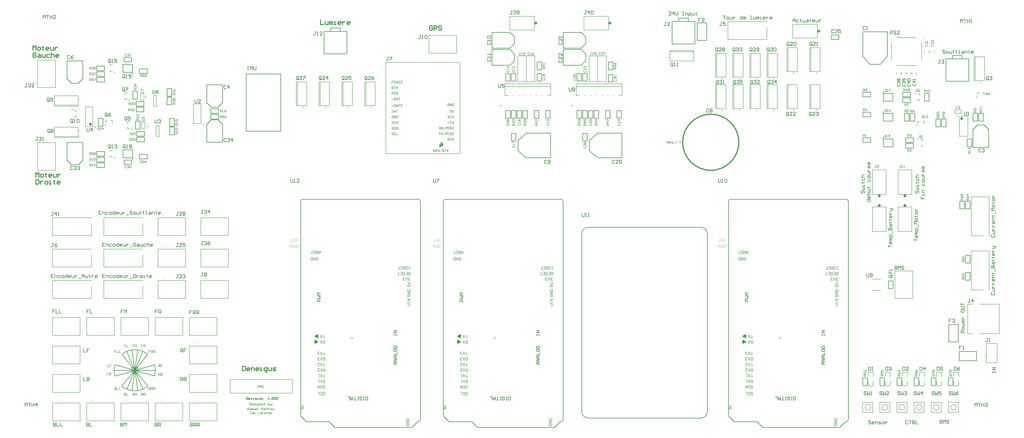
<source format=gbr>
%TF.GenerationSoftware,Altium Limited,Altium Designer,21.6.4 (81)*%
G04 Layer_Color=65535*
%FSLAX26Y26*%
%MOIN*%
%TF.SameCoordinates,892991E7-994B-4F78-B437-02A20B6E2807*%
%TF.FilePolarity,Positive*%
%TF.FileFunction,Legend,Top*%
%TF.Part,Single*%
G01*
G75*
%TA.AperFunction,NonConductor*%
%ADD28C,0.008000*%
%ADD82C,0.020000*%
%ADD83C,0.010000*%
%ADD84C,0.007874*%
%ADD127C,0.011811*%
%ADD128C,0.009842*%
%ADD129C,0.023622*%
%ADD130C,0.006000*%
%ADD131C,0.005000*%
%ADD132C,0.019685*%
%ADD133C,0.007870*%
%ADD134C,0.016000*%
%ADD135C,0.007087*%
%ADD136C,0.009000*%
%ADD137C,0.015748*%
%ADD138C,0.008415*%
%ADD139C,0.005712*%
%ADD140C,0.006375*%
%ADD141C,0.004760*%
%ADD142C,0.007480*%
%ADD143C,0.015000*%
G36*
X7496930Y5088030D02*
Y5084490D01*
X7496540Y5083310D01*
X7496140Y5082520D01*
X7494960Y5081340D01*
X7493780Y5080940D01*
X7492600D01*
X7489450Y5081730D01*
X7487870Y5082520D01*
X7486690Y5083310D01*
X7485120Y5084490D01*
X7482760Y5086850D01*
X7481180Y5089210D01*
X7480790Y5090790D01*
Y5093150D01*
X7481180Y5094330D01*
X7481570Y5095120D01*
X7482360Y5096300D01*
X7483940Y5097480D01*
X7485510Y5098270D01*
X7487480Y5098660D01*
X7489060Y5099060D01*
X7491420D01*
X7492200Y5098660D01*
X7492600D01*
X7492200Y5099060D01*
X7490630Y5100240D01*
X7485120Y5102990D01*
X7481570Y5103780D01*
X7477640D01*
X7473310Y5102990D01*
X7468980Y5100630D01*
X7465430Y5097870D01*
X7463460Y5094720D01*
X7462280Y5091180D01*
Y5088030D01*
X7463070Y5084490D01*
X7465040Y5080940D01*
X7467800Y5077800D01*
X7470940Y5074250D01*
X7473700Y5071500D01*
X7474880Y5068350D01*
Y5065590D01*
X7474090Y5063230D01*
X7472520Y5061260D01*
X7470160Y5059690D01*
X7467010Y5058900D01*
X7463860D01*
X7461890Y5059290D01*
X7459920Y5060080D01*
X7457560Y5062440D01*
X7456770Y5063620D01*
X7456380Y5064800D01*
Y5066380D01*
X7456770Y5067560D01*
X7459130Y5069920D01*
X7460320Y5070320D01*
X7461890Y5071100D01*
X7462280Y5071500D01*
X7460710Y5072280D01*
X7455980D01*
X7453620Y5071890D01*
X7451650Y5071500D01*
X7449690Y5070710D01*
X7448110Y5069530D01*
X7446140Y5067950D01*
X7443780Y5064020D01*
X7442990Y5061260D01*
X7442600Y5058110D01*
Y5004170D01*
X7444570Y5006140D01*
X7445750Y5008110D01*
X7447720Y5010080D01*
X7449690Y5012440D01*
X7454410Y5017170D01*
X7459130Y5022680D01*
X7463070Y5026610D01*
X7467010Y5028980D01*
X7469370Y5029370D01*
X7476850D01*
X7481570Y5030160D01*
X7485910Y5031340D01*
X7489840Y5032910D01*
X7493780Y5035280D01*
X7496930Y5038030D01*
X7500080Y5041180D01*
X7502830Y5044720D01*
X7506770Y5051810D01*
X7508740Y5059290D01*
X7509130Y5065980D01*
X7507950Y5072280D01*
X7505980Y5078190D01*
X7503230Y5082520D01*
X7500080Y5086060D01*
X7496930Y5088030D01*
D01*
D02*
G37*
D28*
X6500000Y6500000D02*
X7800000D01*
Y4900000D02*
Y6500000D01*
X4098569Y434749D02*
X4092571Y440747D01*
X4080575D01*
X4074577Y434749D01*
Y428751D01*
X4080575Y422753D01*
X4092571D01*
X4098569Y416755D01*
Y410757D01*
X4092571Y404759D01*
X4080575D01*
X4074577Y410757D01*
X4116563Y428751D02*
X4128559D01*
X4134557Y422753D01*
Y404759D01*
X4116563D01*
X4110565Y410757D01*
X4116563Y416755D01*
X4134557D01*
X4146553Y404759D02*
Y428751D01*
X4152551D01*
X4158549Y422753D01*
Y404759D01*
Y422753D01*
X4164547Y428751D01*
X4170546Y422753D01*
Y404759D01*
X4182542Y428751D02*
Y410757D01*
X4188540Y404759D01*
X4206534D01*
Y428751D01*
X4236524Y404759D02*
X4224528D01*
X4218530Y410757D01*
Y422753D01*
X4224528Y428751D01*
X4236524D01*
X4242522Y422753D01*
Y416755D01*
X4218530D01*
X4254519Y404759D02*
X4266515D01*
X4260517D01*
Y440747D01*
X4254519D01*
X4320497Y404759D02*
Y440747D01*
X4332493Y428751D01*
X4344489Y440747D01*
Y404759D01*
X4362484Y428751D02*
X4374480D01*
X4380478Y422753D01*
Y404759D01*
X4362484D01*
X4356486Y410757D01*
X4362484Y416755D01*
X4380478D01*
X4398472Y434749D02*
Y428751D01*
X4392474D01*
X4404470D01*
X4398472D01*
Y410757D01*
X4404470Y404759D01*
X4422464Y440747D02*
Y404759D01*
Y422753D01*
X4428462Y428751D01*
X4440458D01*
X4446457Y422753D01*
Y404759D01*
X4458453D02*
X4470449D01*
X4464451D01*
Y428751D01*
X4458453D01*
X4506437Y404759D02*
X4494441D01*
X4488443Y410757D01*
Y422753D01*
X4494441Y428751D01*
X4506437D01*
X4512435Y422753D01*
Y416755D01*
X4488443D01*
X4524431Y428751D02*
Y410757D01*
X4530430Y404759D01*
X4548424D01*
Y428751D01*
X4125560Y370493D02*
X4137556D01*
X4131558D01*
Y334505D01*
X4125560D01*
X4137556D01*
X4161548Y358497D02*
X4173544D01*
X4179542Y352499D01*
Y334505D01*
X4161548D01*
X4155550Y340503D01*
X4161548Y346501D01*
X4179542D01*
X4191539Y334505D02*
Y358497D01*
X4209533D01*
X4215531Y352499D01*
Y334505D01*
X4263516Y370493D02*
Y334505D01*
X4287508D01*
X4305502Y358497D02*
X4317498D01*
X4323496Y352499D01*
Y334505D01*
X4305502D01*
X4299504Y340503D01*
X4305502Y346501D01*
X4323496D01*
X4335492Y334505D02*
X4347488D01*
X4341490D01*
Y370493D01*
X4335492D01*
X4371481Y334505D02*
X4383477D01*
X4389475Y340503D01*
Y352499D01*
X4383477Y358497D01*
X4371481D01*
X4365483Y352499D01*
Y340503D01*
X4371481Y334505D01*
X4401471D02*
Y358497D01*
X4419465D01*
X4425463Y352499D01*
Y334505D01*
X4461452Y370493D02*
Y334505D01*
X4443458D01*
X4437459Y340503D01*
Y352499D01*
X4443458Y358497D01*
X4461452D01*
X4491442Y334505D02*
X4479446D01*
X4473448Y340503D01*
Y352499D01*
X4479446Y358497D01*
X4491442D01*
X4497440Y352499D01*
Y346501D01*
X4473448D01*
X10113342Y6673329D02*
X10106677Y6679994D01*
X10093348D01*
X10086684Y6673329D01*
Y6646671D01*
X10093348Y6640007D01*
X10106677D01*
X10113342Y6646671D01*
X10153329Y6640007D02*
X10126671D01*
X10153329Y6666664D01*
Y6673329D01*
X10146665Y6679994D01*
X10133335D01*
X10126671Y6673329D01*
X10193316Y6679994D02*
X10179987Y6673329D01*
X10166658Y6660000D01*
Y6646671D01*
X10173323Y6640007D01*
X10186652D01*
X10193316Y6646671D01*
Y6653336D01*
X10186652Y6660000D01*
X10166658D01*
X7361429Y4966520D02*
X7354765Y4973184D01*
X7341436D01*
X7334771Y4966520D01*
Y4939862D01*
X7341436Y4933197D01*
X7354765D01*
X7361429Y4939862D01*
Y4953191D01*
X7348100D01*
X7374758Y4933197D02*
Y4973184D01*
X7394752D01*
X7401417Y4966520D01*
Y4953191D01*
X7394752Y4946526D01*
X7374758D01*
X7441404Y4966520D02*
X7434739Y4973184D01*
X7421410D01*
X7414746Y4966520D01*
Y4959855D01*
X7421410Y4953191D01*
X7434739D01*
X7441404Y4946526D01*
Y4939862D01*
X7434739Y4933197D01*
X7421410D01*
X7414746Y4939862D01*
X7454733Y4953191D02*
X7481391D01*
X7494720Y4933197D02*
Y4973184D01*
X7514713D01*
X7521378Y4966520D01*
Y4953191D01*
X7514713Y4946526D01*
X7494720D01*
X7508049D02*
X7521378Y4933197D01*
X7534707Y4973184D02*
X7561365D01*
X7548036D01*
Y4933197D01*
X7574694Y4973184D02*
Y4933197D01*
Y4946526D01*
X7601352Y4973184D01*
X7581359Y4953191D01*
X7601352Y4933197D01*
X7612026Y5773606D02*
X7605361Y5780271D01*
X7592032D01*
X7585368Y5773606D01*
Y5746948D01*
X7592032Y5740284D01*
X7605361D01*
X7612026Y5746948D01*
Y5760277D01*
X7598697D01*
X7625355Y5740284D02*
Y5780271D01*
X7652013Y5740284D01*
Y5780271D01*
X7665342D02*
Y5740284D01*
X7685335D01*
X7692000Y5746948D01*
Y5773606D01*
X7685335Y5780271D01*
X7665342D01*
X7652013Y5662161D02*
X7625355D01*
Y5642167D01*
X7638684Y5648832D01*
X7645348D01*
X7652013Y5642167D01*
Y5628838D01*
X7645348Y5622173D01*
X7632019D01*
X7625355Y5628838D01*
X7665342Y5662161D02*
Y5635502D01*
X7678671Y5622173D01*
X7692000Y5635502D01*
Y5662161D01*
X7585368Y5557071D02*
X7592032Y5563735D01*
X7605361D01*
X7612025Y5557071D01*
Y5550406D01*
X7605361Y5543742D01*
X7598697D01*
X7605361D01*
X7612025Y5537077D01*
Y5530413D01*
X7605361Y5523748D01*
X7592032D01*
X7585368Y5530413D01*
X7625355Y5563735D02*
Y5537077D01*
X7638684Y5523748D01*
X7652013Y5537077D01*
Y5563735D01*
X7665342Y5557071D02*
X7672006Y5563735D01*
X7685335D01*
X7692000Y5557071D01*
Y5550406D01*
X7685335Y5543742D01*
X7678671D01*
X7685335D01*
X7692000Y5537077D01*
Y5530413D01*
X7685335Y5523748D01*
X7672006D01*
X7665342Y5530413D01*
X7585368Y5425323D02*
X7612025Y5451981D01*
X7652013Y5458646D02*
X7645348Y5465310D01*
X7632019D01*
X7625355Y5458646D01*
Y5431988D01*
X7632019Y5425323D01*
X7645348D01*
X7652013Y5431988D01*
X7692000Y5458646D02*
X7685335Y5465310D01*
X7672006D01*
X7665342Y5458646D01*
Y5451981D01*
X7672006Y5445317D01*
X7685335D01*
X7692000Y5438652D01*
Y5431988D01*
X7685335Y5425323D01*
X7672006D01*
X7665342Y5431988D01*
X7438748Y5329966D02*
Y5369953D01*
X7458742D01*
X7465406Y5363289D01*
Y5349960D01*
X7458742Y5343295D01*
X7438748D01*
X7452077D02*
X7465406Y5329966D01*
X7478735Y5369953D02*
X7505393Y5329966D01*
Y5369953D02*
X7478735Y5329966D01*
X7518722D02*
X7545380Y5356624D01*
X7558709Y5329966D02*
Y5369953D01*
X7572038Y5356624D01*
X7585368Y5369953D01*
Y5329966D01*
X7618690Y5369953D02*
X7605361D01*
X7598697Y5363289D01*
Y5336631D01*
X7605361Y5329966D01*
X7618690D01*
X7625355Y5336631D01*
Y5363289D01*
X7618690Y5369953D01*
X7665342Y5363289D02*
X7658677Y5369953D01*
X7645348D01*
X7638684Y5363289D01*
Y5356624D01*
X7645348Y5349960D01*
X7658677D01*
X7665342Y5343295D01*
Y5336631D01*
X7658677Y5329966D01*
X7645348D01*
X7638684Y5336631D01*
X7678671Y5369953D02*
X7692000D01*
X7685335D01*
Y5329966D01*
X7678671D01*
X7692000D01*
X7432084Y5268460D02*
X7458742D01*
X7445413D01*
Y5228473D01*
X7472071Y5268460D02*
X7498729Y5228473D01*
Y5268460D02*
X7472071Y5228473D01*
X7512058D02*
X7538716Y5255131D01*
X7552045Y5228473D02*
Y5268460D01*
X7565374Y5255131D01*
X7578703Y5268460D01*
Y5228473D01*
X7592032Y5268460D02*
X7605361D01*
X7598697D01*
Y5228473D01*
X7592032D01*
X7605361D01*
X7652013Y5261795D02*
X7645348Y5268460D01*
X7632019D01*
X7625355Y5261795D01*
Y5255131D01*
X7632019Y5248466D01*
X7645348D01*
X7652013Y5241802D01*
Y5235137D01*
X7645348Y5228473D01*
X7632019D01*
X7625355Y5235137D01*
X7685335Y5268460D02*
X7672006D01*
X7665342Y5261795D01*
Y5235137D01*
X7672006Y5228473D01*
X7685335D01*
X7692000Y5235137D01*
Y5261795D01*
X7685335Y5268460D01*
X7612025Y5166438D02*
X7605361Y5173103D01*
X7592032D01*
X7585367Y5166438D01*
Y5159774D01*
X7592032Y5153109D01*
X7605361D01*
X7612025Y5146444D01*
Y5139780D01*
X7605361Y5133115D01*
X7592032D01*
X7585367Y5139780D01*
X7652012Y5166438D02*
X7645348Y5173103D01*
X7632019D01*
X7625355Y5166438D01*
Y5139780D01*
X7632019Y5133115D01*
X7645348D01*
X7652012Y5139780D01*
X7665342Y5173103D02*
Y5133115D01*
Y5146444D01*
X7692000Y5173103D01*
X7672006Y5153109D01*
X7692000Y5133115D01*
X6633083Y6173972D02*
X6606425D01*
Y6153978D01*
X6619754D01*
X6606425D01*
Y6133985D01*
X6673070Y6173972D02*
X6646412D01*
Y6133985D01*
X6673070D01*
X6646412Y6153978D02*
X6659741D01*
X6686399Y6133985D02*
Y6173972D01*
X6713057Y6133985D01*
Y6173972D01*
X6753044Y6167307D02*
X6746380Y6173972D01*
X6733051D01*
X6726386Y6167307D01*
Y6140649D01*
X6733051Y6133985D01*
X6746380D01*
X6753044Y6140649D01*
X6793031Y6173972D02*
X6766373D01*
Y6133985D01*
X6793031D01*
X6766373Y6153978D02*
X6779702D01*
X6606425Y6035559D02*
Y6075546D01*
X6626418D01*
X6633083Y6068882D01*
Y6055553D01*
X6626418Y6048888D01*
X6606425D01*
X6619754D02*
X6633083Y6035559D01*
X6646412Y6075546D02*
X6673070D01*
X6659741D01*
Y6035559D01*
X6686399Y6075546D02*
Y6035559D01*
Y6048888D01*
X6713057Y6075546D01*
X6693064Y6055553D01*
X6713057Y6035559D01*
X6606425Y5937134D02*
Y5977121D01*
X6626418D01*
X6633083Y5970457D01*
Y5957128D01*
X6626418Y5950463D01*
X6606425D01*
X6646412Y5937134D02*
Y5977121D01*
X6666405D01*
X6673070Y5970457D01*
Y5957128D01*
X6666405Y5950463D01*
X6646412D01*
X6713057Y5970457D02*
X6706393Y5977121D01*
X6693064D01*
X6686399Y5970457D01*
Y5963792D01*
X6693064Y5957128D01*
X6706393D01*
X6713057Y5950463D01*
Y5943799D01*
X6706393Y5937134D01*
X6693064D01*
X6686399Y5943799D01*
X6606425Y5838709D02*
X6633083Y5865367D01*
X6646412Y5838709D02*
Y5878696D01*
X6666405D01*
X6673070Y5872032D01*
Y5858702D01*
X6666405Y5852038D01*
X6646412D01*
X6659741D02*
X6673070Y5838709D01*
X6713057Y5872032D02*
X6706393Y5878696D01*
X6693064D01*
X6686399Y5872032D01*
Y5865367D01*
X6693064Y5858702D01*
X6706393D01*
X6713057Y5852038D01*
Y5845373D01*
X6706393Y5838709D01*
X6693064D01*
X6686399Y5845373D01*
X6726386Y5878696D02*
X6753044D01*
X6739715D01*
Y5838709D01*
X6606425Y5720599D02*
X6633083Y5747257D01*
X6673070Y5753921D02*
X6666405Y5760586D01*
X6653077D01*
X6646412Y5753921D01*
Y5747257D01*
X6653077Y5740592D01*
X6666405D01*
X6673070Y5733928D01*
Y5727263D01*
X6666405Y5720599D01*
X6653077D01*
X6646412Y5727263D01*
X6686399Y5720599D02*
Y5747257D01*
X6699728Y5760586D01*
X6713057Y5747257D01*
Y5720599D01*
Y5740592D01*
X6686399D01*
X6753044Y5760586D02*
X6726386D01*
Y5740592D01*
X6739715D01*
X6726386D01*
Y5720599D01*
X6793031Y5760586D02*
X6766373D01*
Y5720599D01*
X6793031D01*
X6766373Y5740592D02*
X6779702D01*
X6606425Y5662161D02*
X6619754D01*
X6613089D01*
Y5622173D01*
X6606425D01*
X6619754D01*
X6639748D02*
Y5662161D01*
X6666405Y5622173D01*
Y5662161D01*
X6679735D02*
X6706393D01*
X6693064D01*
Y5622173D01*
X6633083Y5557071D02*
X6626418Y5563735D01*
X6613089D01*
X6606425Y5557071D01*
Y5530413D01*
X6613089Y5523748D01*
X6626418D01*
X6633083Y5530413D01*
Y5543742D01*
X6619754D01*
X6646412Y5523748D02*
Y5563735D01*
X6673070Y5523748D01*
Y5563735D01*
X6686399D02*
Y5523748D01*
X6706393D01*
X6713057Y5530413D01*
Y5557071D01*
X6706393Y5563735D01*
X6686399D01*
X6606425Y5458646D02*
X6613089Y5465310D01*
X6626418D01*
X6633083Y5458646D01*
Y5451981D01*
X6626418Y5445317D01*
X6619754D01*
X6626418D01*
X6633083Y5438652D01*
Y5431988D01*
X6626418Y5425323D01*
X6613089D01*
X6606425Y5431988D01*
X6646412Y5465310D02*
Y5438652D01*
X6659741Y5425323D01*
X6673070Y5438652D01*
Y5465310D01*
X6686399Y5458646D02*
X6693064Y5465310D01*
X6706393D01*
X6713057Y5458646D01*
Y5451981D01*
X6706393Y5445317D01*
X6699728D01*
X6706393D01*
X6713057Y5438652D01*
Y5431988D01*
X6706393Y5425323D01*
X6693064D01*
X6686399Y5431988D01*
X6633083Y5360221D02*
X6626418Y5366885D01*
X6613089D01*
X6606425Y5360221D01*
Y5353556D01*
X6613089Y5346891D01*
X6626418D01*
X6633083Y5340227D01*
Y5333562D01*
X6626418Y5326898D01*
X6613089D01*
X6606425Y5333562D01*
X6646412Y5366885D02*
Y5326898D01*
X6666405D01*
X6673070Y5333562D01*
Y5360221D01*
X6666405Y5366885D01*
X6646412D01*
X6686399Y5326898D02*
Y5353556D01*
X6699728Y5366885D01*
X6713057Y5353556D01*
Y5326898D01*
Y5346891D01*
X6686399D01*
X6633083Y5261795D02*
X6626418Y5268460D01*
X6613089D01*
X6606425Y5261795D01*
Y5255131D01*
X6613089Y5248466D01*
X6626418D01*
X6633083Y5241802D01*
Y5235137D01*
X6626418Y5228473D01*
X6613089D01*
X6606425Y5235137D01*
X6673070Y5261795D02*
X6666405Y5268460D01*
X6653077D01*
X6646412Y5261795D01*
Y5235137D01*
X6653077Y5228473D01*
X6666405D01*
X6673070Y5235137D01*
X6686399Y5268460D02*
Y5228473D01*
X6713057D01*
X1953342Y6643329D02*
X1946677Y6649994D01*
X1933348D01*
X1926684Y6643329D01*
Y6616671D01*
X1933348Y6610007D01*
X1946677D01*
X1953342Y6616671D01*
X1966671Y6643329D02*
X1973335Y6649994D01*
X1986665D01*
X1993329Y6643329D01*
Y6636664D01*
X1986665Y6630000D01*
X1980000D01*
X1986665D01*
X1993329Y6623336D01*
Y6616671D01*
X1986665Y6610007D01*
X1973335D01*
X1966671Y6616671D01*
X2006658Y6649994D02*
X2033316D01*
Y6643329D01*
X2006658Y6616671D01*
Y6610007D01*
X2216671Y5993336D02*
X2210006Y5986671D01*
Y5973342D01*
X2216671Y5966677D01*
X2243329D01*
X2249994Y5973342D01*
Y5986671D01*
X2243329Y5993336D01*
X2210006Y6006665D02*
Y6033323D01*
X2216671D01*
X2243329Y6006665D01*
X2249994D01*
X16523336Y5723329D02*
X16516670Y5729994D01*
X16503342D01*
X16496677Y5723329D01*
Y5696671D01*
X16503342Y5690007D01*
X16516670D01*
X16523336Y5696671D01*
X16563322Y5690007D02*
X16536665D01*
X16563322Y5716664D01*
Y5723329D01*
X16556658Y5729994D01*
X16543329D01*
X16536665Y5723329D01*
X2236671Y5503336D02*
X2230006Y5496671D01*
Y5483342D01*
X2236671Y5476677D01*
X2263329D01*
X2269994Y5483342D01*
Y5496671D01*
X2263329Y5503336D01*
X2230006Y5543323D02*
Y5516665D01*
X2250000D01*
X2243336Y5529994D01*
Y5536658D01*
X2250000Y5543323D01*
X2263329D01*
X2269994Y5536658D01*
Y5523329D01*
X2263329Y5516665D01*
X15880000Y5186671D02*
Y5213329D01*
X15873335Y5219994D01*
X15860006D01*
X15853342Y5213329D01*
Y5186671D01*
X15860006Y5180007D01*
X15873335D01*
X15866671Y5193336D02*
X15880000Y5180007D01*
X15873335D02*
X15880000Y5186671D01*
X15893329Y5180007D02*
X15906658D01*
X15899994D01*
Y5219994D01*
X15893329Y5213329D01*
X15823335Y5996671D02*
Y6023329D01*
X15816671Y6029994D01*
X15803342D01*
X15796677Y6023329D01*
Y5996671D01*
X15803342Y5990007D01*
X15816671D01*
X15810006Y6003336D02*
X15823335Y5990007D01*
X15816671D02*
X15823335Y5996671D01*
X15863323Y5990007D02*
X15836665D01*
X15863323Y6016664D01*
Y6023329D01*
X15856658Y6029994D01*
X15843329D01*
X15836665Y6023329D01*
X17043337Y5936671D02*
Y5963329D01*
X17036671Y5969994D01*
X17023342D01*
X17016678Y5963329D01*
Y5936671D01*
X17023342Y5930007D01*
X17036671D01*
X17030006Y5943336D02*
X17043337Y5930007D01*
X17036671D02*
X17043337Y5936671D01*
X17076658Y5930007D02*
Y5969994D01*
X17056665Y5950000D01*
X17083323D01*
X14868000Y5200007D02*
Y5239994D01*
X14887994D01*
X14894658Y5233329D01*
Y5220000D01*
X14887994Y5213336D01*
X14868000D01*
X14881329D02*
X14894658Y5200007D01*
X14907987D02*
X14921316D01*
X14914652D01*
Y5239994D01*
X14907987Y5233329D01*
X15646677Y4940007D02*
Y4979994D01*
X15666671D01*
X15673335Y4973329D01*
Y4960000D01*
X15666671Y4953336D01*
X15646677D01*
X15660006D02*
X15673335Y4940007D01*
X15713323D02*
X15686665D01*
X15713323Y4966664D01*
Y4973329D01*
X15706658Y4979994D01*
X15693329D01*
X15686665Y4973329D01*
X15646677Y5200007D02*
Y5239994D01*
X15666671D01*
X15673335Y5233329D01*
Y5220000D01*
X15666671Y5213336D01*
X15646677D01*
X15660006D02*
X15673335Y5200007D01*
X15686665Y5233329D02*
X15693329Y5239994D01*
X15706658D01*
X15713323Y5233329D01*
Y5226664D01*
X15706658Y5220000D01*
X15699994D01*
X15706658D01*
X15713323Y5213336D01*
Y5206671D01*
X15706658Y5200007D01*
X15693329D01*
X15686665Y5206671D01*
X14868000Y5650007D02*
Y5689994D01*
X14887994D01*
X14894658Y5683329D01*
Y5670000D01*
X14887994Y5663336D01*
X14868000D01*
X14881329D02*
X14894658Y5650007D01*
X14927981D02*
Y5689994D01*
X14907987Y5670000D01*
X14934645D01*
X15596677Y5630007D02*
Y5669994D01*
X15616671D01*
X15623335Y5663329D01*
Y5650000D01*
X15616671Y5643336D01*
X15596677D01*
X15610006D02*
X15623335Y5630007D01*
X15663323Y5669994D02*
X15636665D01*
Y5650000D01*
X15649994Y5656664D01*
X15656658D01*
X15663323Y5650000D01*
Y5636671D01*
X15656658Y5630007D01*
X15643329D01*
X15636665Y5636671D01*
X15696677Y5630007D02*
Y5669994D01*
X15716671D01*
X15723335Y5663329D01*
Y5650000D01*
X15716671Y5643336D01*
X15696677D01*
X15710006D02*
X15723335Y5630007D01*
X15763323Y5669994D02*
X15749994Y5663329D01*
X15736665Y5650000D01*
Y5636671D01*
X15743329Y5630007D01*
X15756658D01*
X15763323Y5636671D01*
Y5643336D01*
X15756658Y5650000D01*
X15736665D01*
X15596677Y5740007D02*
Y5779994D01*
X15616671D01*
X15623335Y5773329D01*
Y5760000D01*
X15616671Y5753336D01*
X15596677D01*
X15610006D02*
X15623335Y5740007D01*
X15636665Y5779994D02*
X15663323D01*
Y5773329D01*
X15636665Y5746671D01*
Y5740007D01*
X14866677Y6000007D02*
Y6039994D01*
X14886671D01*
X14893335Y6033329D01*
Y6020000D01*
X14886671Y6013336D01*
X14866677D01*
X14880006D02*
X14893335Y6000007D01*
X14906665Y6033329D02*
X14913329Y6039994D01*
X14926658D01*
X14933323Y6033329D01*
Y6026664D01*
X14926658Y6020000D01*
X14933323Y6013336D01*
Y6006671D01*
X14926658Y6000007D01*
X14913329D01*
X14906665Y6006671D01*
Y6013336D01*
X14913329Y6020000D01*
X14906665Y6026664D01*
Y6033329D01*
X14913329Y6020000D02*
X14926658D01*
X16849995Y5626677D02*
X16810005D01*
Y5646671D01*
X16816671Y5653336D01*
X16830000D01*
X16836664Y5646671D01*
Y5626677D01*
Y5640007D02*
X16849995Y5653336D01*
X16843328Y5666665D02*
X16849995Y5673329D01*
Y5686658D01*
X16843328Y5693323D01*
X16816671D01*
X16810005Y5686658D01*
Y5673329D01*
X16816671Y5666665D01*
X16823336D01*
X16830000Y5673329D01*
Y5693323D01*
X15940016Y5980007D02*
Y6019994D01*
X15960010D01*
X15966674Y6013329D01*
Y6000000D01*
X15960010Y5993336D01*
X15940016D01*
X15953345D02*
X15966674Y5980007D01*
X15980003D02*
X15993332D01*
X15986668D01*
Y6019994D01*
X15980003Y6013329D01*
X16013327D02*
X16019991Y6019994D01*
X16033319D01*
X16039984Y6013329D01*
Y5986671D01*
X16033319Y5980007D01*
X16019991D01*
X16013327Y5986671D01*
Y6013329D01*
X16949993Y5626681D02*
X16910006D01*
Y5646674D01*
X16916672Y5653339D01*
X16930000D01*
X16936665Y5646674D01*
Y5626681D01*
Y5640010D02*
X16949993Y5653339D01*
Y5666668D02*
Y5679997D01*
Y5673332D01*
X16910006D01*
X16916672Y5666668D01*
X16949993Y5699990D02*
Y5713319D01*
Y5706655D01*
X16910006D01*
X16916672Y5699990D01*
X16749994Y4900016D02*
X16710007D01*
Y4920010D01*
X16716671Y4926674D01*
X16730000D01*
X16736664Y4920010D01*
Y4900016D01*
Y4913345D02*
X16749994Y4926674D01*
Y4940003D02*
Y4953332D01*
Y4946668D01*
X16710007D01*
X16716671Y4940003D01*
X16749994Y4999984D02*
Y4973326D01*
X16723335Y4999984D01*
X16716671D01*
X16710007Y4993319D01*
Y4979990D01*
X16716671Y4973326D01*
X1310016Y4680007D02*
Y4719994D01*
X1330010D01*
X1336674Y4713329D01*
Y4700000D01*
X1330010Y4693336D01*
X1310016D01*
X1323345D02*
X1336674Y4680007D01*
X1350003D02*
X1363332D01*
X1356668D01*
Y4719994D01*
X1350003Y4713329D01*
X1403319Y4680007D02*
Y4719994D01*
X1383326Y4700000D01*
X1409984D01*
X1310016Y4780007D02*
Y4819994D01*
X1330010D01*
X1336674Y4813329D01*
Y4800000D01*
X1330010Y4793336D01*
X1310016D01*
X1323345D02*
X1336674Y4780007D01*
X1350003D02*
X1363332D01*
X1356668D01*
Y4819994D01*
X1350003Y4813329D01*
X1409984Y4819994D02*
X1383326D01*
Y4800000D01*
X1396655Y4806664D01*
X1403319D01*
X1409984Y4800000D01*
Y4786671D01*
X1403319Y4780007D01*
X1389990D01*
X1383326Y4786671D01*
X3600016Y5630007D02*
Y5669994D01*
X3620010D01*
X3626674Y5663329D01*
Y5650000D01*
X3620010Y5643336D01*
X3600016D01*
X3613345D02*
X3626674Y5630007D01*
X3640003D02*
X3653332D01*
X3646668D01*
Y5669994D01*
X3640003Y5663329D01*
X3699984Y5669994D02*
X3686655Y5663329D01*
X3673326Y5650000D01*
Y5636671D01*
X3679990Y5630007D01*
X3693319D01*
X3699984Y5636671D01*
Y5643336D01*
X3693319Y5650000D01*
X3673326D01*
X2849994Y5400016D02*
X2810006D01*
Y5420010D01*
X2816671Y5426674D01*
X2830000D01*
X2836664Y5420010D01*
Y5400016D01*
Y5413345D02*
X2849994Y5426674D01*
Y5440003D02*
Y5453332D01*
Y5446668D01*
X2810006D01*
X2816671Y5440003D01*
X2843329Y5473326D02*
X2849994Y5479990D01*
Y5493319D01*
X2843329Y5499984D01*
X2816671D01*
X2810006Y5493319D01*
Y5479990D01*
X2816671Y5473326D01*
X2823336D01*
X2830000Y5479990D01*
Y5499984D01*
X2006684Y5130007D02*
Y5169994D01*
X2026677D01*
X2033342Y5163329D01*
Y5150000D01*
X2026677Y5143336D01*
X2006684D01*
X2020013D02*
X2033342Y5130007D01*
X2073329D02*
X2046671D01*
X2073329Y5156664D01*
Y5163329D01*
X2066664Y5169994D01*
X2053336D01*
X2046671Y5163329D01*
X2086658D02*
X2093323Y5169994D01*
X2106652D01*
X2113316Y5163329D01*
Y5136671D01*
X2106652Y5130007D01*
X2093323D01*
X2086658Y5136671D01*
Y5163329D01*
X2023348Y5230007D02*
Y5269994D01*
X2043342D01*
X2050006Y5263329D01*
Y5250000D01*
X2043342Y5243336D01*
X2023348D01*
X2036677D02*
X2050006Y5230007D01*
X2089994D02*
X2063336D01*
X2089994Y5256664D01*
Y5263329D01*
X2083329Y5269994D01*
X2070000D01*
X2063336Y5263329D01*
X2103323Y5230007D02*
X2116652D01*
X2109987D01*
Y5269994D01*
X2103323Y5263329D01*
X2169994Y5486684D02*
X2130006D01*
Y5506677D01*
X2136671Y5513342D01*
X2150000D01*
X2156664Y5506677D01*
Y5486684D01*
Y5500013D02*
X2169994Y5513342D01*
Y5553329D02*
Y5526671D01*
X2143336Y5553329D01*
X2136671D01*
X2130006Y5546664D01*
Y5533336D01*
X2136671Y5526671D01*
X2169994Y5593316D02*
Y5566658D01*
X2143336Y5593316D01*
X2136671D01*
X2130006Y5586652D01*
Y5573323D01*
X2136671Y5566658D01*
X2849994Y5246684D02*
X2810006D01*
Y5266677D01*
X2816671Y5273342D01*
X2830000D01*
X2836664Y5266677D01*
Y5246684D01*
Y5260013D02*
X2849994Y5273342D01*
Y5313329D02*
Y5286671D01*
X2823336Y5313329D01*
X2816671D01*
X2810006Y5306664D01*
Y5293336D01*
X2816671Y5286671D01*
Y5326658D02*
X2810006Y5333323D01*
Y5346652D01*
X2816671Y5353316D01*
X2823336D01*
X2830000Y5346652D01*
Y5339987D01*
Y5346652D01*
X2836664Y5353316D01*
X2843329D01*
X2849994Y5346652D01*
Y5333323D01*
X2843329Y5326658D01*
X1446684Y5320007D02*
Y5359994D01*
X1466677D01*
X1473342Y5353329D01*
Y5340000D01*
X1466677Y5333336D01*
X1446684D01*
X1460013D02*
X1473342Y5320007D01*
X1513329D02*
X1486671D01*
X1513329Y5346664D01*
Y5353329D01*
X1506665Y5359994D01*
X1493335D01*
X1486671Y5353329D01*
X1546652Y5320007D02*
Y5359994D01*
X1526658Y5340000D01*
X1553316D01*
X8726671Y5036674D02*
X8720006Y5030010D01*
Y5016681D01*
X8726671Y5010016D01*
X8753329D01*
X8759994Y5016681D01*
Y5030010D01*
X8753329Y5036674D01*
X8759994Y5050003D02*
Y5063332D01*
Y5056668D01*
X8720006D01*
X8726671Y5050003D01*
X8720006Y5083326D02*
Y5109984D01*
X8726671D01*
X8753329Y5083326D01*
X8759994D01*
X10506671Y6193342D02*
X10500006Y6186677D01*
Y6173349D01*
X10506671Y6166684D01*
X10533329D01*
X10539993Y6173349D01*
Y6186677D01*
X10533329Y6193342D01*
X10506671Y6206671D02*
X10500006Y6213336D01*
Y6226665D01*
X10506671Y6233329D01*
X10513335D01*
X10520000Y6226665D01*
Y6220000D01*
Y6226665D01*
X10526664Y6233329D01*
X10533329D01*
X10539993Y6226665D01*
Y6213336D01*
X10533329Y6206671D01*
X10506671Y6246658D02*
X10500006Y6253323D01*
Y6266652D01*
X10506671Y6273316D01*
X10533329D01*
X10539993Y6266652D01*
Y6253323D01*
X10533329Y6246658D01*
X10506671D01*
X9256671Y6216674D02*
X9250006Y6210010D01*
Y6196681D01*
X9256671Y6190016D01*
X9283329D01*
X9289994Y6196681D01*
Y6210010D01*
X9283329Y6216674D01*
X9289994Y6230003D02*
Y6243332D01*
Y6236668D01*
X9250006D01*
X9256671Y6230003D01*
X9283329Y6263326D02*
X9289994Y6269990D01*
Y6283319D01*
X9283329Y6289984D01*
X9256671D01*
X9250006Y6283319D01*
Y6269990D01*
X9256671Y6263326D01*
X9263335D01*
X9270000Y6269990D01*
Y6289984D01*
X8826671Y5426674D02*
X8820006Y5420010D01*
Y5406681D01*
X8826671Y5400016D01*
X8853329D01*
X8859994Y5406681D01*
Y5420010D01*
X8853329Y5426674D01*
X8859994Y5440003D02*
Y5453332D01*
Y5446668D01*
X8820006D01*
X8826671Y5440003D01*
Y5473326D02*
X8820006Y5479990D01*
Y5493319D01*
X8826671Y5499984D01*
X8833335D01*
X8840000Y5493319D01*
X8846665Y5499984D01*
X8853329D01*
X8859994Y5493319D01*
Y5479990D01*
X8853329Y5473326D01*
X8846665D01*
X8840000Y5479990D01*
X8833335Y5473326D01*
X8826671D01*
X8840000Y5479990D02*
Y5493319D01*
X10576671Y5423342D02*
X10570006Y5416677D01*
Y5403349D01*
X10576671Y5396684D01*
X10603329D01*
X10609993Y5403349D01*
Y5416677D01*
X10603329Y5423342D01*
X10609993Y5463329D02*
Y5436671D01*
X10583335Y5463329D01*
X10576671D01*
X10570006Y5456665D01*
Y5443336D01*
X10576671Y5436671D01*
X10609993Y5496652D02*
X10570006D01*
X10590000Y5476658D01*
Y5503316D01*
X8726671Y6356674D02*
X8720006Y6350010D01*
Y6336681D01*
X8726671Y6330016D01*
X8753329D01*
X8759994Y6336681D01*
Y6350010D01*
X8753329Y6356674D01*
X8759994Y6370003D02*
Y6383332D01*
Y6376668D01*
X8720006D01*
X8726671Y6370003D01*
X8759994Y6429984D02*
Y6403326D01*
X8733335Y6429984D01*
X8726671D01*
X8720006Y6423319D01*
Y6409990D01*
X8726671Y6403326D01*
X9976671Y6353342D02*
X9970006Y6346677D01*
Y6333349D01*
X9976671Y6326684D01*
X10003329D01*
X10009993Y6333349D01*
Y6346677D01*
X10003329Y6353342D01*
X10009993Y6393329D02*
Y6366671D01*
X9983335Y6393329D01*
X9976671D01*
X9970006Y6386665D01*
Y6373336D01*
X9976671Y6366671D01*
Y6406658D02*
X9970006Y6413323D01*
Y6426652D01*
X9976671Y6433316D01*
X9983335D01*
X9990000Y6426652D01*
Y6419987D01*
Y6426652D01*
X9996664Y6433316D01*
X10003329D01*
X10009993Y6426652D01*
Y6413323D01*
X10003329Y6406658D01*
X10263342Y6673329D02*
X10256677Y6679994D01*
X10243348D01*
X10236684Y6673329D01*
Y6646671D01*
X10243348Y6640007D01*
X10256677D01*
X10263342Y6646671D01*
X10303329Y6640007D02*
X10276671D01*
X10303329Y6666664D01*
Y6673329D01*
X10296665Y6679994D01*
X10283335D01*
X10276671Y6673329D01*
X10316658Y6679994D02*
X10343316D01*
Y6673329D01*
X10316658Y6646671D01*
Y6640007D01*
X9016674Y6663329D02*
X9010010Y6669994D01*
X8996681D01*
X8990016Y6663329D01*
Y6636671D01*
X8996681Y6630007D01*
X9010010D01*
X9016674Y6636671D01*
X9030003Y6630007D02*
X9043332D01*
X9036668D01*
Y6669994D01*
X9030003Y6663329D01*
X9089984Y6669994D02*
X9076655Y6663329D01*
X9063326Y6650000D01*
Y6636671D01*
X9069990Y6630007D01*
X9083319D01*
X9089984Y6636671D01*
Y6643336D01*
X9083319Y6650000D01*
X9063326D01*
X9326671Y5426674D02*
X9320006Y5420010D01*
Y5406681D01*
X9326671Y5400016D01*
X9353329D01*
X9359994Y5406681D01*
Y5420010D01*
X9353329Y5426674D01*
X9359994Y5440003D02*
Y5453332D01*
Y5446668D01*
X9320006D01*
X9326671Y5440003D01*
Y5473326D02*
X9320006Y5479990D01*
Y5493319D01*
X9326671Y5499984D01*
X9333335D01*
X9340000Y5493319D01*
Y5486655D01*
Y5493319D01*
X9346665Y5499984D01*
X9353329D01*
X9359994Y5493319D01*
Y5479990D01*
X9353329Y5473326D01*
X8866674Y6663329D02*
X8860010Y6669994D01*
X8846681D01*
X8840016Y6663329D01*
Y6636671D01*
X8846681Y6630007D01*
X8860010D01*
X8866674Y6636671D01*
X8880003Y6630007D02*
X8893332D01*
X8886668D01*
Y6669994D01*
X8880003Y6663329D01*
X8939984Y6669994D02*
X8913326D01*
Y6650000D01*
X8926655Y6656664D01*
X8933319D01*
X8939984Y6650000D01*
Y6636671D01*
X8933319Y6630007D01*
X8919990D01*
X8913326Y6636671D01*
X9796671Y6213342D02*
X9790006Y6206677D01*
Y6193349D01*
X9796671Y6186684D01*
X9823329D01*
X9829993Y6193349D01*
Y6206677D01*
X9823329Y6213342D01*
X9829993Y6253329D02*
Y6226671D01*
X9803335Y6253329D01*
X9796671D01*
X9790006Y6246665D01*
Y6233336D01*
X9796671Y6226671D01*
X9790006Y6293316D02*
Y6266658D01*
X9810000D01*
X9803335Y6279987D01*
Y6286652D01*
X9810000Y6293316D01*
X9823329D01*
X9829993Y6286652D01*
Y6273323D01*
X9823329Y6266658D01*
X8626671Y6356674D02*
X8620006Y6350010D01*
Y6336681D01*
X8626671Y6330016D01*
X8653329D01*
X8659994Y6336681D01*
Y6350010D01*
X8653329Y6356674D01*
X8659994Y6370003D02*
Y6383332D01*
Y6376668D01*
X8620006D01*
X8626671Y6370003D01*
X8659994Y6423319D02*
X8620006D01*
X8640000Y6403326D01*
Y6429984D01*
X9976671Y5023342D02*
X9970006Y5016677D01*
Y5003349D01*
X9976671Y4996684D01*
X10003329D01*
X10009993Y5003349D01*
Y5016677D01*
X10003329Y5023342D01*
X10009993Y5063329D02*
Y5036671D01*
X9983335Y5063329D01*
X9976671D01*
X9970006Y5056665D01*
Y5043336D01*
X9976671Y5036671D01*
Y5076658D02*
X9970006Y5083323D01*
Y5096652D01*
X9976671Y5103316D01*
X9983335D01*
X9990000Y5096652D01*
X9996664Y5103316D01*
X10003329D01*
X10009993Y5096652D01*
Y5083323D01*
X10003329Y5076658D01*
X9996664D01*
X9990000Y5083323D01*
X9983335Y5076658D01*
X9976671D01*
X9990000Y5083323D02*
Y5096652D01*
X10076671Y5423342D02*
X10070006Y5416677D01*
Y5403349D01*
X10076671Y5396684D01*
X10103329D01*
X10109993Y5403349D01*
Y5416677D01*
X10103329Y5423342D01*
X10109993Y5463329D02*
Y5436671D01*
X10083335Y5463329D01*
X10076671D01*
X10070006Y5456665D01*
Y5443336D01*
X10076671Y5436671D01*
X10103329Y5476658D02*
X10109993Y5483323D01*
Y5496652D01*
X10103329Y5503316D01*
X10076671D01*
X10070006Y5496652D01*
Y5483323D01*
X10076671Y5476658D01*
X10083335D01*
X10090000Y5483323D01*
Y5503316D01*
X2196684Y4740007D02*
Y4779994D01*
X2216677D01*
X2223342Y4773329D01*
Y4760000D01*
X2216677Y4753336D01*
X2196684D01*
X2210013D02*
X2223342Y4740007D01*
X2263329D02*
X2236671D01*
X2263329Y4766664D01*
Y4773329D01*
X2256664Y4779994D01*
X2243336D01*
X2236671Y4773329D01*
X2303316Y4779994D02*
X2289987Y4773329D01*
X2276658Y4760000D01*
Y4746671D01*
X2283323Y4740007D01*
X2296652D01*
X2303316Y4746671D01*
Y4753336D01*
X2296652Y4760000D01*
X2276658D01*
X1306684Y6280007D02*
Y6319994D01*
X1326677D01*
X1333342Y6313329D01*
Y6300000D01*
X1326677Y6293336D01*
X1306684D01*
X1320013D02*
X1333342Y6280007D01*
X1373329D02*
X1346671D01*
X1373329Y6306664D01*
Y6313329D01*
X1366665Y6319994D01*
X1353335D01*
X1346671Y6313329D01*
X1386658Y6319994D02*
X1413316D01*
Y6313329D01*
X1386658Y6286671D01*
Y6280007D01*
X1306684Y6380007D02*
Y6419994D01*
X1326677D01*
X1333342Y6413329D01*
Y6400000D01*
X1326677Y6393336D01*
X1306684D01*
X1320013D02*
X1333342Y6380007D01*
X1373329D02*
X1346671D01*
X1373329Y6406664D01*
Y6413329D01*
X1366665Y6419994D01*
X1353335D01*
X1346671Y6413329D01*
X1386658D02*
X1393323Y6419994D01*
X1406652D01*
X1413316Y6413329D01*
Y6406664D01*
X1406652Y6400000D01*
X1413316Y6393336D01*
Y6386671D01*
X1406652Y6380007D01*
X1393323D01*
X1386658Y6386671D01*
Y6393336D01*
X1393323Y6400000D01*
X1386658Y6406664D01*
Y6413329D01*
X1393323Y6400000D02*
X1406652D01*
X2809994Y5933348D02*
X2770006D01*
Y5953342D01*
X2776671Y5960006D01*
X2790000D01*
X2796664Y5953342D01*
Y5933348D01*
Y5946677D02*
X2809994Y5960006D01*
X2776671Y5973336D02*
X2770006Y5980000D01*
Y5993329D01*
X2776671Y5999993D01*
X2783336D01*
X2790000Y5993329D01*
Y5986664D01*
Y5993329D01*
X2796664Y5999993D01*
X2803329D01*
X2809994Y5993329D01*
Y5980000D01*
X2803329Y5973336D01*
X2809994Y6013323D02*
Y6026652D01*
Y6019987D01*
X2770006D01*
X2776671Y6013323D01*
X1986684Y5650007D02*
Y5689994D01*
X2006677D01*
X2013342Y5683329D01*
Y5670000D01*
X2006677Y5663336D01*
X1986684D01*
X2000013D02*
X2013342Y5650007D01*
X2026671Y5683329D02*
X2033335Y5689994D01*
X2046665D01*
X2053329Y5683329D01*
Y5676664D01*
X2046665Y5670000D01*
X2040000D01*
X2046665D01*
X2053329Y5663336D01*
Y5656671D01*
X2046665Y5650007D01*
X2033335D01*
X2026671Y5656671D01*
X2093316Y5650007D02*
X2066658D01*
X2093316Y5676664D01*
Y5683329D01*
X2086652Y5689994D01*
X2073323D01*
X2066658Y5683329D01*
X1996684Y5760007D02*
Y5799994D01*
X2016677D01*
X2023342Y5793329D01*
Y5780000D01*
X2016677Y5773336D01*
X1996684D01*
X2010013D02*
X2023342Y5760007D01*
X2036671Y5793329D02*
X2043335Y5799994D01*
X2056664D01*
X2063329Y5793329D01*
Y5786664D01*
X2056664Y5780000D01*
X2050000D01*
X2056664D01*
X2063329Y5773336D01*
Y5766671D01*
X2056664Y5760007D01*
X2043335D01*
X2036671Y5766671D01*
X2076658Y5793329D02*
X2083323Y5799994D01*
X2096652D01*
X2103316Y5793329D01*
Y5786664D01*
X2096652Y5780000D01*
X2089987D01*
X2096652D01*
X2103316Y5773336D01*
Y5766671D01*
X2096652Y5760007D01*
X2083323D01*
X2076658Y5766671D01*
X2129993Y6016684D02*
X2090006D01*
Y6036677D01*
X2096671Y6043342D01*
X2110000D01*
X2116664Y6036677D01*
Y6016684D01*
Y6030013D02*
X2129993Y6043342D01*
X2096671Y6056671D02*
X2090006Y6063336D01*
Y6076665D01*
X2096671Y6083329D01*
X2103335D01*
X2110000Y6076665D01*
Y6070000D01*
Y6076665D01*
X2116664Y6083329D01*
X2123329D01*
X2129993Y6076665D01*
Y6063336D01*
X2123329Y6056671D01*
X2129993Y6116652D02*
X2090006D01*
X2110000Y6096658D01*
Y6123316D01*
X2809994Y5766684D02*
X2770006D01*
Y5786677D01*
X2776671Y5793342D01*
X2790000D01*
X2796664Y5786677D01*
Y5766684D01*
Y5780013D02*
X2809994Y5793342D01*
X2776671Y5806671D02*
X2770006Y5813336D01*
Y5826664D01*
X2776671Y5833329D01*
X2783336D01*
X2790000Y5826664D01*
Y5820000D01*
Y5826664D01*
X2796664Y5833329D01*
X2803329D01*
X2809994Y5826664D01*
Y5813336D01*
X2803329Y5806671D01*
X2770006Y5873316D02*
Y5846658D01*
X2790000D01*
X2783336Y5859987D01*
Y5866652D01*
X2790000Y5873316D01*
X2803329D01*
X2809994Y5866652D01*
Y5853323D01*
X2803329Y5846658D01*
X9159993Y5396684D02*
X9120006D01*
Y5416677D01*
X9126671Y5423342D01*
X9140000D01*
X9146664Y5416677D01*
Y5396684D01*
Y5410013D02*
X9159993Y5423342D01*
Y5456665D02*
X9120006D01*
X9140000Y5436671D01*
Y5463329D01*
X9159993Y5503316D02*
Y5476658D01*
X9133335Y5503316D01*
X9126671D01*
X9120006Y5496652D01*
Y5483323D01*
X9126671Y5476658D01*
X8659993Y5396684D02*
X8620006D01*
Y5416677D01*
X8626671Y5423342D01*
X8640000D01*
X8646664Y5416677D01*
Y5396684D01*
Y5410013D02*
X8659993Y5423342D01*
X8626671Y5436671D02*
X8620006Y5443336D01*
Y5456665D01*
X8626671Y5463329D01*
X8633335D01*
X8640000Y5456665D01*
Y5450000D01*
Y5456665D01*
X8646664Y5463329D01*
X8653329D01*
X8659993Y5456665D01*
Y5443336D01*
X8653329Y5436671D01*
X8626671Y5476658D02*
X8620006Y5483323D01*
Y5496652D01*
X8626671Y5503316D01*
X8633335D01*
X8640000Y5496652D01*
X8646664Y5503316D01*
X8653329D01*
X8659993Y5496652D01*
Y5483323D01*
X8653329Y5476658D01*
X8646664D01*
X8640000Y5483323D01*
X8633335Y5476658D01*
X8626671D01*
X8640000Y5483323D02*
Y5496652D01*
X10009993Y5396684D02*
X9970006D01*
Y5416677D01*
X9976671Y5423342D01*
X9990000D01*
X9996664Y5416677D01*
Y5396684D01*
Y5410013D02*
X10009993Y5423342D01*
Y5456665D02*
X9970006D01*
X9990000Y5436671D01*
Y5463329D01*
X9970006Y5503316D02*
Y5476658D01*
X9990000D01*
X9983335Y5489987D01*
Y5496652D01*
X9990000Y5503316D01*
X10003329D01*
X10009993Y5496652D01*
Y5483323D01*
X10003329Y5476658D01*
X9909993Y5396684D02*
X9870006D01*
Y5416677D01*
X9876671Y5423342D01*
X9890000D01*
X9896664Y5416677D01*
Y5396684D01*
Y5410013D02*
X9909993Y5423342D01*
Y5456665D02*
X9870006D01*
X9890000Y5436671D01*
Y5463329D01*
X9876671Y5476658D02*
X9870006Y5483323D01*
Y5496652D01*
X9876671Y5503316D01*
X9883335D01*
X9890000Y5496652D01*
Y5489987D01*
Y5496652D01*
X9896664Y5503316D01*
X9903329D01*
X9909993Y5496652D01*
Y5483323D01*
X9903329Y5476658D01*
X10539993Y6386684D02*
X10500006D01*
Y6406677D01*
X10506671Y6413342D01*
X10520000D01*
X10526664Y6406677D01*
Y6386684D01*
Y6400013D02*
X10539993Y6413342D01*
Y6446665D02*
X10500006D01*
X10520000Y6426671D01*
Y6453329D01*
X10500006Y6493316D02*
X10506671Y6479987D01*
X10520000Y6466658D01*
X10533329D01*
X10539993Y6473323D01*
Y6486652D01*
X10533329Y6493316D01*
X10526664D01*
X10520000Y6486652D01*
Y6466658D01*
X10409993Y5396684D02*
X10370006D01*
Y5416677D01*
X10376671Y5423342D01*
X10390000D01*
X10396664Y5416677D01*
Y5396684D01*
Y5410013D02*
X10409993Y5423342D01*
Y5456665D02*
X10370006D01*
X10390000Y5436671D01*
Y5463329D01*
X10370006Y5476658D02*
Y5503316D01*
X10376671D01*
X10403329Y5476658D01*
X10409993D01*
X10209993Y5396684D02*
X10170006D01*
Y5416677D01*
X10176671Y5423342D01*
X10190000D01*
X10196664Y5416677D01*
Y5396684D01*
Y5410013D02*
X10209993Y5423342D01*
Y5456665D02*
X10170006D01*
X10190000Y5436671D01*
Y5463329D01*
X10209993Y5496652D02*
X10170006D01*
X10190000Y5476658D01*
Y5503316D01*
X8959993Y5396684D02*
X8920006D01*
Y5416677D01*
X8926671Y5423342D01*
X8940000D01*
X8946664Y5416677D01*
Y5396684D01*
Y5410013D02*
X8959993Y5423342D01*
X8926671Y5436671D02*
X8920006Y5443336D01*
Y5456665D01*
X8926671Y5463329D01*
X8933335D01*
X8940000Y5456665D01*
Y5450000D01*
Y5456665D01*
X8946664Y5463329D01*
X8953329D01*
X8959993Y5456665D01*
Y5443336D01*
X8953329Y5436671D01*
Y5476658D02*
X8959993Y5483323D01*
Y5496652D01*
X8953329Y5503316D01*
X8926671D01*
X8920006Y5496652D01*
Y5483323D01*
X8926671Y5476658D01*
X8933335D01*
X8940000Y5483323D01*
Y5503316D01*
X8759993Y5396684D02*
X8720006D01*
Y5416677D01*
X8726671Y5423342D01*
X8740000D01*
X8746664Y5416677D01*
Y5396684D01*
Y5410013D02*
X8759993Y5423342D01*
Y5456665D02*
X8720006D01*
X8740000Y5436671D01*
Y5463329D01*
X8726671Y5476658D02*
X8720006Y5483323D01*
Y5496652D01*
X8726671Y5503316D01*
X8753329D01*
X8759993Y5496652D01*
Y5483323D01*
X8753329Y5476658D01*
X8726671D01*
X9289993Y6393349D02*
X9250006D01*
Y6413342D01*
X9256671Y6420007D01*
X9270000D01*
X9276664Y6413342D01*
Y6393349D01*
Y6406677D02*
X9289993Y6420007D01*
Y6453329D02*
X9250006D01*
X9270000Y6433336D01*
Y6459994D01*
X9289993Y6473323D02*
Y6486652D01*
Y6479987D01*
X9250006D01*
X9256671Y6473323D01*
X15966671Y6810007D02*
X15960006Y6803342D01*
Y6790013D01*
X15966671Y6783349D01*
X15993329D01*
X15999993Y6790013D01*
Y6803342D01*
X15993329Y6810007D01*
X15966671Y6823336D02*
X15960006Y6830000D01*
Y6843329D01*
X15966671Y6849994D01*
X15973335D01*
X15980000Y6843329D01*
Y6836665D01*
Y6843329D01*
X15986664Y6849994D01*
X15993329D01*
X15999993Y6843329D01*
Y6830000D01*
X15993329Y6823336D01*
X15999993Y6863323D02*
Y6876652D01*
Y6869987D01*
X15960006D01*
X15966671Y6863323D01*
X16066671Y6813342D02*
X16060005Y6806677D01*
Y6793348D01*
X16066671Y6786684D01*
X16093328D01*
X16099995Y6793348D01*
Y6806677D01*
X16093328Y6813342D01*
X16066671Y6826671D02*
X16060005Y6833336D01*
Y6846664D01*
X16066671Y6853329D01*
X16073336D01*
X16080000Y6846664D01*
Y6840000D01*
Y6846664D01*
X16086664Y6853329D01*
X16093328D01*
X16099995Y6846664D01*
Y6833336D01*
X16093328Y6826671D01*
X16099995Y6893316D02*
Y6866658D01*
X16073336Y6893316D01*
X16066671D01*
X16060005Y6886652D01*
Y6873323D01*
X16066671Y6866658D01*
X15926674Y5536671D02*
Y5563329D01*
X15920010Y5569994D01*
X15906681D01*
X15900016Y5563329D01*
Y5536671D01*
X15906681Y5530007D01*
X15920010D01*
X15913345Y5543336D02*
X15926674Y5530007D01*
X15920010D02*
X15926674Y5536671D01*
X15940003Y5530007D02*
X15953332D01*
X15946668D01*
Y5569994D01*
X15940003Y5563329D01*
X15999984Y5530007D02*
X15973326D01*
X15999984Y5556664D01*
Y5563329D01*
X15993319Y5569994D01*
X15979990D01*
X15973326Y5563329D01*
X15576684Y6000007D02*
Y6039994D01*
X15596677D01*
X15603342Y6033329D01*
Y6020000D01*
X15596677Y6013336D01*
X15576684D01*
X15590013D02*
X15603342Y6000007D01*
X15636665D02*
Y6039994D01*
X15616671Y6020000D01*
X15643329D01*
X15656658Y6033329D02*
X15663323Y6039994D01*
X15676652D01*
X15683316Y6033329D01*
Y6026664D01*
X15676652Y6020000D01*
X15683316Y6013336D01*
Y6006671D01*
X15676652Y6000007D01*
X15663323D01*
X15656658Y6006671D01*
Y6013336D01*
X15663323Y6020000D01*
X15656658Y6026664D01*
Y6033329D01*
X15663323Y6020000D02*
X15676652D01*
X16299994Y5526684D02*
X16260006D01*
Y5546677D01*
X16266670Y5553342D01*
X16280001D01*
X16286663Y5546677D01*
Y5526684D01*
Y5540013D02*
X16299994Y5553342D01*
Y5586665D02*
X16260006D01*
X16280001Y5566671D01*
Y5593329D01*
X16293329Y5606658D02*
X16299994Y5613323D01*
Y5626652D01*
X16293329Y5633316D01*
X16266670D01*
X16260006Y5626652D01*
Y5613323D01*
X16266670Y5606658D01*
X16273335D01*
X16280001Y5613323D01*
Y5633316D01*
X16199993Y5526684D02*
X16160006D01*
Y5546677D01*
X16166672Y5553342D01*
X16180000D01*
X16186665Y5546677D01*
Y5526684D01*
Y5540013D02*
X16199993Y5553342D01*
X16160006Y5593329D02*
Y5566671D01*
X16180000D01*
X16173334Y5580000D01*
Y5586664D01*
X16180000Y5593329D01*
X16193329D01*
X16199993Y5586664D01*
Y5573336D01*
X16193329Y5566671D01*
X16166672Y5606658D02*
X16160006Y5613323D01*
Y5626652D01*
X16166672Y5633316D01*
X16193329D01*
X16199993Y5626652D01*
Y5613323D01*
X16193329Y5606658D01*
X16166672D01*
X14919993Y996684D02*
X14880006D01*
Y1016678D01*
X14886671Y1023342D01*
X14900000D01*
X14906664Y1016678D01*
Y996684D01*
Y1010013D02*
X14919993Y1023342D01*
X14880006Y1063329D02*
Y1036671D01*
X14900000D01*
X14893335Y1050000D01*
Y1056665D01*
X14900000Y1063329D01*
X14913329D01*
X14919993Y1056665D01*
Y1043336D01*
X14913329Y1036671D01*
X14886671Y1076658D02*
X14880006Y1083323D01*
Y1096652D01*
X14886671Y1103316D01*
X14893335D01*
X14900000Y1096652D01*
Y1089987D01*
Y1096652D01*
X14906664Y1103316D01*
X14913329D01*
X14919993Y1096652D01*
Y1083323D01*
X14913329Y1076658D01*
X15519993Y996684D02*
X15480006D01*
Y1016678D01*
X15486671Y1023342D01*
X15500000D01*
X15506664Y1016678D01*
Y996684D01*
Y1010013D02*
X15519993Y1023342D01*
X15480006Y1063329D02*
Y1036671D01*
X15500000D01*
X15493335Y1050000D01*
Y1056665D01*
X15500000Y1063329D01*
X15513329D01*
X15519993Y1056665D01*
Y1043336D01*
X15513329Y1036671D01*
X15519993Y1096652D02*
X15480006D01*
X15500000Y1076658D01*
Y1103316D01*
X15219993Y996684D02*
X15180006D01*
Y1016678D01*
X15186671Y1023342D01*
X15200000D01*
X15206664Y1016678D01*
Y996684D01*
Y1010013D02*
X15219993Y1023342D01*
X15180006Y1063329D02*
Y1036671D01*
X15200000D01*
X15193335Y1050000D01*
Y1056665D01*
X15200000Y1063329D01*
X15213329D01*
X15219993Y1056665D01*
Y1043336D01*
X15213329Y1036671D01*
X15180006Y1103316D02*
Y1076658D01*
X15200000D01*
X15193335Y1089987D01*
Y1096652D01*
X15200000Y1103316D01*
X15213329D01*
X15219993Y1096652D01*
Y1083323D01*
X15213329Y1076658D01*
X15819993Y996684D02*
X15780006D01*
Y1016678D01*
X15786671Y1023342D01*
X15800000D01*
X15806664Y1016678D01*
Y996684D01*
Y1010013D02*
X15819993Y1023342D01*
X15780006Y1063329D02*
Y1036671D01*
X15800000D01*
X15793335Y1050000D01*
Y1056665D01*
X15800000Y1063329D01*
X15813329D01*
X15819993Y1056665D01*
Y1043336D01*
X15813329Y1036671D01*
X15780006Y1103316D02*
X15786671Y1089987D01*
X15800000Y1076658D01*
X15813329D01*
X15819993Y1083323D01*
Y1096652D01*
X15813329Y1103316D01*
X15806664D01*
X15800000Y1096652D01*
Y1076658D01*
X1306684Y6180007D02*
Y6219994D01*
X1326677D01*
X1333342Y6213329D01*
Y6200000D01*
X1326677Y6193336D01*
X1306684D01*
X1320013D02*
X1333342Y6180007D01*
X1373329Y6219994D02*
X1346671D01*
Y6200000D01*
X1360000Y6206664D01*
X1366665D01*
X1373329Y6200000D01*
Y6186671D01*
X1366665Y6180007D01*
X1353335D01*
X1346671Y6186671D01*
X1386658Y6219994D02*
X1413316D01*
Y6213329D01*
X1386658Y6186671D01*
Y6180007D01*
X1306684Y4880007D02*
Y4919994D01*
X1326677D01*
X1333342Y4913329D01*
Y4900000D01*
X1326677Y4893336D01*
X1306684D01*
X1320013D02*
X1333342Y4880007D01*
X1373329Y4919994D02*
X1346671D01*
Y4900000D01*
X1360000Y4906664D01*
X1366665D01*
X1373329Y4900000D01*
Y4886671D01*
X1366665Y4880007D01*
X1353335D01*
X1346671Y4886671D01*
X1386658Y4913329D02*
X1393323Y4919994D01*
X1406652D01*
X1413316Y4913329D01*
Y4906664D01*
X1406652Y4900000D01*
X1413316Y4893336D01*
Y4886671D01*
X1406652Y4880007D01*
X1393323D01*
X1386658Y4886671D01*
Y4893336D01*
X1393323Y4900000D01*
X1386658Y4906664D01*
Y4913329D01*
X1393323Y4900000D02*
X1406652D01*
X2196684Y6250007D02*
Y6289994D01*
X2216677D01*
X2223342Y6283329D01*
Y6270000D01*
X2216677Y6263336D01*
X2196684D01*
X2210013D02*
X2223342Y6250007D01*
X2263329Y6289994D02*
X2236671D01*
Y6270000D01*
X2250000Y6276664D01*
X2256664D01*
X2263329Y6270000D01*
Y6256671D01*
X2256664Y6250007D01*
X2243336D01*
X2236671Y6256671D01*
X2276658D02*
X2283323Y6250007D01*
X2296652D01*
X2303316Y6256671D01*
Y6283329D01*
X2296652Y6289994D01*
X2283323D01*
X2276658Y6283329D01*
Y6276664D01*
X2283323Y6270000D01*
X2303316D01*
X16639994Y3003348D02*
X16600006D01*
Y3023342D01*
X16606670Y3030006D01*
X16620001D01*
X16626663Y3023342D01*
Y3003348D01*
Y3016677D02*
X16639994Y3030006D01*
X16600006Y3069994D02*
X16606670Y3056664D01*
X16620001Y3043336D01*
X16633329D01*
X16639994Y3050000D01*
Y3063329D01*
X16633329Y3069994D01*
X16626663D01*
X16620001Y3063329D01*
Y3043336D01*
X16639994Y3083323D02*
Y3096652D01*
Y3089987D01*
X16600006D01*
X16606670Y3083323D01*
X16639994Y2696684D02*
X16600006D01*
Y2716677D01*
X16606670Y2723342D01*
X16620001D01*
X16626663Y2716677D01*
Y2696684D01*
Y2710013D02*
X16639994Y2723342D01*
X16600006Y2763329D02*
X16606670Y2750000D01*
X16620001Y2736671D01*
X16633329D01*
X16639994Y2743336D01*
Y2756665D01*
X16633329Y2763329D01*
X16626663D01*
X16620001Y2756665D01*
Y2736671D01*
X16639994Y2803316D02*
Y2776658D01*
X16613335Y2803316D01*
X16606670D01*
X16600006Y2796652D01*
Y2783323D01*
X16606670Y2776658D01*
X16719994Y4086684D02*
X16680006D01*
Y4106677D01*
X16686670Y4113342D01*
X16700001D01*
X16706663Y4106677D01*
Y4086684D01*
Y4100013D02*
X16719994Y4113342D01*
X16680006Y4153329D02*
X16686670Y4140000D01*
X16700001Y4126671D01*
X16713329D01*
X16719994Y4133336D01*
Y4146664D01*
X16713329Y4153329D01*
X16706663D01*
X16700001Y4146664D01*
Y4126671D01*
X16719994Y4186652D02*
X16680006D01*
X16700001Y4166658D01*
Y4193316D01*
X16619993Y4086684D02*
X16580006D01*
Y4106677D01*
X16586672Y4113342D01*
X16600000D01*
X16606665Y4106677D01*
Y4086684D01*
Y4100013D02*
X16619993Y4113342D01*
X16580006Y4153329D02*
X16586672Y4140000D01*
X16600000Y4126671D01*
X16613329D01*
X16619993Y4133336D01*
Y4146664D01*
X16613329Y4153329D01*
X16606665D01*
X16600000Y4146664D01*
Y4126671D01*
X16580006Y4193316D02*
Y4166658D01*
X16600000D01*
X16593336Y4179987D01*
Y4186652D01*
X16600000Y4193316D01*
X16613329D01*
X16619993Y4186652D01*
Y4173323D01*
X16613329Y4166658D01*
X15266674Y5196671D02*
Y5223329D01*
X15260010Y5229994D01*
X15246681D01*
X15240016Y5223329D01*
Y5196671D01*
X15246681Y5190007D01*
X15260010D01*
X15253345Y5203336D02*
X15266674Y5190007D01*
X15260010D02*
X15266674Y5196671D01*
X15280003Y5190007D02*
X15293332D01*
X15286668D01*
Y5229994D01*
X15280003Y5223329D01*
X15333319Y5190007D02*
Y5229994D01*
X15313326Y5210000D01*
X15339984D01*
X15276674Y5646671D02*
Y5673329D01*
X15270010Y5679994D01*
X15256681D01*
X15250016Y5673329D01*
Y5646671D01*
X15256681Y5640007D01*
X15270010D01*
X15263345Y5653336D02*
X15276674Y5640007D01*
X15270010D02*
X15276674Y5646671D01*
X15290003Y5640007D02*
X15303332D01*
X15296668D01*
Y5679994D01*
X15290003Y5673329D01*
X15349984Y5679994D02*
X15336655Y5673329D01*
X15323326Y5660000D01*
Y5646671D01*
X15329990Y5640007D01*
X15343319D01*
X15349984Y5646671D01*
Y5653336D01*
X15343319Y5660000D01*
X15323326D01*
X15276674Y5996671D02*
Y6023329D01*
X15270010Y6029994D01*
X15256681D01*
X15250016Y6023329D01*
Y5996671D01*
X15256681Y5990007D01*
X15270010D01*
X15263345Y6003336D02*
X15276674Y5990007D01*
X15270010D02*
X15276674Y5996671D01*
X15290003Y5990007D02*
X15303332D01*
X15296668D01*
Y6029994D01*
X15290003Y6023329D01*
X15323326Y6029994D02*
X15349984D01*
Y6023329D01*
X15323326Y5996671D01*
Y5990007D01*
X3596684Y5530007D02*
Y5569994D01*
X3616677D01*
X3623342Y5563329D01*
Y5550000D01*
X3616677Y5543336D01*
X3596684D01*
X3610013D02*
X3623342Y5530007D01*
X3663329Y5569994D02*
X3650000Y5563329D01*
X3636671Y5550000D01*
Y5536671D01*
X3643336Y5530007D01*
X3656664D01*
X3663329Y5536671D01*
Y5543336D01*
X3656664Y5550000D01*
X3636671D01*
X3703316Y5569994D02*
X3689987Y5563329D01*
X3676658Y5550000D01*
Y5536671D01*
X3683323Y5530007D01*
X3696652D01*
X3703316Y5536671D01*
Y5543336D01*
X3696652Y5550000D01*
X3676658D01*
X15093335Y4694994D02*
X15080006D01*
X15086671D01*
Y4661671D01*
X15080006Y4655007D01*
X15073342D01*
X15066677Y4661671D01*
X15106665D02*
X15113329Y4655007D01*
X15126658D01*
X15133323Y4661671D01*
Y4688329D01*
X15126658Y4694994D01*
X15113329D01*
X15106665Y4688329D01*
Y4681664D01*
X15113329Y4675000D01*
X15133323D01*
X15533339Y4694994D02*
X15520010D01*
X15526674D01*
Y4661671D01*
X15520010Y4655007D01*
X15513345D01*
X15506681Y4661671D01*
X15546668Y4655007D02*
X15559997D01*
X15553332D01*
Y4694994D01*
X15546668Y4688329D01*
X15579990Y4655007D02*
X15593319D01*
X15586655D01*
Y4694994D01*
X15579990Y4688329D01*
X16119993Y996684D02*
X16080006D01*
Y1016678D01*
X16086672Y1023342D01*
X16100000D01*
X16106665Y1016678D01*
Y996684D01*
Y1010013D02*
X16119993Y1023342D01*
X16080006Y1036671D02*
Y1063329D01*
X16086672D01*
X16113329Y1036671D01*
X16119993D01*
X16086672Y1076658D02*
X16080006Y1083323D01*
Y1096652D01*
X16086672Y1103316D01*
X16093334D01*
X16100000Y1096652D01*
X16106665Y1103316D01*
X16113329D01*
X16119993Y1096652D01*
Y1083323D01*
X16113329Y1076658D01*
X16106665D01*
X16100000Y1083323D01*
X16093334Y1076658D01*
X16086672D01*
X16100000Y1083323D02*
Y1096652D01*
X16419992Y996684D02*
X16380007D01*
Y1016678D01*
X16386671Y1023342D01*
X16400000D01*
X16406664Y1016678D01*
Y996684D01*
Y1010013D02*
X16419992Y1023342D01*
X16380007Y1036671D02*
Y1063329D01*
X16386671D01*
X16413328Y1036671D01*
X16419992D01*
X16413328Y1076658D02*
X16419992Y1083323D01*
Y1096652D01*
X16413328Y1103316D01*
X16386671D01*
X16380007Y1096652D01*
Y1083323D01*
X16386671Y1076658D01*
X16393335D01*
X16400000Y1083323D01*
Y1103316D01*
X1953342Y4683329D02*
X1946677Y4689994D01*
X1933348D01*
X1926684Y4683329D01*
Y4656671D01*
X1933348Y4650007D01*
X1946677D01*
X1953342Y4656671D01*
X1966671Y4683329D02*
X1973335Y4689994D01*
X1986665D01*
X1993329Y4683329D01*
Y4676664D01*
X1986665Y4670000D01*
X1980000D01*
X1986665D01*
X1993329Y4663336D01*
Y4656671D01*
X1986665Y4650007D01*
X1973335D01*
X1966671Y4656671D01*
X2033316Y4689994D02*
X2019987Y4683329D01*
X2006658Y4670000D01*
Y4656671D01*
X2013323Y4650007D01*
X2026652D01*
X2033316Y4656671D01*
Y4663336D01*
X2026652Y4670000D01*
X2006658D01*
X2516677Y1158000D02*
Y1197987D01*
X2536671D01*
X2543336Y1191323D01*
Y1177994D01*
X2536671Y1171329D01*
X2516677D01*
X2530006D02*
X2543336Y1158000D01*
X2583323Y1197987D02*
X2556665D01*
Y1177994D01*
X2569994D01*
X2556665D01*
Y1158000D01*
X2516677Y1008000D02*
Y1047987D01*
X2536671D01*
X2543336Y1041323D01*
Y1027994D01*
X2536671Y1021329D01*
X2516677D01*
X2530006D02*
X2543336Y1008000D01*
X2556665Y1047987D02*
Y1008000D01*
X2576658D01*
X2583323Y1014664D01*
Y1021329D01*
X2576658Y1027994D01*
X2556665D01*
X2576658D01*
X2583323Y1034658D01*
Y1041323D01*
X2576658Y1047987D01*
X2556665D01*
X2346684Y797987D02*
Y758000D01*
X2366677D01*
X2373342Y764664D01*
Y771329D01*
X2366677Y777994D01*
X2346684D01*
X2366677D01*
X2373342Y784658D01*
Y791323D01*
X2366677Y797987D01*
X2346684D01*
X2386671Y758000D02*
Y797987D01*
X2406664D01*
X2413329Y791323D01*
Y777994D01*
X2406664Y771329D01*
X2386671D01*
X2400000D02*
X2413329Y758000D01*
X2426658D02*
Y797987D01*
X2446652D01*
X2453316Y791323D01*
Y777994D01*
X2446652Y771329D01*
X2426658D01*
X2439987D02*
X2453316Y758000D01*
X2216677Y697987D02*
Y658000D01*
X2236671D01*
X2243336Y664664D01*
Y671329D01*
X2236671Y677994D01*
X2216677D01*
X2236671D01*
X2243336Y684658D01*
Y691323D01*
X2236671Y697987D01*
X2216677D01*
X2256665Y658000D02*
Y697987D01*
X2276658D01*
X2283323Y691323D01*
Y677994D01*
X2276658Y671329D01*
X2256665D01*
X2269994D02*
X2283323Y658000D01*
X2066677Y697987D02*
Y658000D01*
X2086671D01*
X2093336Y664664D01*
Y671329D01*
X2086671Y677994D01*
X2066677D01*
X2086671D01*
X2093336Y684658D01*
Y691323D01*
X2086671Y697987D01*
X2066677D01*
X2106665Y658000D02*
Y697987D01*
X2119994Y684658D01*
X2133323Y697987D01*
Y658000D01*
X1916678Y697987D02*
Y658000D01*
X1936671D01*
X1943335Y664664D01*
Y671329D01*
X1936671Y677994D01*
X1916678D01*
X1936671D01*
X1943335Y684658D01*
Y691323D01*
X1936671Y697987D01*
X1916678D01*
X1956665D02*
Y658000D01*
X1983323D01*
X1746684Y797987D02*
Y758000D01*
X1766677D01*
X1773342Y764664D01*
Y771329D01*
X1766677Y777994D01*
X1746684D01*
X1766677D01*
X1773342Y784658D01*
Y791323D01*
X1766677Y797987D01*
X1746684D01*
X1786671D02*
Y758000D01*
X1813329D01*
X1826658Y797987D02*
Y758000D01*
X1853316D01*
X1613097Y1060265D02*
Y1020278D01*
X1639755D01*
X1653084Y1060265D02*
Y1020278D01*
X1673077D01*
X1679742Y1026943D01*
Y1033607D01*
X1673077Y1040272D01*
X1653084D01*
X1673077D01*
X1679742Y1046936D01*
Y1053601D01*
X1673077Y1060265D01*
X1653084D01*
X1616678Y1197987D02*
Y1158000D01*
X1643335D01*
X1683323Y1197987D02*
X1656665D01*
Y1177994D01*
X1669994D01*
X1656665D01*
Y1158000D01*
X1773342Y1447987D02*
X1746684D01*
Y1427994D01*
X1760013D01*
X1746684D01*
Y1408000D01*
X1786671Y1447987D02*
Y1408000D01*
X1813329D01*
X1826658Y1447987D02*
Y1408000D01*
X1853316D01*
X1943335Y1547987D02*
X1916678D01*
Y1527994D01*
X1930006D01*
X1916678D01*
Y1508000D01*
X1956665Y1547987D02*
Y1508000D01*
X1983323D01*
X2093336Y1547987D02*
X2066677D01*
Y1527994D01*
X2080006D01*
X2066677D01*
Y1508000D01*
X2106665D02*
Y1547987D01*
X2119994Y1534658D01*
X2133323Y1547987D01*
Y1508000D01*
X2243336Y1547987D02*
X2216677D01*
Y1527994D01*
X2230006D01*
X2216677D01*
Y1508000D01*
X2256665D02*
Y1547987D01*
X2276658D01*
X2283323Y1541323D01*
Y1527994D01*
X2276658Y1521329D01*
X2256665D01*
X2269994D02*
X2283323Y1508000D01*
X2373342Y1447987D02*
X2346684D01*
Y1427994D01*
X2360013D01*
X2346684D01*
Y1408000D01*
X2386671D02*
Y1447987D01*
X2406664D01*
X2413329Y1441323D01*
Y1427994D01*
X2406664Y1421329D01*
X2386671D01*
X2400000D02*
X2413329Y1408000D01*
X2426658D02*
Y1447987D01*
X2446652D01*
X2453316Y1441323D01*
Y1427994D01*
X2446652Y1421329D01*
X2426658D01*
X2439987D02*
X2453316Y1408000D01*
D82*
X14105000Y7050000D02*
G03*
X14105000Y7050000I-15000J0D01*
G01*
X10445000Y7190000D02*
G03*
X10445000Y7190000I-15000J0D01*
G01*
X9145000D02*
G03*
X9145000Y7190000I-15000J0D01*
G01*
X15615000Y3990000D02*
G03*
X15615000Y3990000I-15000J0D01*
G01*
X15165000D02*
G03*
X15165000Y3990000I-15000J0D01*
G01*
Y4160000D02*
G03*
X15165000Y4160000I-15000J0D01*
G01*
X15615000D02*
G03*
X15615000Y4160000I-15000J0D01*
G01*
D83*
X12019685Y262205D02*
G03*
X12137795Y380315I0J118110D01*
G01*
X9933071D02*
G03*
X10051181Y262205I118110J0D01*
G01*
Y3608661D02*
G03*
X9933071Y3490551I0J-118110D01*
G01*
X12137795D02*
G03*
X12019685Y3608661I-118110J0D01*
G01*
X17015938Y1341000D02*
G03*
X17015938Y1341000I-3937J0D01*
G01*
X5045669Y4100000D02*
G03*
X5006299Y4060630I0J-39370D01*
G01*
X7066929Y200000D02*
G03*
X7106299Y239370I0J39370D01*
G01*
Y4060630D02*
G03*
X7066929Y4100000I-39370J0D01*
G01*
X7545669D02*
G03*
X7506299Y4060630I0J-39370D01*
G01*
X9566929Y200000D02*
G03*
X9606299Y239370I0J39370D01*
G01*
Y4060630D02*
G03*
X9566929Y4100000I-39370J0D01*
G01*
X12545669D02*
G03*
X12506299Y4060630I0J-39370D01*
G01*
X14566929Y200000D02*
G03*
X14606299Y239370I0J39370D01*
G01*
Y4060630D02*
G03*
X14566929Y4100000I-39370J0D01*
G01*
X2446682Y1000948D02*
G03*
X2460555Y1100000I-346682J99052D01*
G01*
D02*
G03*
X2446682Y1199052I-360555J0D01*
G01*
X1753318D02*
G03*
X1739445Y1100000I346682J-99052D01*
G01*
D02*
G03*
X1753720Y999551I360555J0D01*
G01*
X1957970Y1431402D02*
G03*
X1874763Y1381546I142030J-331402D01*
G01*
X2325237D02*
G03*
X2242030Y1431402I-225237J-281546D01*
G01*
X2049010Y1456931D02*
G03*
X1957970Y1431402I50990J-356931D01*
G01*
X2242030D02*
G03*
X2150990Y1456931I-142030J-331402D01*
G01*
D02*
G03*
X2049010Y1456931I-50990J-356931D01*
G01*
X1869178Y823014D02*
G03*
X1957970Y768598I230822J276986D01*
G01*
X2242030D02*
G03*
X2330822Y823014I-142030J331402D01*
G01*
X1957970Y768598D02*
G03*
X2049010Y743069I142030J331402D01*
G01*
X2150990D02*
G03*
X2242030Y768598I-50990J356931D01*
G01*
X2049010Y743069D02*
G03*
X2150990Y743069I50990J356931D01*
G01*
X2058661Y6330315D02*
Y6468110D01*
X1889370D02*
X2058661D01*
X1889370Y6330315D02*
Y6468110D01*
Y6330315D02*
X2058661D01*
X10051181Y262205D02*
X12019685D01*
X9933071Y380315D02*
Y3490551D01*
X10051181Y3608661D02*
X12019685D01*
X12137795Y380315D02*
Y3490551D01*
X5416535Y7045276D02*
X5818110D01*
Y6651575D02*
Y7045276D01*
X5700000D02*
Y7104331D01*
X5534646D02*
X5700000D01*
X5534646Y7045276D02*
Y7104331D01*
X5416535Y6651575D02*
X5818110D01*
X5416535D02*
Y7045276D01*
X1909500Y6512000D02*
Y6588000D01*
Y6512000D02*
X2040500D01*
Y6588000D01*
X1909500D02*
X2040500D01*
X5045669Y4100000D02*
X7066929D01*
X6956299Y100000D02*
X7056299Y200000D01*
X7066929D01*
X7106299Y239370D02*
Y4060630D01*
X5006299Y300000D02*
X5106299Y200000D01*
X5506299D02*
X5606299Y100000D01*
X5006299Y300000D02*
Y4060630D01*
X5606299Y100000D02*
X6956299D01*
X5106299Y200000D02*
X5506299D01*
X3362205Y5100787D02*
X3637795D01*
X3362205D02*
Y5415748D01*
X3637795Y5100787D02*
Y5376378D01*
Y5415748D01*
X3559055Y5494488D02*
X3637795Y5415748D01*
X3440945Y5494488D02*
X3559055D01*
X3362205Y5415748D02*
X3440945Y5494488D01*
X14867402Y7038819D02*
X15292598D01*
X15172044Y6467953D02*
X15292598Y6613622D01*
X14983095Y6467953D02*
X15172044D01*
X14859528Y6613622D02*
X14983095Y6467953D01*
X14859528Y6613622D02*
Y7038819D01*
X15292598Y6613622D02*
Y7038819D01*
X16532677Y1600000D02*
Y1905906D01*
X16367323Y1600000D02*
X16532677D01*
X16367323D02*
Y1905906D01*
X16532677D01*
X16792206Y5011260D02*
X17067795D01*
X16792206D02*
Y5326221D01*
X17067795Y5011260D02*
Y5286850D01*
Y5326221D01*
X16989056Y5404961D02*
X17067795Y5326221D01*
X16870945Y5404961D02*
X16989056D01*
X16792206Y5326221D02*
X16870945Y5404961D01*
X3362205Y6108740D02*
X3637795D01*
Y5793779D02*
Y6108740D01*
X3362205Y5833150D02*
Y6108740D01*
Y5793779D02*
Y5833150D01*
Y5793779D02*
X3440945Y5715039D01*
X3559055D01*
X3637795Y5793779D01*
X11516535Y7220276D02*
X11918110D01*
Y6826575D02*
Y7220276D01*
X11800000D02*
Y7279331D01*
X11634646D02*
X11800000D01*
X11634646Y7220276D02*
Y7279331D01*
X11516535Y6826575D02*
X11918110D01*
X11516535D02*
Y7220276D01*
X14862500Y5180000D02*
X14997500D01*
Y5100000D02*
Y5180000D01*
X14862500Y5100000D02*
X14997500D01*
X14862500D02*
Y5180000D01*
X15612500Y5000000D02*
X15747500D01*
X15612500D02*
Y5080000D01*
X15747500D01*
Y5000000D02*
Y5080000D01*
X15612500Y5180000D02*
X15747500D01*
Y5100000D02*
Y5180000D01*
X15612500Y5100000D02*
X15747500D01*
X15612500D02*
Y5180000D01*
X14862500Y5630000D02*
X14997500D01*
Y5550000D02*
Y5630000D01*
X14862500Y5550000D02*
X14997500D01*
X14862500D02*
Y5630000D01*
X15590000Y5472500D02*
Y5607500D01*
X15670000D01*
Y5472500D02*
Y5607500D01*
X15590000Y5472500D02*
X15670000D01*
X15690000D02*
Y5607500D01*
X15770000D01*
Y5472500D02*
Y5607500D01*
X15690000Y5472500D02*
X15770000D01*
X15562500Y5800000D02*
X15697500D01*
X15562500D02*
Y5880000D01*
X15697500D01*
Y5800000D02*
Y5880000D01*
X14862500Y5980000D02*
X14997500D01*
Y5900000D02*
Y5980000D01*
X14862500Y5900000D02*
X14997500D01*
X14862500D02*
Y5980000D01*
X16790001Y5472500D02*
Y5607500D01*
X16870001D01*
Y5472500D02*
Y5607500D01*
X16790001Y5472500D02*
X16870001D01*
X16020000Y5822500D02*
Y5957500D01*
X15940000Y5822500D02*
X16020000D01*
X15940000D02*
Y5957500D01*
X16020000D01*
X16969999Y5472500D02*
Y5607500D01*
X16889999Y5472500D02*
X16969999D01*
X16889999D02*
Y5607500D01*
X16969999D01*
X16770000Y5022500D02*
Y5157500D01*
X16690001Y5022500D02*
X16770000D01*
X16690001D02*
Y5157500D01*
X16770000D01*
X1432500Y4660000D02*
Y4740000D01*
Y4660000D02*
X1567500D01*
Y4740000D01*
X1432500D02*
X1567500D01*
Y4760000D02*
Y4840000D01*
X1432500D02*
X1567500D01*
X1432500Y4760000D02*
Y4840000D01*
Y4760000D02*
X1567500D01*
X3567500Y5610000D02*
Y5690000D01*
X3432500D02*
X3567500D01*
X3432500Y5610000D02*
Y5690000D01*
Y5610000D02*
X3567500D01*
X2710000Y5382500D02*
Y5517500D01*
X2790000D01*
Y5382500D02*
Y5517500D01*
X2710000Y5382500D02*
X2790000D01*
X2132500Y5110000D02*
X2267500D01*
X2132500D02*
Y5190000D01*
X2267500D01*
Y5110000D02*
Y5190000D01*
X2132500Y5210000D02*
X2267500D01*
X2132500D02*
Y5290000D01*
X2267500D01*
Y5210000D02*
Y5290000D01*
X2190000Y5332500D02*
Y5467500D01*
X2110000Y5332500D02*
X2190000D01*
X2110000D02*
Y5467500D01*
X2190000D01*
X2710000Y5232500D02*
Y5367500D01*
X2790000D01*
Y5232500D02*
Y5367500D01*
X2710000Y5232500D02*
X2790000D01*
X1540000Y5382500D02*
Y5517500D01*
X1460000Y5382500D02*
X1540000D01*
X1460000D02*
Y5517500D01*
X1540000D01*
X912205Y6528740D02*
X1187795D01*
Y6213779D02*
Y6528740D01*
X912205Y6253150D02*
Y6528740D01*
Y6213779D02*
Y6253150D01*
Y6213779D02*
X990945Y6135039D01*
X1109055D01*
X1187795Y6213779D01*
X8702000Y5124500D02*
X8778000D01*
Y5255500D01*
X8702000D02*
X8778000D01*
X8702000Y5124500D02*
Y5255500D01*
X10402000Y6289000D02*
X10478000D01*
X10402000Y6158000D02*
Y6289000D01*
Y6158000D02*
X10478000D01*
Y6289000D01*
X9152000Y6305500D02*
X9228000D01*
X9152000Y6174500D02*
Y6305500D01*
Y6174500D02*
X9228000D01*
Y6305500D01*
X8802000Y5524500D02*
X8878000D01*
Y5655500D01*
X8802000D02*
X8878000D01*
X8802000Y5524500D02*
Y5655500D01*
X10552000Y5524500D02*
X10628000D01*
Y5655500D01*
X10552000D02*
X10628000D01*
X10552000Y5524500D02*
Y5655500D01*
X8702000Y6174500D02*
X8778000D01*
Y6305500D01*
X8702000D02*
X8778000D01*
X8702000Y6174500D02*
Y6305500D01*
X9611260Y6452205D02*
Y6727795D01*
X9926220D01*
X9611260Y6452205D02*
X9886850D01*
X9926220D01*
X10004961Y6530945D01*
Y6649055D01*
X9926220Y6727795D02*
X10004961Y6649055D01*
X9388819Y4827402D02*
Y5252598D01*
X8817953Y4947956D02*
X8963622Y4827402D01*
X8817953Y4947956D02*
Y5136905D01*
X8963622Y5260472D01*
X9388819D01*
X8963622Y4827402D02*
X9388819D01*
X8361260Y6752205D02*
Y7027795D01*
X8676220D01*
X8361260Y6752205D02*
X8636850D01*
X8676220D01*
X8754961Y6830945D01*
Y6949055D01*
X8676220Y7027795D02*
X8754961Y6949055D01*
X9952000Y6174500D02*
X10028000D01*
Y6305500D01*
X9952000D02*
X10028000D01*
X9952000Y6174500D02*
Y6305500D01*
X8361260Y6452205D02*
Y6727795D01*
X8676220D01*
X8361260Y6452205D02*
X8636850D01*
X8676220D01*
X8754961Y6530945D01*
Y6649055D01*
X8676220Y6727795D02*
X8754961Y6649055D01*
X9611260Y6752205D02*
Y7027795D01*
X9926220D01*
X9611260Y6752205D02*
X9886850D01*
X9926220D01*
X10004961Y6830945D01*
Y6949055D01*
X9926220Y7027795D02*
X10004961Y6949055D01*
X9302000Y5524500D02*
X9378000D01*
Y5655500D01*
X9302000D02*
X9378000D01*
X9302000Y5524500D02*
Y5655500D01*
X9852000Y6305500D02*
X9928000D01*
X9852000Y6174500D02*
Y6305500D01*
Y6174500D02*
X9928000D01*
Y6305500D01*
X10638819Y4827402D02*
Y5252598D01*
X10067953Y4947956D02*
X10213622Y4827402D01*
X10067953Y4947956D02*
Y5136905D01*
X10213622Y5260472D01*
X10638819D01*
X10213622Y4827402D02*
X10638819D01*
X8602000Y6305500D02*
X8678000D01*
X8602000Y6174500D02*
Y6305500D01*
Y6174500D02*
X8678000D01*
Y6305500D01*
X9952000Y5124500D02*
X10028000D01*
Y5255500D01*
X9952000D02*
X10028000D01*
X9952000Y5124500D02*
Y5255500D01*
X10052000Y5524500D02*
X10128000D01*
Y5655500D01*
X10052000D02*
X10128000D01*
X10052000Y5524500D02*
Y5655500D01*
X2317500Y4810000D02*
Y4890000D01*
X2182500D02*
X2317500D01*
X2182500Y4810000D02*
Y4890000D01*
Y4810000D02*
X2317500D01*
X1567500Y6260000D02*
Y6340000D01*
X1432500D02*
X1567500D01*
X1432500Y6260000D02*
Y6340000D01*
Y6260000D02*
X1567500D01*
Y6360000D02*
Y6440000D01*
X1432500D02*
X1567500D01*
X1432500Y6360000D02*
Y6440000D01*
Y6360000D02*
X1567500D01*
X2664976Y5907500D02*
Y6042500D01*
X2744976D01*
Y5907500D02*
Y6042500D01*
X2664976Y5907500D02*
X2744976D01*
X2122976Y5635000D02*
X2257976D01*
X2122976D02*
Y5715000D01*
X2257976D01*
Y5635000D02*
Y5715000D01*
Y5735000D02*
Y5815000D01*
X2122976D02*
X2257976D01*
X2122976Y5735000D02*
Y5815000D01*
Y5735000D02*
X2257976D01*
X2144976Y5857500D02*
Y5992500D01*
X2064976Y5857500D02*
X2144976D01*
X2064976D02*
Y5992500D01*
X2144976D01*
X2664976Y5757500D02*
Y5892500D01*
X2744976D01*
Y5757500D02*
Y5892500D01*
X2664976Y5757500D02*
X2744976D01*
X9100000Y5657500D02*
X9180000D01*
X9100000Y5522500D02*
Y5657500D01*
Y5522500D02*
X9180000D01*
Y5657500D01*
X8600000D02*
X8680000D01*
X8600000Y5522500D02*
Y5657500D01*
Y5522500D02*
X8680000D01*
Y5657500D01*
X9950000Y5522500D02*
X10030000D01*
Y5657500D01*
X9950000D02*
X10030000D01*
X9950000Y5522500D02*
Y5657500D01*
X9850000D02*
X9930000D01*
X9850000Y5522500D02*
Y5657500D01*
Y5522500D02*
X9930000D01*
Y5657500D01*
X10400000Y6507500D02*
X10480000D01*
X10400000Y6372500D02*
Y6507500D01*
Y6372500D02*
X10480000D01*
Y6507500D01*
X10350000Y5657500D02*
X10430000D01*
X10350000Y5522500D02*
Y5657500D01*
Y5522500D02*
X10430000D01*
Y5657500D01*
X10150000D02*
X10230000D01*
X10150000Y5522500D02*
Y5657500D01*
Y5522500D02*
X10230000D01*
Y5657500D01*
X8900000D02*
X8980000D01*
X8900000Y5522500D02*
Y5657500D01*
Y5522500D02*
X8980000D01*
Y5657500D01*
X8700000Y5522500D02*
X8780000D01*
Y5657500D01*
X8700000D02*
X8780000D01*
X8700000Y5522500D02*
Y5657500D01*
X9150000Y6507500D02*
X9230000D01*
X9150000Y6372500D02*
Y6507500D01*
Y6372500D02*
X9230000D01*
Y6507500D01*
X7545669Y4100000D02*
X9566929D01*
X9456299Y100000D02*
X9556299Y200000D01*
X9566929D01*
X9606299Y239370D02*
Y4060630D01*
X7506299Y300000D02*
X7606299Y200000D01*
X8006299D02*
X8106299Y100000D01*
X7506299Y300000D02*
Y4060630D01*
X8106299Y100000D02*
X9456299D01*
X7606299Y200000D02*
X8006299D01*
X12545669Y4100000D02*
X14566929D01*
X14456299Y100000D02*
X14556299Y200000D01*
X14566929D01*
X14606299Y239370D02*
Y4060630D01*
X12506299Y300000D02*
X12606299Y200000D01*
X13006299D02*
X13106299Y100000D01*
X12506299Y300000D02*
Y4060630D01*
X13106299Y100000D02*
X14456299D01*
X12606299Y200000D02*
X13006299D01*
X15562500Y5980000D02*
X15697500D01*
Y5900000D02*
Y5980000D01*
X15562500Y5900000D02*
X15697500D01*
X15562500D02*
Y5980000D01*
X16240000Y5372500D02*
Y5507500D01*
X16320000D01*
Y5372500D02*
Y5507500D01*
X16240000Y5372500D02*
X16320000D01*
X16219999D02*
Y5507500D01*
X16139999Y5372500D02*
X16219999D01*
X16139999D02*
Y5507500D01*
X16219999D01*
X14860000Y832500D02*
X14940000D01*
Y967500D01*
X14860000D02*
X14940000D01*
X14860000Y832500D02*
Y967500D01*
X15460000Y832500D02*
Y967500D01*
X15540000D01*
Y832500D02*
Y967500D01*
X15460000Y832500D02*
X15540000D01*
X15160000D02*
X15240000D01*
Y967500D01*
X15160000D02*
X15240000D01*
X15160000Y832500D02*
Y967500D01*
X15760000Y832500D02*
X15840000D01*
Y967500D01*
X15760000D02*
X15840000D01*
X15760000Y832500D02*
Y967500D01*
X1432500Y6240000D02*
X1567500D01*
Y6160000D02*
Y6240000D01*
X1432500Y6160000D02*
X1567500D01*
X1432500D02*
Y6240000D01*
Y4860000D02*
X1567500D01*
X1432500D02*
Y4940000D01*
X1567500D01*
Y4860000D02*
Y4940000D01*
X2182500Y6310000D02*
X2317500D01*
X2182500D02*
Y6390000D01*
X2317500D01*
Y6310000D02*
Y6390000D01*
X16660000Y2982500D02*
Y3117500D01*
X16740000D01*
Y2982500D02*
Y3117500D01*
X16660000Y2982500D02*
X16740000D01*
Y2682500D02*
Y2817500D01*
X16660000Y2682500D02*
X16740000D01*
X16660000D02*
Y2817500D01*
X16740000D01*
X16660000Y3932500D02*
X16740000D01*
Y4067500D01*
X16660000D02*
X16740000D01*
X16660000Y3932500D02*
Y4067500D01*
X16559999Y3932500D02*
X16639999D01*
Y4067500D01*
X16559999D02*
X16639999D01*
X16559999Y3932500D02*
Y4067500D01*
X912205Y5099213D02*
X1187795D01*
Y4784252D02*
Y5099213D01*
X912205Y4823622D02*
Y5099213D01*
Y4784252D02*
Y4823622D01*
Y4784252D02*
X990945Y4705512D01*
X1109055D01*
X1187795Y4784252D01*
X15221339Y5159685D02*
X15390630D01*
Y5021890D02*
Y5159685D01*
X15221339Y5021890D02*
X15390630D01*
X15221339D02*
Y5159685D01*
X15219370Y5609685D02*
X15388661D01*
Y5471890D02*
Y5609685D01*
X15219370Y5471890D02*
X15388661D01*
X15219370D02*
Y5609685D01*
Y5959685D02*
X15388661D01*
Y5821890D02*
Y5959685D01*
X15219370Y5821890D02*
X15388661D01*
X15219370D02*
Y5959685D01*
X3432500Y5510000D02*
X3567500D01*
X3432500D02*
Y5590000D01*
X3567500D01*
Y5510000D02*
Y5590000D01*
X1891339Y4830315D02*
X2060630D01*
X1891339D02*
Y4968110D01*
X2060630D01*
Y4830315D02*
Y4968110D01*
X16549999Y1432677D02*
X16855906D01*
Y1267323D02*
Y1432677D01*
X16549999Y1267323D02*
X16855906D01*
X16549999D02*
Y1432677D01*
X11957323Y6890000D02*
Y7195905D01*
X12122677D01*
Y6890000D02*
Y7195905D01*
X11957323Y6890000D02*
X12122677D01*
X16316536Y6565276D02*
X16718109D01*
Y6171575D02*
Y6565276D01*
X16600000D02*
Y6624331D01*
X16434647D02*
X16600000D01*
X16434647Y6565276D02*
Y6624331D01*
X16316536Y6171575D02*
X16718109D01*
X16316536D02*
Y6565276D01*
X15310000Y2667500D02*
X15390000D01*
X15310000Y2532500D02*
Y2667500D01*
Y2532500D02*
X15390000D01*
Y2667500D01*
X16059999Y832500D02*
X16139999D01*
Y967500D01*
X16059999D02*
X16139999D01*
X16059999Y832500D02*
Y967500D01*
X16360001Y832500D02*
X16440001D01*
Y967500D01*
X16360001D02*
X16440001D01*
X16360001Y832500D02*
Y967500D01*
X14309500Y6907000D02*
X14440500D01*
X14309500D02*
Y6983000D01*
X14440500D01*
Y6907000D02*
Y6983000D01*
X1909500Y4788000D02*
X2040500D01*
Y4712000D02*
Y4788000D01*
X1909500Y4712000D02*
X2040500D01*
X1909500D02*
Y4788000D01*
X4050000Y5296000D02*
X4656299D01*
X4050000Y6300000D02*
X4656299D01*
Y5296000D02*
Y6300000D01*
X4050000Y5296000D02*
Y6300000D01*
X1753318Y1199052D02*
X2100000Y1100000D01*
X2446682Y1000948D01*
X2100000Y1100000D02*
X2460555D01*
X2100000D02*
X2446682Y1199052D01*
X1739445Y1100000D02*
X2100000D01*
X2050000Y1150000D02*
X2150000D01*
Y1050000D02*
Y1150000D01*
X2050000Y1050000D02*
X2150000D01*
X2050000D02*
Y1150000D01*
X1753720Y999551D02*
X2100000Y1100000D01*
X1874763Y1381546D02*
X2100000Y1100000D01*
X2325237Y1381546D01*
X1957970Y1431402D02*
X2100000Y1100000D01*
X2242030Y1431402D01*
X2049010Y1456931D02*
X2100000Y1100000D01*
X2150990Y1456931D01*
X1869178Y823014D02*
X2100000Y1100000D01*
X2330822Y823014D01*
X1957970Y768598D02*
X2100000Y1100000D01*
X2242030Y768598D01*
X2100000Y1100000D02*
X2150990Y743069D01*
X2049010D02*
X2100000Y1100000D01*
X1925011Y6240007D02*
Y6279993D01*
X1915015Y6289990D01*
X1895021D01*
X1885024Y6279993D01*
Y6240007D01*
X1895021Y6230010D01*
X1915015D01*
X1905018Y6250003D02*
X1925011Y6230010D01*
X1915015D02*
X1925011Y6240007D01*
X1945005Y6230010D02*
X1964998D01*
X1955002D01*
Y6289990D01*
X1945005Y6279993D01*
X1994989Y6240007D02*
X2004986Y6230010D01*
X2024979D01*
X2034976Y6240007D01*
Y6279993D01*
X2024979Y6289990D01*
X2004986D01*
X1994989Y6279993D01*
Y6269997D01*
X2004986Y6260000D01*
X2034976D01*
X3296987Y2812981D02*
X3276994D01*
X3286990D01*
Y2762997D01*
X3276994Y2753000D01*
X3266997D01*
X3257000Y2762997D01*
X3316981Y2802984D02*
X3326977Y2812981D01*
X3346971D01*
X3356968Y2802984D01*
Y2792987D01*
X3346971Y2782990D01*
X3356968Y2772994D01*
Y2762997D01*
X3346971Y2753000D01*
X3326977D01*
X3316981Y2762997D01*
Y2772994D01*
X3326977Y2782990D01*
X3316981Y2792987D01*
Y2802984D01*
X3326977Y2782990D02*
X3346971D01*
X673987Y3326981D02*
X653994D01*
X663990D01*
Y3276997D01*
X653994Y3267000D01*
X643997D01*
X634000Y3276997D01*
X733968Y3326981D02*
X713974Y3316984D01*
X693981Y3296990D01*
Y3276997D01*
X703977Y3267000D01*
X723971D01*
X733968Y3276997D01*
Y3286994D01*
X723971Y3296990D01*
X693981D01*
X1672987Y6509997D02*
Y6549984D01*
X1662990Y6559981D01*
X1642997D01*
X1633000Y6549984D01*
Y6509997D01*
X1642997Y6500000D01*
X1662990D01*
X1652994Y6519993D02*
X1672987Y6500000D01*
X1662990D02*
X1672987Y6509997D01*
X1692981Y6500000D02*
X1712974D01*
X1702977D01*
Y6559981D01*
X1692981Y6549984D01*
X1782951Y6559981D02*
X1742964D01*
Y6529990D01*
X1762958Y6539987D01*
X1772955D01*
X1782951Y6529990D01*
Y6509997D01*
X1772955Y6500000D01*
X1752961D01*
X1742964Y6509997D01*
X16640013Y5634490D02*
Y5584507D01*
X16650009Y5574510D01*
X16670004D01*
X16680000Y5584507D01*
Y5634490D01*
X16699993Y5574510D02*
X16719988D01*
X16709990D01*
Y5634490D01*
X16699993Y5624493D01*
X14927000Y2798981D02*
Y2748997D01*
X14936997Y2739000D01*
X14956990D01*
X14966987Y2748997D01*
Y2798981D01*
X14986981Y2748997D02*
X14996977Y2739000D01*
X15016971D01*
X15026968Y2748997D01*
Y2788984D01*
X15016971Y2798981D01*
X14996977D01*
X14986981Y2788984D01*
Y2778987D01*
X14996977Y2768990D01*
X15026968D01*
X1260016Y5349990D02*
Y5300007D01*
X1270013Y5290010D01*
X1290006D01*
X1300003Y5300007D01*
Y5349990D01*
X1349987Y5290010D02*
Y5349990D01*
X1319997Y5320000D01*
X1359984D01*
X9938000Y3855981D02*
Y3805997D01*
X9947997Y3796000D01*
X9967990D01*
X9977987Y3805997D01*
Y3855981D01*
X9997981Y3796000D02*
X10017974D01*
X10007977D01*
Y3855981D01*
X9997981Y3845984D01*
X10047964Y3796000D02*
X10067958D01*
X10057961D01*
Y3855981D01*
X10047964Y3845984D01*
X16740004Y2349990D02*
X16720011D01*
X16730005D01*
Y2300006D01*
X16720011Y2290010D01*
X16710012D01*
X16700016Y2300006D01*
X16789988Y2290010D02*
Y2349990D01*
X16759996Y2320000D01*
X16799984D01*
X3150016Y5849990D02*
Y5800007D01*
X3160013Y5790010D01*
X3180006D01*
X3190003Y5800007D01*
Y5849990D01*
X3249984Y5790010D02*
X3209997D01*
X3249984Y5829997D01*
Y5839993D01*
X3239987Y5849990D01*
X3219994D01*
X3209997Y5839993D01*
X9710016Y6059990D02*
Y6010007D01*
X9720013Y6000010D01*
X9740006D01*
X9750003Y6010007D01*
Y6059990D01*
X9769997Y6049993D02*
X9779994Y6059990D01*
X9799987D01*
X9809984Y6049993D01*
Y6039997D01*
X9799987Y6030000D01*
X9809984Y6020003D01*
Y6010007D01*
X9799987Y6000010D01*
X9779994D01*
X9769997Y6010007D01*
Y6020003D01*
X9779994Y6030000D01*
X9769997Y6039997D01*
Y6049993D01*
X9779994Y6030000D02*
X9799987D01*
X174000Y466000D02*
Y525981D01*
X193994Y505987D01*
X213987Y525981D01*
Y466000D01*
X233981Y525981D02*
X273968D01*
X253974D01*
Y466000D01*
X293961Y525981D02*
Y466000D01*
Y495990D01*
X333948D01*
Y525981D01*
Y466000D01*
X383932D02*
Y525981D01*
X353942Y495990D01*
X393929D01*
X5275011Y7039990D02*
X5255018D01*
X5265015D01*
Y6990007D01*
X5255018Y6980010D01*
X5245021D01*
X5235024Y6990007D01*
X5295005Y6980010D02*
X5314998D01*
X5305002D01*
Y7039990D01*
X5295005Y7029993D01*
X5384976Y6980010D02*
X5344989D01*
X5384976Y7019997D01*
Y7029993D01*
X5374979Y7039990D01*
X5354985D01*
X5344989Y7029993D01*
X12619987Y6708997D02*
Y6748984D01*
X12609990Y6758981D01*
X12589997D01*
X12580000Y6748984D01*
Y6708997D01*
X12589997Y6699000D01*
X12609990D01*
X12599994Y6718993D02*
X12619987Y6699000D01*
X12609990D02*
X12619987Y6708997D01*
X12639981Y6748984D02*
X12649977Y6758981D01*
X12669971D01*
X12679968Y6748984D01*
Y6738987D01*
X12669971Y6728990D01*
X12659974D01*
X12669971D01*
X12679968Y6718993D01*
Y6708997D01*
X12669971Y6699000D01*
X12649977D01*
X12639981Y6708997D01*
X12699961Y6748984D02*
X12709958Y6758981D01*
X12729951D01*
X12739948Y6748984D01*
Y6738987D01*
X12729951Y6728990D01*
X12719955D01*
X12729951D01*
X12739948Y6718993D01*
Y6708997D01*
X12729951Y6699000D01*
X12709958D01*
X12699961Y6708997D01*
X12630013Y6140007D02*
Y6179993D01*
X12620016Y6189990D01*
X12600023D01*
X12590026Y6179993D01*
Y6140007D01*
X12600023Y6130010D01*
X12620016D01*
X12610019Y6150003D02*
X12630013Y6130010D01*
X12620016D02*
X12630013Y6140007D01*
X12650006Y6179993D02*
X12660003Y6189990D01*
X12679997D01*
X12689994Y6179993D01*
Y6169997D01*
X12679997Y6160000D01*
X12670000D01*
X12679997D01*
X12689994Y6150003D01*
Y6140007D01*
X12679997Y6130010D01*
X12660003D01*
X12650006Y6140007D01*
X12749974Y6189990D02*
X12709987D01*
Y6160000D01*
X12729981Y6169997D01*
X12739977D01*
X12749974Y6160000D01*
Y6140007D01*
X12739977Y6130010D01*
X12719984D01*
X12709987Y6140007D01*
X4075024Y6429990D02*
X4095018D01*
X4085021D01*
Y6370010D01*
X4075024D01*
X4095018D01*
X4125008D02*
Y6429990D01*
X4145002Y6409997D01*
X4164995Y6429990D01*
Y6370010D01*
X4184989Y6429990D02*
Y6380007D01*
X4194985Y6370010D01*
X4214979D01*
X4224976Y6380007D01*
Y6429990D01*
X6545987Y6593981D02*
X6525993D01*
X6535990D01*
Y6543997D01*
X6525993Y6534000D01*
X6515997D01*
X6506000Y6543997D01*
X6565981Y6593981D02*
X6605968D01*
Y6583984D01*
X6565981Y6543997D01*
Y6534000D01*
X2410016Y6019990D02*
Y5970007D01*
X2420013Y5960010D01*
X2440006D01*
X2450003Y5970007D01*
Y6019990D01*
X2509984D02*
X2489990Y6009993D01*
X2469997Y5990000D01*
Y5970007D01*
X2479994Y5960010D01*
X2499987D01*
X2509984Y5970007D01*
Y5980003D01*
X2499987Y5990000D01*
X2469997D01*
X16461000Y1157981D02*
Y1098000D01*
X16490990D01*
X16500986Y1107997D01*
Y1147984D01*
X16490990Y1157981D01*
X16461000D01*
X16560968D02*
X16540974Y1147984D01*
X16520981Y1127990D01*
Y1107997D01*
X16530977Y1098000D01*
X16550970D01*
X16560968Y1107997D01*
Y1117994D01*
X16550970Y1127990D01*
X16520981D01*
X15344000Y6997000D02*
Y7056981D01*
X15373990D01*
X15383987Y7046984D01*
Y7026990D01*
X15373990Y7016993D01*
X15344000D01*
X15443968Y7046984D02*
X15433971Y7056981D01*
X15413977D01*
X15403981Y7046984D01*
Y7036987D01*
X15413977Y7026990D01*
X15433971D01*
X15443968Y7016993D01*
Y7006997D01*
X15433971Y6997000D01*
X15413977D01*
X15403981Y7006997D01*
X15503948Y6997000D02*
X15463961D01*
X15503948Y7036987D01*
Y7046984D01*
X15493951Y7056981D01*
X15473958D01*
X15463961Y7046984D01*
X13637000Y7208000D02*
Y7247987D01*
X13656994Y7267981D01*
X13676987Y7247987D01*
Y7208000D01*
Y7237990D01*
X13637000D01*
X13736968Y7247987D02*
X13706977D01*
X13696981Y7237990D01*
Y7217997D01*
X13706977Y7208000D01*
X13736968D01*
X13766958Y7257984D02*
Y7247987D01*
X13756961D01*
X13776955D01*
X13766958D01*
Y7217997D01*
X13776955Y7208000D01*
X13806945Y7247987D02*
Y7217997D01*
X13816942Y7208000D01*
X13846932D01*
Y7247987D01*
X13876922D02*
X13896916D01*
X13906913Y7237990D01*
Y7208000D01*
X13876922D01*
X13866926Y7217997D01*
X13876922Y7227993D01*
X13906913D01*
X13936903Y7257984D02*
Y7247987D01*
X13926906D01*
X13946900D01*
X13936903D01*
Y7217997D01*
X13946900Y7208000D01*
X14006880D02*
X13986887D01*
X13976890Y7217997D01*
Y7237990D01*
X13986887Y7247987D01*
X14006880D01*
X14016877Y7237990D01*
Y7227993D01*
X13976890D01*
X14036871Y7247987D02*
Y7217997D01*
X14046867Y7208000D01*
X14076858D01*
Y7247987D01*
X14096851D02*
Y7208000D01*
Y7227993D01*
X14106848Y7237990D01*
X14116845Y7247987D01*
X14126842D01*
X17052986Y1661981D02*
X17032993D01*
X17042990D01*
Y1611997D01*
X17032993Y1602000D01*
X17022997D01*
X17013000Y1611997D01*
X17072981Y1602000D02*
X17092974D01*
X17082977D01*
Y1661981D01*
X17072981Y1651984D01*
X4830000Y4455981D02*
Y4405997D01*
X4839997Y4396000D01*
X4859990D01*
X4869987Y4405997D01*
Y4455981D01*
X4889981Y4396000D02*
X4909974D01*
X4899977D01*
Y4455981D01*
X4889981Y4445984D01*
X4979952Y4396000D02*
X4939964D01*
X4979952Y4435987D01*
Y4445984D01*
X4969955Y4455981D01*
X4949961D01*
X4939964Y4445984D01*
X3700013Y5159521D02*
X3690016Y5169518D01*
X3670023D01*
X3660026Y5159521D01*
Y5119534D01*
X3670023Y5109537D01*
X3690016D01*
X3700013Y5119534D01*
X3720006Y5159521D02*
X3730003Y5169518D01*
X3749997D01*
X3759994Y5159521D01*
Y5149524D01*
X3749997Y5139528D01*
X3740000D01*
X3749997D01*
X3759994Y5129531D01*
Y5119534D01*
X3749997Y5109537D01*
X3730003D01*
X3720006Y5119534D01*
X3809977Y5109537D02*
Y5169518D01*
X3779987Y5139528D01*
X3819974D01*
X16410013Y719994D02*
X16400017Y729990D01*
X16380022D01*
X16370026Y719994D01*
Y709997D01*
X16380022Y700000D01*
X16400017D01*
X16410013Y690003D01*
Y680006D01*
X16400017Y670010D01*
X16380022D01*
X16370026Y680006D01*
X16430006Y729990D02*
Y670010D01*
X16450001Y690003D01*
X16469994Y670010D01*
Y729990D01*
X16529974D02*
X16509981Y719994D01*
X16489986Y700000D01*
Y680006D01*
X16499985Y670010D01*
X16519978D01*
X16529974Y680006D01*
Y690003D01*
X16519978Y700000D01*
X16489986D01*
X14904987Y7123984D02*
X14894990Y7133981D01*
X14874997D01*
X14865000Y7123984D01*
Y7083997D01*
X14874997Y7074000D01*
X14894990D01*
X14904987Y7083997D01*
X14924981Y7074000D02*
X14944974D01*
X14934977D01*
Y7133981D01*
X14924981Y7123984D01*
X12160003Y5679993D02*
X12150006Y5689990D01*
X12130013D01*
X12120016Y5679993D01*
Y5640007D01*
X12130013Y5630010D01*
X12150006D01*
X12160003Y5640007D01*
X12179997Y5679993D02*
X12189994Y5689990D01*
X12209987D01*
X12219984Y5679993D01*
Y5669997D01*
X12209987Y5660000D01*
X12219984Y5650003D01*
Y5640007D01*
X12209987Y5630010D01*
X12189994D01*
X12179997Y5640007D01*
Y5650003D01*
X12189994Y5660000D01*
X12179997Y5669997D01*
Y5679993D01*
X12189994Y5660000D02*
X12209987D01*
X16411987Y2000981D02*
X16372000D01*
Y1970990D01*
X16391994D01*
X16372000D01*
Y1941000D01*
X16431980Y1990984D02*
X16441977Y2000981D01*
X16461971D01*
X16471968Y1990984D01*
Y1980987D01*
X16461971Y1970990D01*
X16451975D01*
X16461971D01*
X16471968Y1960994D01*
Y1950997D01*
X16461971Y1941000D01*
X16441977D01*
X16431980Y1950997D01*
X16930002Y4979993D02*
X16920006Y4989990D01*
X16900013D01*
X16890017Y4979993D01*
Y4940007D01*
X16900013Y4930010D01*
X16920006D01*
X16930002Y4940007D01*
X16949997Y4979993D02*
X16959993Y4989990D01*
X16979986D01*
X16989985Y4979993D01*
Y4969997D01*
X16979986Y4960000D01*
X16969990D01*
X16979986D01*
X16989985Y4950003D01*
Y4940007D01*
X16979986Y4930010D01*
X16959993D01*
X16949997Y4940007D01*
X3700003Y6089993D02*
X3690006Y6099990D01*
X3670013D01*
X3660016Y6089993D01*
Y6050007D01*
X3670013Y6040010D01*
X3690006D01*
X3700003Y6050007D01*
X3749987Y6040010D02*
Y6099990D01*
X3719997Y6070000D01*
X3759984D01*
X11415003Y7204990D02*
X11395010D01*
X11405006D01*
Y7155007D01*
X11395010Y7145010D01*
X11385013D01*
X11375016Y7155007D01*
X11474984Y7145010D02*
X11434997D01*
X11474984Y7184997D01*
Y7194993D01*
X11464987Y7204990D01*
X11444994D01*
X11434997Y7194993D01*
X17065002Y6205007D02*
Y6244993D01*
X17055006Y6254990D01*
X17035013D01*
X17025017Y6244993D01*
Y6205007D01*
X17035013Y6195010D01*
X17055006D01*
X17045010Y6215003D02*
X17065002Y6195010D01*
X17055006D02*
X17065002Y6205007D01*
X17084997Y6244993D02*
X17094994Y6254990D01*
X17114986D01*
X17124985Y6244993D01*
Y6234997D01*
X17114986Y6225000D01*
X17104990D01*
X17114986D01*
X17124985Y6215003D01*
Y6205007D01*
X17114986Y6195010D01*
X17094994D01*
X17084997Y6205007D01*
X1960003Y5500007D02*
Y5539993D01*
X1950006Y5549990D01*
X1930013D01*
X1920016Y5539993D01*
Y5500007D01*
X1930013Y5490010D01*
X1950006D01*
X1940010Y5510003D02*
X1960003Y5490010D01*
X1950006D02*
X1960003Y5500007D01*
X2019984Y5549990D02*
X1979997D01*
Y5520000D01*
X1999990Y5529997D01*
X2009987D01*
X2019984Y5520000D01*
Y5500007D01*
X2009987Y5490010D01*
X1989994D01*
X1979997Y5500007D01*
X1618987Y5566997D02*
Y5606984D01*
X1608990Y5616981D01*
X1588997D01*
X1579000Y5606984D01*
Y5566997D01*
X1588997Y5557000D01*
X1608990D01*
X1598994Y5576993D02*
X1618987Y5557000D01*
X1608990D02*
X1618987Y5566997D01*
X1678968Y5616981D02*
X1658974Y5606984D01*
X1638981Y5586990D01*
Y5566997D01*
X1648977Y5557000D01*
X1668971D01*
X1678968Y5566997D01*
Y5576993D01*
X1668971Y5586990D01*
X1638981D01*
X2450016Y5499990D02*
Y5450007D01*
X2460013Y5440010D01*
X2480006D01*
X2490003Y5450007D01*
Y5499990D01*
X2509997Y5489993D02*
X2519994Y5499990D01*
X2539987D01*
X2549984Y5489993D01*
Y5479997D01*
X2539987Y5470000D01*
X2529990D01*
X2539987D01*
X2549984Y5460003D01*
Y5450007D01*
X2539987Y5440010D01*
X2519994D01*
X2509997Y5450007D01*
X956987Y6613984D02*
X946990Y6623981D01*
X926997D01*
X917000Y6613984D01*
Y6573997D01*
X926997Y6564000D01*
X946990D01*
X956987Y6573997D01*
X1016968Y6623981D02*
X996974Y6613984D01*
X976981Y6593990D01*
Y6573997D01*
X986977Y6564000D01*
X1006971D01*
X1016968Y6573997D01*
Y6583993D01*
X1006971Y6593990D01*
X976981D01*
X9540006Y6540013D02*
X9530010Y6530016D01*
Y6510023D01*
X9540006Y6500026D01*
X9579994D01*
X9589990Y6510023D01*
Y6530016D01*
X9579994Y6540013D01*
X9589990Y6599994D02*
Y6560007D01*
X9550003Y6599994D01*
X9540006D01*
X9530010Y6589997D01*
Y6570003D01*
X9540006Y6560007D01*
X9589990Y6659974D02*
Y6619987D01*
X9550003Y6659974D01*
X9540006D01*
X9530010Y6649977D01*
Y6629984D01*
X9540006Y6619987D01*
X9320003Y4779993D02*
X9310006Y4789990D01*
X9290013D01*
X9280016Y4779993D01*
Y4740007D01*
X9290013Y4730010D01*
X9310006D01*
X9320003Y4740007D01*
X9339997D02*
X9349994Y4730010D01*
X9369987D01*
X9379984Y4740007D01*
Y4779993D01*
X9369987Y4789990D01*
X9349994D01*
X9339997Y4779993D01*
Y4769997D01*
X9349994Y4760000D01*
X9379984D01*
X8290006Y6855011D02*
X8280010Y6845015D01*
Y6825021D01*
X8290006Y6815024D01*
X8329994D01*
X8339990Y6825021D01*
Y6845015D01*
X8329994Y6855011D01*
X8339990Y6875005D02*
Y6894998D01*
Y6885002D01*
X8280010D01*
X8290006Y6875005D01*
Y6924989D02*
X8280010Y6934985D01*
Y6954979D01*
X8290006Y6964976D01*
X8329994D01*
X8339990Y6954979D01*
Y6934985D01*
X8329994Y6924989D01*
X8290006D01*
X8290006Y6565008D02*
X8280010Y6555011D01*
Y6535018D01*
X8290006Y6525021D01*
X8329993D01*
X8339990Y6535018D01*
Y6555011D01*
X8329993Y6565008D01*
X8339990Y6585002D02*
Y6604995D01*
Y6594998D01*
X8280010D01*
X8290006Y6585002D01*
X8339990Y6634985D02*
Y6654979D01*
Y6644982D01*
X8280010D01*
X8290006Y6634985D01*
X9540006Y6860010D02*
X9530010Y6850013D01*
Y6830020D01*
X9540006Y6820023D01*
X9579994D01*
X9589990Y6830020D01*
Y6850013D01*
X9579994Y6860010D01*
X9589990Y6919990D02*
Y6880003D01*
X9550003Y6919990D01*
X9540006D01*
X9530010Y6909994D01*
Y6890000D01*
X9540006Y6880003D01*
X9589990Y6939984D02*
Y6959977D01*
Y6949981D01*
X9530010D01*
X9540006Y6939984D01*
X10510013Y4779993D02*
X10500016Y4789990D01*
X10480023D01*
X10470026Y4779993D01*
Y4740007D01*
X10480023Y4730010D01*
X10500016D01*
X10510013Y4740007D01*
X10569994Y4730010D02*
X10530006D01*
X10569994Y4769997D01*
Y4779993D01*
X10559997Y4789990D01*
X10540003D01*
X10530006Y4779993D01*
X10589987D02*
X10599984Y4789990D01*
X10619977D01*
X10629974Y4779993D01*
Y4740007D01*
X10619977Y4730010D01*
X10599984D01*
X10589987Y4740007D01*
Y4779993D01*
X1920003Y6010007D02*
Y6049993D01*
X1910006Y6059990D01*
X1890013D01*
X1880016Y6049993D01*
Y6010007D01*
X1890013Y6000010D01*
X1910006D01*
X1900010Y6020003D02*
X1920003Y6000010D01*
X1910006D02*
X1920003Y6010007D01*
X1939997Y6059990D02*
X1979984D01*
Y6049993D01*
X1939997Y6010007D01*
Y6000010D01*
X610003Y5280007D02*
Y5319993D01*
X600006Y5329990D01*
X580013D01*
X570016Y5319993D01*
Y5280007D01*
X580013Y5270010D01*
X600006D01*
X590010Y5290003D02*
X610003Y5270010D01*
X600006D02*
X610003Y5280007D01*
X629997Y5319993D02*
X639994Y5329990D01*
X659987D01*
X669984Y5319993D01*
Y5309997D01*
X659987Y5300000D01*
X669984Y5290003D01*
Y5280007D01*
X659987Y5270010D01*
X639994D01*
X629997Y5280007D01*
Y5290003D01*
X639994Y5300000D01*
X629997Y5309997D01*
Y5319993D01*
X639994Y5300000D02*
X659987D01*
X600003Y5830007D02*
Y5869993D01*
X590006Y5879990D01*
X570013D01*
X560016Y5869993D01*
Y5830007D01*
X570013Y5820010D01*
X590006D01*
X580010Y5840003D02*
X600003Y5820010D01*
X590006D02*
X600003Y5830007D01*
X619997D02*
X629994Y5820010D01*
X649987D01*
X659984Y5830007D01*
Y5869993D01*
X649987Y5879990D01*
X629994D01*
X619997Y5869993D01*
Y5859997D01*
X629994Y5850000D01*
X659984D01*
X1015011Y5455007D02*
Y5494993D01*
X1005015Y5504990D01*
X985021D01*
X975024Y5494993D01*
Y5455007D01*
X985021Y5445010D01*
X1005015D01*
X995018Y5465003D02*
X1015011Y5445010D01*
X1005015D02*
X1015011Y5455007D01*
X1035005Y5445010D02*
X1054998D01*
X1045002D01*
Y5504990D01*
X1035005Y5494993D01*
X1084989D02*
X1094986Y5504990D01*
X1114979D01*
X1124976Y5494993D01*
Y5455007D01*
X1114979Y5445010D01*
X1094986D01*
X1084989Y5455007D01*
Y5494993D01*
X7330000Y4455981D02*
Y4405997D01*
X7339997Y4396000D01*
X7359990D01*
X7369987Y4405997D01*
Y4455981D01*
X7389981D02*
X7429968D01*
Y4445984D01*
X7389981Y4405997D01*
Y4396000D01*
X12330000Y4455981D02*
Y4405997D01*
X12339997Y4396000D01*
X12359990D01*
X12369987Y4405997D01*
Y4455981D01*
X12389981Y4396000D02*
X12409974D01*
X12399977D01*
Y4455981D01*
X12389981Y4445984D01*
X12439964D02*
X12449961Y4455981D01*
X12469955D01*
X12479951Y4445984D01*
Y4405997D01*
X12469955Y4396000D01*
X12449961D01*
X12439964Y4405997D01*
Y4445984D01*
X11535008Y6450007D02*
Y6489993D01*
X11525011Y6499990D01*
X11505018D01*
X11495021Y6489993D01*
Y6450007D01*
X11505018Y6440010D01*
X11525011D01*
X11515015Y6460003D02*
X11535008Y6440010D01*
X11525011D02*
X11535008Y6450007D01*
X11555002Y6440010D02*
X11574995D01*
X11564998D01*
Y6499990D01*
X11555002Y6489993D01*
X11604986Y6440010D02*
X11624979D01*
X11614982D01*
Y6499990D01*
X11604986Y6489993D01*
X401987Y5192981D02*
X381993D01*
X391990D01*
Y5142997D01*
X381993Y5133000D01*
X371997D01*
X362000Y5142997D01*
X421981Y5182984D02*
X431977Y5192981D01*
X451971D01*
X461968Y5182984D01*
Y5172987D01*
X451971Y5162990D01*
X441974D01*
X451971D01*
X461968Y5152993D01*
Y5142997D01*
X451971Y5133000D01*
X431977D01*
X421981Y5142997D01*
X481961Y5133000D02*
X501955D01*
X491958D01*
Y5192981D01*
X481961Y5182984D01*
X210013Y6129990D02*
X190019D01*
X200016D01*
Y6080007D01*
X190019Y6070010D01*
X180023D01*
X170026Y6080007D01*
X230006Y6119993D02*
X240003Y6129990D01*
X259997D01*
X269994Y6119993D01*
Y6109997D01*
X259997Y6100000D01*
X250000D01*
X259997D01*
X269994Y6090003D01*
Y6080007D01*
X259997Y6070010D01*
X240003D01*
X230006Y6080007D01*
X329974Y6070010D02*
X289987D01*
X329974Y6109997D01*
Y6119993D01*
X319977Y6129990D01*
X299984D01*
X289987Y6119993D01*
X3100013Y2149990D02*
X3060026D01*
Y2120000D01*
X3080019D01*
X3060026D01*
Y2090010D01*
X3120006D02*
Y2149990D01*
X3149997D01*
X3159994Y2139994D01*
Y2120000D01*
X3149997Y2110003D01*
X3120006D01*
X3140000D02*
X3159994Y2090010D01*
X3179987D02*
Y2149990D01*
X3209977D01*
X3219974Y2139994D01*
Y2120000D01*
X3209977Y2110003D01*
X3179987D01*
X3199981D02*
X3219974Y2090010D01*
X696987Y2162981D02*
X657000D01*
Y2132990D01*
X676994D01*
X657000D01*
Y2103000D01*
X716981Y2162981D02*
Y2103000D01*
X756968D01*
X776961Y2162981D02*
Y2103000D01*
X816948D01*
X1296987Y2162981D02*
X1257000D01*
Y2132990D01*
X1276994D01*
X1257000D01*
Y2103000D01*
X1316981Y2162981D02*
Y2103000D01*
X1356968D01*
X1896987Y2162981D02*
X1857000D01*
Y2132990D01*
X1876994D01*
X1857000D01*
Y2103000D01*
X1916981D02*
Y2162981D01*
X1936974Y2142987D01*
X1956968Y2162981D01*
Y2103000D01*
X2496987Y2162981D02*
X2457000D01*
Y2132990D01*
X2476994D01*
X2457000D01*
Y2103000D01*
X2516981D02*
Y2162981D01*
X2546971D01*
X2556968Y2152984D01*
Y2132990D01*
X2546971Y2122994D01*
X2516981D01*
X2536974D02*
X2556968Y2103000D01*
X2900016Y1420010D02*
Y1479990D01*
X2930006D01*
X2940003Y1469994D01*
Y1450000D01*
X2930006Y1440003D01*
X2900016D01*
X2920010D02*
X2940003Y1420010D01*
X2999984Y1479990D02*
X2959997D01*
Y1450000D01*
X2979990D01*
X2959997D01*
Y1420010D01*
X670026Y179990D02*
Y120010D01*
X700016D01*
X710013Y130006D01*
Y140003D01*
X700016Y150000D01*
X670026D01*
X700016D01*
X710013Y159997D01*
Y169994D01*
X700016Y179990D01*
X670026D01*
X730006D02*
Y120010D01*
X769994D01*
X789987Y179990D02*
Y120010D01*
X829974D01*
X1250016Y179990D02*
Y120010D01*
X1280006D01*
X1290003Y130006D01*
Y140003D01*
X1280006Y150000D01*
X1250016D01*
X1280006D01*
X1290003Y159997D01*
Y169994D01*
X1280006Y179990D01*
X1250016D01*
X1309997D02*
Y120010D01*
X1349984D01*
X1850016Y179990D02*
Y120010D01*
X1880006D01*
X1890003Y130006D01*
Y140003D01*
X1880006Y150000D01*
X1850016D01*
X1880006D01*
X1890003Y159997D01*
Y169994D01*
X1880006Y179990D01*
X1850016D01*
X1909997Y120010D02*
Y179990D01*
X1929990Y159997D01*
X1949984Y179990D01*
Y120010D01*
X2450016Y179990D02*
Y120010D01*
X2480006D01*
X2490003Y130006D01*
Y140003D01*
X2480006Y150000D01*
X2450016D01*
X2480006D01*
X2490003Y159997D01*
Y169994D01*
X2480006Y179990D01*
X2450016D01*
X2509997Y120010D02*
Y179990D01*
X2539987D01*
X2549984Y169994D01*
Y150000D01*
X2539987Y140003D01*
X2509997D01*
X2529990D02*
X2549984Y120010D01*
X1200016Y1479990D02*
Y1420010D01*
X1240003D01*
X1299984Y1479990D02*
X1259997D01*
Y1450000D01*
X1279990D01*
X1259997D01*
Y1420010D01*
X1200016Y979990D02*
Y920010D01*
X1240003D01*
X1259997Y979990D02*
Y920010D01*
X1289987D01*
X1299984Y930006D01*
Y940003D01*
X1289987Y950000D01*
X1259997D01*
X1289987D01*
X1299984Y959997D01*
Y969994D01*
X1289987Y979990D01*
X1259997D01*
X3070026Y179990D02*
Y120010D01*
X3100016D01*
X3110013Y130006D01*
Y140003D01*
X3100016Y150000D01*
X3070026D01*
X3100016D01*
X3110013Y159997D01*
Y169994D01*
X3100016Y179990D01*
X3070026D01*
X3130006Y120010D02*
Y179990D01*
X3159997D01*
X3169994Y169994D01*
Y150000D01*
X3159997Y140003D01*
X3130006D01*
X3150000D02*
X3169994Y120010D01*
X3189987D02*
Y179990D01*
X3219977D01*
X3229974Y169994D01*
Y150000D01*
X3219977Y140003D01*
X3189987D01*
X3209981D02*
X3229974Y120010D01*
X2900016Y920010D02*
Y979990D01*
X2930006D01*
X2940003Y969994D01*
Y950000D01*
X2930006Y940003D01*
X2900016D01*
X2920010D02*
X2940003Y920010D01*
X2959997Y979990D02*
Y920010D01*
X2989987D01*
X2999984Y930006D01*
Y940003D01*
X2989987Y950000D01*
X2959997D01*
X2989987D01*
X2999984Y959997D01*
Y969994D01*
X2989987Y979990D01*
X2959997D01*
X7115011Y6979990D02*
X7095018D01*
X7105015D01*
Y6930007D01*
X7095018Y6920010D01*
X7085021D01*
X7075024Y6930007D01*
X7135005Y6920010D02*
X7154998D01*
X7145002D01*
Y6979990D01*
X7135005Y6969993D01*
X7184989D02*
X7194985Y6979990D01*
X7214979D01*
X7224976Y6969993D01*
Y6930007D01*
X7214979Y6920010D01*
X7194985D01*
X7184989Y6930007D01*
Y6969993D01*
X2860013Y2779990D02*
X2840019D01*
X2850016D01*
Y2730006D01*
X2840019Y2720010D01*
X2830023D01*
X2820026Y2730006D01*
X2919994Y2720010D02*
X2880006D01*
X2919994Y2759997D01*
Y2769994D01*
X2909997Y2779990D01*
X2890003D01*
X2880006Y2769994D01*
X2939987D02*
X2949984Y2779990D01*
X2969977D01*
X2979974Y2769994D01*
Y2759997D01*
X2969977Y2750000D01*
X2959981D01*
X2969977D01*
X2979974Y2740003D01*
Y2730006D01*
X2969977Y2720010D01*
X2949984D01*
X2939987Y2730006D01*
X2860013Y3329990D02*
X2840019D01*
X2850016D01*
Y3280006D01*
X2840019Y3270010D01*
X2830023D01*
X2820026Y3280006D01*
X2919994Y3270010D02*
X2880006D01*
X2919994Y3309997D01*
Y3319994D01*
X2909997Y3329990D01*
X2890003D01*
X2880006Y3319994D01*
X2979974Y3329990D02*
X2939987D01*
Y3300000D01*
X2959981Y3309997D01*
X2969977D01*
X2979974Y3300000D01*
Y3280006D01*
X2969977Y3270010D01*
X2949984D01*
X2939987Y3280006D01*
X2860013Y3879990D02*
X2840019D01*
X2850016D01*
Y3830006D01*
X2840019Y3820010D01*
X2830023D01*
X2820026Y3830006D01*
X2919994Y3820010D02*
X2880006D01*
X2919994Y3859997D01*
Y3869994D01*
X2909997Y3879990D01*
X2890003D01*
X2880006Y3869994D01*
X2939987D02*
X2949984Y3879990D01*
X2969977D01*
X2979974Y3869994D01*
Y3859997D01*
X2969977Y3850000D01*
X2979974Y3840003D01*
Y3830006D01*
X2969977Y3820010D01*
X2949984D01*
X2939987Y3830006D01*
Y3840003D01*
X2949984Y3850000D01*
X2939987Y3859997D01*
Y3869994D01*
X2949984Y3850000D02*
X2969977D01*
X3296987Y3912981D02*
X3276994D01*
X3286990D01*
Y3862997D01*
X3276994Y3853000D01*
X3266997D01*
X3257000Y3862997D01*
X3316981Y3902984D02*
X3326977Y3912981D01*
X3346971D01*
X3356968Y3902984D01*
Y3892987D01*
X3346971Y3882990D01*
X3336974D01*
X3346971D01*
X3356968Y3872994D01*
Y3862997D01*
X3346971Y3853000D01*
X3326977D01*
X3316981Y3862997D01*
X3406952Y3853000D02*
Y3912981D01*
X3376961Y3882990D01*
X3416948D01*
X3296987Y3362981D02*
X3276994D01*
X3286990D01*
Y3312997D01*
X3276994Y3303000D01*
X3266997D01*
X3257000Y3312997D01*
X3316981Y3352984D02*
X3326977Y3362981D01*
X3346971D01*
X3356968Y3352984D01*
Y3342987D01*
X3346971Y3332990D01*
X3336974D01*
X3346971D01*
X3356968Y3322994D01*
Y3312997D01*
X3346971Y3303000D01*
X3326977D01*
X3316981Y3312997D01*
X3416948Y3362981D02*
X3396955Y3352984D01*
X3376961Y3332990D01*
Y3312997D01*
X3386958Y3303000D01*
X3406952D01*
X3416948Y3312997D01*
Y3322994D01*
X3406952Y3332990D01*
X3376961D01*
X1672987Y5009997D02*
Y5049984D01*
X1662990Y5059981D01*
X1642997D01*
X1633000Y5049984D01*
Y5009997D01*
X1642997Y5000000D01*
X1662990D01*
X1652994Y5019993D02*
X1672987Y5000000D01*
X1662990D02*
X1672987Y5009997D01*
X1692981Y5000000D02*
X1712974D01*
X1702977D01*
Y5059981D01*
X1692981Y5049984D01*
X1742964D02*
X1752961Y5059981D01*
X1772955D01*
X1782951Y5049984D01*
Y5039987D01*
X1772955Y5029990D01*
X1762958D01*
X1772955D01*
X1782951Y5019993D01*
Y5009997D01*
X1772955Y5000000D01*
X1752961D01*
X1742964Y5009997D01*
X1010013Y4669993D02*
X1000016Y4679990D01*
X980023D01*
X970026Y4669993D01*
Y4630007D01*
X980023Y4620010D01*
X1000016D01*
X1010013Y4630007D01*
X1030006Y4669993D02*
X1040003Y4679990D01*
X1059997D01*
X1069994Y4669993D01*
Y4659997D01*
X1059997Y4650000D01*
X1050000D01*
X1059997D01*
X1069994Y4640003D01*
Y4630007D01*
X1059997Y4620010D01*
X1040003D01*
X1030006Y4630007D01*
X1089987Y4669993D02*
X1099984Y4679990D01*
X1119977D01*
X1129974Y4669993D01*
Y4659997D01*
X1119977Y4650000D01*
X1109981D01*
X1119977D01*
X1129974Y4640003D01*
Y4630007D01*
X1119977Y4620010D01*
X1099984D01*
X1089987Y4630007D01*
X1935011Y5010007D02*
Y5049993D01*
X1925015Y5059990D01*
X1905021D01*
X1895024Y5049993D01*
Y5010007D01*
X1905021Y5000010D01*
X1925015D01*
X1915018Y5020003D02*
X1935011Y5000010D01*
X1925015D02*
X1935011Y5010007D01*
X1955005Y5000010D02*
X1974998D01*
X1965002D01*
Y5059990D01*
X1955005Y5049993D01*
X2004989D02*
X2014986Y5059990D01*
X2034979D01*
X2044976Y5049993D01*
Y5039997D01*
X2034979Y5030000D01*
X2044976Y5020003D01*
Y5010007D01*
X2034979Y5000010D01*
X2014986D01*
X2004989Y5010007D01*
Y5020003D01*
X2014986Y5030000D01*
X2004989Y5039997D01*
Y5049993D01*
X2014986Y5030000D02*
X2034979D01*
X16594988Y1527981D02*
X16555000D01*
Y1497990D01*
X16574993D01*
X16555000D01*
Y1468000D01*
X16614981D02*
X16634974D01*
X16624977D01*
Y1527981D01*
X16614981Y1517984D01*
X12020003Y7279990D02*
X11980016D01*
Y7250000D01*
X12000010D01*
X11980016D01*
Y7220010D01*
X12079984D02*
X12039997D01*
X12079984Y7259997D01*
Y7269993D01*
X12069987Y7279990D01*
X12049994D01*
X12039997Y7269993D01*
X14920010Y719994D02*
X14910013Y729990D01*
X14890020D01*
X14880023Y719994D01*
Y709997D01*
X14890020Y700000D01*
X14910013D01*
X14920010Y690003D01*
Y680006D01*
X14910013Y670010D01*
X14890020D01*
X14880023Y680006D01*
X14940003Y729990D02*
Y670010D01*
X14959997Y690003D01*
X14979990Y670010D01*
Y729990D01*
X14999984Y670010D02*
X15019977D01*
X15009981D01*
Y729990D01*
X14999984Y719994D01*
X15198987Y719984D02*
X15188990Y729981D01*
X15168997D01*
X15159000Y719984D01*
Y709987D01*
X15168997Y699990D01*
X15188990D01*
X15198987Y689994D01*
Y679997D01*
X15188990Y670000D01*
X15168997D01*
X15159000Y679997D01*
X15218981Y729981D02*
Y670000D01*
X15238974Y689994D01*
X15258968Y670000D01*
Y729981D01*
X15318948Y670000D02*
X15278961D01*
X15318948Y709987D01*
Y719984D01*
X15308951Y729981D01*
X15288958D01*
X15278961Y719984D01*
X15510013Y719994D02*
X15500016Y729990D01*
X15480023D01*
X15470026Y719994D01*
Y709997D01*
X15480023Y700000D01*
X15500016D01*
X15510013Y690003D01*
Y680006D01*
X15500016Y670010D01*
X15480023D01*
X15470026Y680006D01*
X15530006Y729990D02*
Y670010D01*
X15550000Y690003D01*
X15569994Y670010D01*
Y729990D01*
X15589987Y719994D02*
X15599984Y729990D01*
X15619977D01*
X15629974Y719994D01*
Y709997D01*
X15619977Y700000D01*
X15609981D01*
X15619977D01*
X15629974Y690003D01*
Y680006D01*
X15619977Y670010D01*
X15599984D01*
X15589987Y680006D01*
X15795513Y719994D02*
X15785516Y729990D01*
X15765523D01*
X15755526Y719994D01*
Y709997D01*
X15765523Y700000D01*
X15785516D01*
X15795513Y690003D01*
Y680006D01*
X15785516Y670010D01*
X15765523D01*
X15755526Y680006D01*
X15815506Y729990D02*
Y670010D01*
X15835500Y690003D01*
X15855494Y670010D01*
Y729990D01*
X15905477Y670010D02*
Y729990D01*
X15875487Y700000D01*
X15915474D01*
X16220003Y6546526D02*
X16200010D01*
X16210007D01*
Y6496542D01*
X16200010Y6486545D01*
X16190014D01*
X16180016Y6496542D01*
X16239998Y6536529D02*
X16249994Y6546526D01*
X16269987D01*
X16279984Y6536529D01*
Y6526532D01*
X16269987Y6516535D01*
X16259991D01*
X16269987D01*
X16279984Y6506539D01*
Y6496542D01*
X16269987Y6486545D01*
X16249994D01*
X16239998Y6496542D01*
X17120010Y2465125D02*
X17110012Y2455128D01*
Y2435134D01*
X17120010Y2425137D01*
X17159998D01*
X17169994Y2435134D01*
Y2455128D01*
X17159998Y2465125D01*
X17130007Y2485118D02*
X17159998D01*
X17169994Y2495115D01*
Y2525105D01*
X17130007D01*
Y2545099D02*
X17169994D01*
X17150000D01*
X17140003Y2555095D01*
X17130007Y2565092D01*
Y2575089D01*
Y2605079D02*
X17169994D01*
X17150000D01*
X17140003Y2615076D01*
X17130007Y2625073D01*
Y2635070D01*
X17169994Y2695050D02*
Y2675057D01*
X17159998Y2665060D01*
X17140003D01*
X17130007Y2675057D01*
Y2695050D01*
X17140003Y2705047D01*
X17150000D01*
Y2665060D01*
X17169994Y2725041D02*
X17130007D01*
Y2755031D01*
X17140003Y2765028D01*
X17169994D01*
X17120010Y2795018D02*
X17130007D01*
Y2785021D01*
Y2805015D01*
Y2795018D01*
X17159998D01*
X17169994Y2805015D01*
X17179991Y2835005D02*
Y2874992D01*
X17110012Y2894985D02*
X17169994D01*
Y2924976D01*
X17159998Y2934973D01*
X17150000D01*
X17140003Y2924976D01*
Y2894985D01*
Y2924976D01*
X17130007Y2934973D01*
X17120010D01*
X17110012Y2924976D01*
Y2894985D01*
X17130007Y2964963D02*
Y2984956D01*
X17140003Y2994953D01*
X17169994D01*
Y2964963D01*
X17159998Y2954966D01*
X17150000Y2964963D01*
Y2994953D01*
X17120010Y3024943D02*
X17130007D01*
Y3014947D01*
Y3034940D01*
Y3024943D01*
X17159998D01*
X17169994Y3034940D01*
X17120010Y3074927D02*
X17130007D01*
Y3064930D01*
Y3084924D01*
Y3074927D01*
X17159998D01*
X17169994Y3084924D01*
Y3144905D02*
Y3124911D01*
X17159998Y3114914D01*
X17140003D01*
X17130007Y3124911D01*
Y3144905D01*
X17140003Y3154901D01*
X17150000D01*
Y3114914D01*
X17130007Y3174895D02*
X17169994D01*
X17150000D01*
X17140003Y3184892D01*
X17130007Y3194888D01*
Y3204885D01*
Y3234876D02*
X17159998D01*
X17169994Y3244872D01*
Y3274863D01*
X17179991D01*
X17189987Y3264866D01*
Y3254869D01*
X17169994Y3274863D02*
X17130007D01*
X17125008Y3475105D02*
X17115011Y3465108D01*
Y3445115D01*
X17125008Y3435118D01*
X17164995D01*
X17174992Y3445115D01*
Y3465108D01*
X17164995Y3475105D01*
X17135006Y3495099D02*
X17164995D01*
X17174992Y3505095D01*
Y3535086D01*
X17135006D01*
Y3555079D02*
X17174992D01*
X17154999D01*
X17145000Y3565076D01*
X17135006Y3575073D01*
Y3585070D01*
Y3615060D02*
X17174992D01*
X17154999D01*
X17145000Y3625057D01*
X17135006Y3635053D01*
Y3645050D01*
X17174992Y3705031D02*
Y3685037D01*
X17164995Y3675040D01*
X17145000D01*
X17135006Y3685037D01*
Y3705031D01*
X17145000Y3715028D01*
X17154999D01*
Y3675040D01*
X17174992Y3735021D02*
X17135006D01*
Y3765011D01*
X17145000Y3775008D01*
X17174992D01*
X17125008Y3804998D02*
X17135006D01*
Y3795002D01*
Y3814995D01*
Y3804998D01*
X17164995D01*
X17174992Y3814995D01*
X17184990Y3844985D02*
Y3884972D01*
X17174992Y3904966D02*
X17115011D01*
X17135006Y3924959D01*
X17115011Y3944953D01*
X17174992D01*
Y3974943D02*
Y3994937D01*
X17164995Y4004934D01*
X17145000D01*
X17135006Y3994937D01*
Y3974943D01*
X17145000Y3964947D01*
X17164995D01*
X17174992Y3974943D01*
X17125008Y4034924D02*
X17135006D01*
Y4024927D01*
Y4044921D01*
Y4034924D01*
X17164995D01*
X17174992Y4044921D01*
Y4084908D02*
Y4104901D01*
X17164995Y4114898D01*
X17145000D01*
X17135006Y4104901D01*
Y4084908D01*
X17145000Y4074911D01*
X17164995D01*
X17174992Y4084908D01*
X17135006Y4134892D02*
X17174992D01*
X17154999D01*
X17145000Y4144888D01*
X17135006Y4154885D01*
Y4164882D01*
X673987Y3876981D02*
X653994D01*
X663990D01*
Y3826997D01*
X653994Y3817000D01*
X643997D01*
X634000Y3826997D01*
X723971Y3817000D02*
Y3876981D01*
X693981Y3846990D01*
X733968D01*
X753961Y3817000D02*
X773955D01*
X763958D01*
Y3876981D01*
X753961Y3866984D01*
X673987Y2786981D02*
X634000D01*
Y2727000D01*
X673987D01*
X634000Y2756990D02*
X653994D01*
X693981Y2727000D02*
Y2766987D01*
X723971D01*
X733968Y2756990D01*
Y2727000D01*
X793948Y2766987D02*
X763958D01*
X753961Y2756990D01*
Y2736997D01*
X763958Y2727000D01*
X793948D01*
X823939D02*
X843932D01*
X853929Y2736997D01*
Y2756990D01*
X843932Y2766987D01*
X823939D01*
X813942Y2756990D01*
Y2736997D01*
X823939Y2727000D01*
X913909Y2786981D02*
Y2727000D01*
X883919D01*
X873922Y2736997D01*
Y2756990D01*
X883919Y2766987D01*
X913909D01*
X963893Y2727000D02*
X943900D01*
X933903Y2736997D01*
Y2756990D01*
X943900Y2766987D01*
X963893D01*
X973890Y2756990D01*
Y2746994D01*
X933903D01*
X993884Y2766987D02*
Y2736997D01*
X1003880Y2727000D01*
X1033871D01*
Y2766987D01*
X1053864D02*
Y2727000D01*
Y2746994D01*
X1063861Y2756990D01*
X1073858Y2766987D01*
X1083854D01*
X1113845Y2717003D02*
X1153832D01*
X1173825Y2727000D02*
Y2766987D01*
X1193819Y2786981D01*
X1213812Y2766987D01*
Y2727000D01*
Y2756990D01*
X1173825D01*
X1233806Y2766987D02*
Y2736997D01*
X1243803Y2727000D01*
X1273793D01*
Y2766987D01*
X1303783Y2776984D02*
Y2766987D01*
X1293787D01*
X1313780D01*
X1303783D01*
Y2736997D01*
X1313780Y2727000D01*
X1343770Y2766987D02*
Y2727000D01*
Y2746994D01*
X1353767Y2756990D01*
X1363764Y2766987D01*
X1373761D01*
X1433741Y2727000D02*
X1413748D01*
X1403751Y2736997D01*
Y2756990D01*
X1413748Y2766987D01*
X1433741D01*
X1443738Y2756990D01*
Y2746994D01*
X1403751D01*
X1510162Y3894989D02*
X1470175D01*
Y3835008D01*
X1510162D01*
X1470175Y3864998D02*
X1490168D01*
X1530155Y3835008D02*
Y3874995D01*
X1560146D01*
X1570142Y3864998D01*
Y3835008D01*
X1630123Y3874995D02*
X1600133D01*
X1590136Y3864998D01*
Y3845005D01*
X1600133Y3835008D01*
X1630123D01*
X1660113D02*
X1680107D01*
X1690104Y3845005D01*
Y3864998D01*
X1680107Y3874995D01*
X1660113D01*
X1650117Y3864998D01*
Y3845005D01*
X1660113Y3835008D01*
X1750084Y3894989D02*
Y3835008D01*
X1720094D01*
X1710097Y3845005D01*
Y3864998D01*
X1720094Y3874995D01*
X1750084D01*
X1800068Y3835008D02*
X1780074D01*
X1770078Y3845005D01*
Y3864998D01*
X1780074Y3874995D01*
X1800068D01*
X1810065Y3864998D01*
Y3855002D01*
X1770078D01*
X1830058Y3874995D02*
Y3845005D01*
X1840055Y3835008D01*
X1870045D01*
Y3874995D01*
X1890039D02*
Y3835008D01*
Y3855002D01*
X1900036Y3864998D01*
X1910032Y3874995D01*
X1920029D01*
X1950020Y3825011D02*
X1990007D01*
X2049987Y3884992D02*
X2039990Y3894989D01*
X2019997D01*
X2010000Y3884992D01*
Y3874995D01*
X2019997Y3864998D01*
X2039990D01*
X2049987Y3855002D01*
Y3845005D01*
X2039990Y3835008D01*
X2019997D01*
X2010000Y3845005D01*
X2079977Y3835008D02*
X2099971D01*
X2109968Y3845005D01*
Y3864998D01*
X2099971Y3874995D01*
X2079977D01*
X2069981Y3864998D01*
Y3845005D01*
X2079977Y3835008D01*
X2129961Y3874995D02*
Y3845005D01*
X2139958Y3835008D01*
X2169948D01*
Y3874995D01*
X2199939Y3835008D02*
Y3884992D01*
Y3864998D01*
X2189942D01*
X2209935D01*
X2199939D01*
Y3884992D01*
X2209935Y3894989D01*
X2249923Y3835008D02*
Y3884992D01*
Y3864998D01*
X2239926D01*
X2259919D01*
X2249923D01*
Y3884992D01*
X2259919Y3894989D01*
X2289910Y3835008D02*
X2309903D01*
X2299906D01*
Y3894989D01*
X2289910D01*
X2349890Y3874995D02*
X2369884D01*
X2379880Y3864998D01*
Y3835008D01*
X2349890D01*
X2339893Y3845005D01*
X2349890Y3855002D01*
X2379880D01*
X2399874Y3835008D02*
Y3874995D01*
X2429864D01*
X2439861Y3864998D01*
Y3835008D01*
X2469851Y3884992D02*
Y3874995D01*
X2459854D01*
X2479848D01*
X2469851D01*
Y3845005D01*
X2479848Y3835008D01*
X2539829D02*
X2519835D01*
X2509838Y3845005D01*
Y3864998D01*
X2519835Y3874995D01*
X2539829D01*
X2549825Y3864998D01*
Y3855002D01*
X2509838D01*
X1573987Y2786981D02*
X1534000D01*
Y2727000D01*
X1573987D01*
X1534000Y2756990D02*
X1553994D01*
X1593981Y2727000D02*
Y2766987D01*
X1623971D01*
X1633968Y2756990D01*
Y2727000D01*
X1693948Y2766987D02*
X1663958D01*
X1653961Y2756990D01*
Y2736997D01*
X1663958Y2727000D01*
X1693948D01*
X1723939D02*
X1743932D01*
X1753929Y2736997D01*
Y2756990D01*
X1743932Y2766987D01*
X1723939D01*
X1713942Y2756990D01*
Y2736997D01*
X1723939Y2727000D01*
X1813909Y2786981D02*
Y2727000D01*
X1783919D01*
X1773922Y2736997D01*
Y2756990D01*
X1783919Y2766987D01*
X1813909D01*
X1863893Y2727000D02*
X1843900D01*
X1833903Y2736997D01*
Y2756990D01*
X1843900Y2766987D01*
X1863893D01*
X1873890Y2756990D01*
Y2746994D01*
X1833903D01*
X1893884Y2766987D02*
Y2736997D01*
X1903880Y2727000D01*
X1933871D01*
Y2766987D01*
X1953864D02*
Y2727000D01*
Y2746994D01*
X1963861Y2756990D01*
X1973858Y2766987D01*
X1983854D01*
X2013845Y2717003D02*
X2053832D01*
X2073825Y2786981D02*
Y2727000D01*
X2103816D01*
X2113812Y2736997D01*
Y2776984D01*
X2103816Y2786981D01*
X2073825D01*
X2133806Y2766987D02*
Y2727000D01*
Y2746994D01*
X2143803Y2756990D01*
X2153800Y2766987D01*
X2163796D01*
X2203783Y2727000D02*
X2223777D01*
X2233774Y2736997D01*
Y2756990D01*
X2223777Y2766987D01*
X2203783D01*
X2193787Y2756990D01*
Y2736997D01*
X2203783Y2727000D01*
X2253767D02*
X2273761D01*
X2263764D01*
Y2766987D01*
X2253767D01*
X2313748Y2776984D02*
Y2766987D01*
X2303751D01*
X2323744D01*
X2313748D01*
Y2736997D01*
X2323744Y2727000D01*
X2383725D02*
X2363732D01*
X2353735Y2736997D01*
Y2756990D01*
X2363732Y2766987D01*
X2383725D01*
X2393722Y2756990D01*
Y2746994D01*
X2353735D01*
X12390003Y7204990D02*
X12370010D01*
X12380006D01*
Y7155007D01*
X12370010Y7145010D01*
X12360013D01*
X12350016Y7155007D01*
X12449984Y7204990D02*
X12409997D01*
Y7175000D01*
X12429990Y7184997D01*
X12439987D01*
X12449984Y7175000D01*
Y7155007D01*
X12439987Y7145010D01*
X12419994D01*
X12409997Y7155007D01*
X1573987Y3336981D02*
X1534000D01*
Y3277000D01*
X1573987D01*
X1534000Y3306990D02*
X1553994D01*
X1593981Y3277000D02*
Y3316987D01*
X1623971D01*
X1633968Y3306990D01*
Y3277000D01*
X1693948Y3316987D02*
X1663958D01*
X1653961Y3306990D01*
Y3286997D01*
X1663958Y3277000D01*
X1693948D01*
X1723939D02*
X1743932D01*
X1753929Y3286997D01*
Y3306990D01*
X1743932Y3316987D01*
X1723939D01*
X1713942Y3306990D01*
Y3286997D01*
X1723939Y3277000D01*
X1813909Y3336981D02*
Y3277000D01*
X1783919D01*
X1773922Y3286997D01*
Y3306990D01*
X1783919Y3316987D01*
X1813909D01*
X1863893Y3277000D02*
X1843900D01*
X1833903Y3286997D01*
Y3306990D01*
X1843900Y3316987D01*
X1863893D01*
X1873890Y3306990D01*
Y3296994D01*
X1833903D01*
X1893884Y3316987D02*
Y3286997D01*
X1903880Y3277000D01*
X1933871D01*
Y3316987D01*
X1953864D02*
Y3277000D01*
Y3296994D01*
X1963861Y3306990D01*
X1973858Y3316987D01*
X1983854D01*
X2013845Y3267003D02*
X2053832D01*
X2113812Y3326984D02*
X2103816Y3336981D01*
X2083822D01*
X2073825Y3326984D01*
Y3286997D01*
X2083822Y3277000D01*
X2103816D01*
X2113812Y3286997D01*
Y3306990D01*
X2093819D01*
X2143803Y3316987D02*
X2163796D01*
X2173793Y3306990D01*
Y3277000D01*
X2143803D01*
X2133806Y3286997D01*
X2143803Y3296994D01*
X2173793D01*
X2193787Y3316987D02*
Y3286997D01*
X2203783Y3277000D01*
X2233774D01*
Y3316987D01*
X2293754D02*
X2263764D01*
X2253767Y3306990D01*
Y3286997D01*
X2263764Y3277000D01*
X2293754D01*
X2313748Y3336981D02*
Y3277000D01*
Y3306990D01*
X2323745Y3316987D01*
X2343738D01*
X2353735Y3306990D01*
Y3277000D01*
X2403719D02*
X2383725D01*
X2373728Y3286997D01*
Y3306990D01*
X2383725Y3316987D01*
X2403719D01*
X2413715Y3306990D01*
Y3296994D01*
X2373728D01*
X10016987Y7407981D02*
X9996994D01*
X10006990D01*
Y7357997D01*
X9996994Y7348000D01*
X9986997D01*
X9977000Y7357997D01*
X10066971Y7348000D02*
Y7407981D01*
X10036981Y7377990D01*
X10076968D01*
X10096961Y7397984D02*
X10106958Y7407981D01*
X10126951D01*
X10136948Y7397984D01*
Y7357997D01*
X10126951Y7348000D01*
X10106958D01*
X10096961Y7357997D01*
Y7397984D01*
X8716987Y7407981D02*
X8696994D01*
X8706990D01*
Y7357997D01*
X8696994Y7348000D01*
X8686997D01*
X8677000Y7357997D01*
X8736981Y7397984D02*
X8746977Y7407981D01*
X8766971D01*
X8776968Y7397984D01*
Y7387987D01*
X8766971Y7377990D01*
X8756974D01*
X8766971D01*
X8776968Y7367993D01*
Y7357997D01*
X8766971Y7348000D01*
X8746977D01*
X8736981Y7357997D01*
X8796961D02*
X8806958Y7348000D01*
X8826951D01*
X8836948Y7357997D01*
Y7397984D01*
X8826951Y7407981D01*
X8806958D01*
X8796961Y7397984D01*
Y7387987D01*
X8806958Y7377990D01*
X8836948D01*
X8470016Y6119990D02*
Y6070007D01*
X8480013Y6060010D01*
X8500006D01*
X8510003Y6070007D01*
Y6119990D01*
X8569984D02*
X8529997D01*
Y6090000D01*
X8549990Y6099997D01*
X8559987D01*
X8569984Y6090000D01*
Y6070007D01*
X8559987Y6060010D01*
X8539994D01*
X8529997Y6070007D01*
X15420026Y2929990D02*
Y2870010D01*
X15450016D01*
X15460013Y2880006D01*
Y2890003D01*
X15450016Y2900000D01*
X15420026D01*
X15450016D01*
X15460013Y2909997D01*
Y2919994D01*
X15450016Y2929990D01*
X15420026D01*
X15480006Y2870010D02*
Y2929990D01*
X15500000Y2909997D01*
X15519994Y2929990D01*
Y2870010D01*
X15579974Y2919994D02*
X15569977Y2929990D01*
X15549984D01*
X15539987Y2919994D01*
Y2909997D01*
X15549984Y2900000D01*
X15569977D01*
X15579974Y2890003D01*
Y2880006D01*
X15569977Y2870010D01*
X15549984D01*
X15539987Y2880006D01*
X15379990Y2730023D02*
X15320010D01*
Y2760013D01*
X15330006Y2770010D01*
X15350000D01*
X15359997Y2760013D01*
Y2730023D01*
Y2750016D02*
X15379990Y2770010D01*
X15320010Y2790003D02*
Y2829990D01*
X15330006D01*
X15369994Y2790003D01*
X15379990D01*
Y2849984D02*
Y2869977D01*
Y2859981D01*
X15320010D01*
X15330006Y2849984D01*
X15760013Y3370091D02*
Y3410078D01*
Y3390084D01*
X15819994D01*
Y3460061D02*
Y3440068D01*
X15809997Y3430071D01*
X15790003D01*
X15780006Y3440068D01*
Y3460061D01*
X15790003Y3470058D01*
X15800000D01*
Y3430071D01*
X15819994Y3490052D02*
X15780006D01*
Y3500049D01*
X15790003Y3510045D01*
X15819994D01*
X15790003D01*
X15780006Y3520042D01*
X15790003Y3530039D01*
X15819994D01*
X15839987Y3550032D02*
X15780006D01*
Y3580023D01*
X15790003Y3590019D01*
X15809997D01*
X15819994Y3580023D01*
Y3550032D01*
X15829990Y3610013D02*
Y3650000D01*
X15819994Y3669994D02*
X15760013D01*
X15780006Y3689987D01*
X15760013Y3709981D01*
X15819994D01*
Y3739971D02*
Y3759965D01*
X15809997Y3769961D01*
X15790003D01*
X15780006Y3759965D01*
Y3739971D01*
X15790003Y3729974D01*
X15809997D01*
X15819994Y3739971D01*
X15770010Y3799952D02*
X15780006D01*
Y3789955D01*
Y3809948D01*
Y3799952D01*
X15809997D01*
X15819994Y3809948D01*
Y3849935D02*
Y3869929D01*
X15809997Y3879926D01*
X15790003D01*
X15780006Y3869929D01*
Y3849935D01*
X15790003Y3839939D01*
X15809997D01*
X15819994Y3849935D01*
X15780006Y3899919D02*
X15819994D01*
X15800000D01*
X15790003Y3909916D01*
X15780006Y3919913D01*
Y3929910D01*
X15310013Y3260110D02*
Y3300097D01*
Y3280104D01*
X15369994D01*
Y3350081D02*
Y3330087D01*
X15359997Y3320091D01*
X15340003D01*
X15330006Y3330087D01*
Y3350081D01*
X15340003Y3360078D01*
X15350000D01*
Y3320091D01*
X15369994Y3380071D02*
X15330006D01*
Y3390068D01*
X15340003Y3400065D01*
X15369994D01*
X15340003D01*
X15330006Y3410061D01*
X15340003Y3420058D01*
X15369994D01*
X15389987Y3440052D02*
X15330006D01*
Y3470042D01*
X15340003Y3480039D01*
X15359997D01*
X15369994Y3470042D01*
Y3440052D01*
X15379990Y3500032D02*
Y3540019D01*
X15310013Y3560013D02*
X15369994D01*
Y3590003D01*
X15359997Y3600000D01*
X15350000D01*
X15340003Y3590003D01*
Y3560013D01*
Y3590003D01*
X15330006Y3600000D01*
X15320010D01*
X15310013Y3590003D01*
Y3560013D01*
X15330006Y3629990D02*
Y3649984D01*
X15340003Y3659981D01*
X15369994D01*
Y3629990D01*
X15359997Y3619994D01*
X15350000Y3629990D01*
Y3659981D01*
X15320010Y3689971D02*
X15330006D01*
Y3679974D01*
Y3699968D01*
Y3689971D01*
X15359997D01*
X15369994Y3699968D01*
X15320010Y3739955D02*
X15330006D01*
Y3729958D01*
Y3749952D01*
Y3739955D01*
X15359997D01*
X15369994Y3749952D01*
Y3809932D02*
Y3789939D01*
X15359997Y3779942D01*
X15340003D01*
X15330006Y3789939D01*
Y3809932D01*
X15340003Y3819929D01*
X15350000D01*
Y3779942D01*
X15330006Y3839922D02*
X15369994D01*
X15350000D01*
X15340003Y3849919D01*
X15330006Y3859916D01*
Y3869913D01*
Y3899903D02*
X15359997D01*
X15369994Y3909900D01*
Y3939890D01*
X15379990D01*
X15389987Y3929893D01*
Y3919896D01*
X15369994Y3939890D02*
X15330006D01*
X490036Y7270010D02*
Y7329990D01*
X510029Y7309997D01*
X530023Y7329990D01*
Y7270010D01*
X550016Y7329990D02*
X590003D01*
X570010D01*
Y7270010D01*
X609997Y7329990D02*
Y7270010D01*
Y7300000D01*
X649984D01*
Y7329990D01*
Y7270010D01*
X709965D02*
X669977D01*
X709965Y7309997D01*
Y7319993D01*
X699968Y7329990D01*
X679974D01*
X669977Y7319993D01*
X16570032Y7200010D02*
Y7259990D01*
X16590027Y7239997D01*
X16610020Y7259990D01*
Y7200010D01*
X16630013Y7259990D02*
X16670000D01*
X16650005D01*
Y7200010D01*
X16689995Y7259990D02*
Y7200010D01*
Y7230000D01*
X16729980D01*
Y7259990D01*
Y7200010D01*
X16749973D02*
X16769968D01*
X16759972D01*
Y7259990D01*
X16749973Y7249993D01*
X16823999Y466000D02*
Y525981D01*
X16843994Y505987D01*
X16863987Y525981D01*
Y466000D01*
X16883982Y525981D02*
X16923967D01*
X16903975D01*
Y466000D01*
X16943960Y525981D02*
Y466000D01*
Y495990D01*
X16983948D01*
Y525981D01*
Y466000D01*
X17003942Y515984D02*
X17013939Y525981D01*
X17033932D01*
X17043928Y515984D01*
Y505987D01*
X17033932Y495990D01*
X17023935D01*
X17033932D01*
X17043928Y485993D01*
Y475997D01*
X17033932Y466000D01*
X17013939D01*
X17003942Y475997D01*
X14961000Y1157981D02*
Y1098000D01*
X14990990D01*
X15000987Y1107997D01*
Y1147984D01*
X14990990Y1157981D01*
X14961000D01*
X15020981Y1098000D02*
X15040974D01*
X15030977D01*
Y1157981D01*
X15020981Y1147984D01*
X15561000Y1157981D02*
Y1098000D01*
X15590990D01*
X15600987Y1107997D01*
Y1147984D01*
X15590990Y1157981D01*
X15561000D01*
X15660968Y1098000D02*
X15620981D01*
X15660968Y1137987D01*
Y1147984D01*
X15650971Y1157981D01*
X15630977D01*
X15620981Y1147984D01*
X15261000Y1157981D02*
Y1098000D01*
X15290990D01*
X15300987Y1107997D01*
Y1147984D01*
X15290990Y1157981D01*
X15261000D01*
X15320981Y1147984D02*
X15330977Y1157981D01*
X15350971D01*
X15360968Y1147984D01*
Y1137987D01*
X15350971Y1127990D01*
X15340974D01*
X15350971D01*
X15360968Y1117994D01*
Y1107997D01*
X15350971Y1098000D01*
X15330977D01*
X15320981Y1107997D01*
X15861000Y1157981D02*
Y1098000D01*
X15890990D01*
X15900987Y1107997D01*
Y1147984D01*
X15890990Y1157981D01*
X15861000D01*
X15950971Y1098000D02*
Y1157981D01*
X15920981Y1127990D01*
X15960968D01*
X16160999Y1157981D02*
Y1098000D01*
X16190990D01*
X16200987Y1107997D01*
Y1147984D01*
X16190990Y1157981D01*
X16160999D01*
X16260967D02*
X16220982D01*
Y1127990D01*
X16240974Y1137987D01*
X16250971D01*
X16260967Y1127990D01*
Y1107997D01*
X16250971Y1098000D01*
X16230976D01*
X16220982Y1107997D01*
X16110012Y719997D02*
X16100016Y729994D01*
X16080023D01*
X16070026Y719997D01*
Y710000D01*
X16080023Y700003D01*
X16100016D01*
X16110012Y690006D01*
Y680010D01*
X16100016Y670013D01*
X16080023D01*
X16070026Y680010D01*
X16130007Y729994D02*
Y670013D01*
X16150000Y690006D01*
X16169994Y670013D01*
Y729994D01*
X16229975D02*
X16189987D01*
Y700003D01*
X16209982Y710000D01*
X16219976D01*
X16229975Y700003D01*
Y680010D01*
X16219976Y670013D01*
X16199984D01*
X16189987Y680010D01*
X14353987Y7067984D02*
X14343990Y7077981D01*
X14323997D01*
X14314000Y7067984D01*
Y7027997D01*
X14323997Y7018000D01*
X14343990D01*
X14353987Y7027997D01*
X14373981Y7067984D02*
X14383977Y7077981D01*
X14403971D01*
X14413968Y7067984D01*
Y7057987D01*
X14403971Y7047990D01*
X14393974D01*
X14403971D01*
X14413968Y7037993D01*
Y7027997D01*
X14403971Y7018000D01*
X14383977D01*
X14373981Y7027997D01*
X14473948Y7077981D02*
X14433961D01*
Y7047990D01*
X14453955Y7057987D01*
X14463951D01*
X14473948Y7047990D01*
Y7027997D01*
X14463951Y7018000D01*
X14443958D01*
X14433961Y7027997D01*
X13569987Y6808997D02*
Y6848984D01*
X13559990Y6858981D01*
X13539997D01*
X13530000Y6848984D01*
Y6808997D01*
X13539997Y6799000D01*
X13559990D01*
X13549994Y6818993D02*
X13569987Y6799000D01*
X13559990D02*
X13569987Y6808997D01*
X13629968Y6799000D02*
X13589981D01*
X13629968Y6838987D01*
Y6848984D01*
X13619971Y6858981D01*
X13599977D01*
X13589981Y6848984D01*
X13649961D02*
X13659958Y6858981D01*
X13679951D01*
X13689948Y6848984D01*
Y6808997D01*
X13679951Y6799000D01*
X13659958D01*
X13649961Y6808997D01*
Y6848984D01*
X13969987Y6808997D02*
Y6848984D01*
X13959990Y6858981D01*
X13939997D01*
X13930000Y6848984D01*
Y6808997D01*
X13939997Y6799000D01*
X13959990D01*
X13949994Y6818993D02*
X13969987Y6799000D01*
X13959990D02*
X13969987Y6808997D01*
X14029968Y6799000D02*
X13989981D01*
X14029968Y6838987D01*
Y6848984D01*
X14019971Y6858981D01*
X13999977D01*
X13989981Y6848984D01*
X14049961Y6799000D02*
X14069955D01*
X14059958D01*
Y6858981D01*
X14049961Y6848984D01*
X13560013Y5580007D02*
Y5619993D01*
X13550016Y5629990D01*
X13530023D01*
X13520026Y5619993D01*
Y5580007D01*
X13530023Y5570010D01*
X13550016D01*
X13540019Y5590003D02*
X13560013Y5570010D01*
X13550016D02*
X13560013Y5580007D01*
X13619994Y5570010D02*
X13580006D01*
X13619994Y5609997D01*
Y5619993D01*
X13609997Y5629990D01*
X13590003D01*
X13580006Y5619993D01*
X13679974Y5570010D02*
X13639987D01*
X13679974Y5609997D01*
Y5619993D01*
X13669977Y5629990D01*
X13649984D01*
X13639987Y5619993D01*
X13960013Y5580007D02*
Y5619993D01*
X13950016Y5629990D01*
X13930023D01*
X13920026Y5619993D01*
Y5580007D01*
X13930023Y5570010D01*
X13950016D01*
X13940019Y5590003D02*
X13960013Y5570010D01*
X13950016D02*
X13960013Y5580007D01*
X14019994Y5570010D02*
X13980006D01*
X14019994Y5609997D01*
Y5619993D01*
X14009997Y5629990D01*
X13990003D01*
X13980006Y5619993D01*
X14039987D02*
X14049984Y5629990D01*
X14069977D01*
X14079974Y5619993D01*
Y5609997D01*
X14069977Y5600000D01*
X14059981D01*
X14069977D01*
X14079974Y5590003D01*
Y5580007D01*
X14069977Y5570010D01*
X14049984D01*
X14039987Y5580007D01*
X5369987Y6208997D02*
Y6248984D01*
X5359990Y6258981D01*
X5339997D01*
X5330000Y6248984D01*
Y6208997D01*
X5339997Y6199000D01*
X5359990D01*
X5349993Y6218993D02*
X5369987Y6199000D01*
X5359990D02*
X5369987Y6208997D01*
X5429968Y6199000D02*
X5389981D01*
X5429968Y6238987D01*
Y6248984D01*
X5419971Y6258981D01*
X5399977D01*
X5389981Y6248984D01*
X5479952Y6199000D02*
Y6258981D01*
X5449961Y6228990D01*
X5489948D01*
X5769987Y6208997D02*
Y6248984D01*
X5759990Y6258981D01*
X5739997D01*
X5730000Y6248984D01*
Y6208997D01*
X5739997Y6199000D01*
X5759990D01*
X5749993Y6218993D02*
X5769987Y6199000D01*
X5759990D02*
X5769987Y6208997D01*
X5829968Y6199000D02*
X5789981D01*
X5829968Y6238987D01*
Y6248984D01*
X5819971Y6258981D01*
X5799977D01*
X5789981Y6248984D01*
X5889948Y6258981D02*
X5849961D01*
Y6228990D01*
X5869955Y6238987D01*
X5879952D01*
X5889948Y6228990D01*
Y6208997D01*
X5879952Y6199000D01*
X5859958D01*
X5849961Y6208997D01*
X6169987D02*
Y6248984D01*
X6159990Y6258981D01*
X6139997D01*
X6130000Y6248984D01*
Y6208997D01*
X6139997Y6199000D01*
X6159990D01*
X6149993Y6218993D02*
X6169987Y6199000D01*
X6159990D02*
X6169987Y6208997D01*
X6229968Y6199000D02*
X6189981D01*
X6229968Y6238987D01*
Y6248984D01*
X6219971Y6258981D01*
X6199977D01*
X6189981Y6248984D01*
X6289948Y6258981D02*
X6269955Y6248984D01*
X6249961Y6228990D01*
Y6208997D01*
X6259958Y6199000D01*
X6279952D01*
X6289948Y6208997D01*
Y6218993D01*
X6279952Y6228990D01*
X6249961D01*
X4969987Y6208997D02*
Y6248984D01*
X4959990Y6258981D01*
X4939997D01*
X4930000Y6248984D01*
Y6208997D01*
X4939997Y6199000D01*
X4959990D01*
X4949993Y6218993D02*
X4969987Y6199000D01*
X4959990D02*
X4969987Y6208997D01*
X5029968Y6199000D02*
X4989981D01*
X5029968Y6238987D01*
Y6248984D01*
X5019971Y6258981D01*
X4999977D01*
X4989981Y6248984D01*
X5049961Y6258981D02*
X5089948D01*
Y6248984D01*
X5049961Y6208997D01*
Y6199000D01*
X12319987Y6708997D02*
Y6748984D01*
X12309990Y6758981D01*
X12289997D01*
X12280000Y6748984D01*
Y6708997D01*
X12289997Y6699000D01*
X12309990D01*
X12299994Y6718993D02*
X12319987Y6699000D01*
X12309990D02*
X12319987Y6708997D01*
X12379968Y6699000D02*
X12339981D01*
X12379968Y6738987D01*
Y6748984D01*
X12369971Y6758981D01*
X12349977D01*
X12339981Y6748984D01*
X12399961D02*
X12409958Y6758981D01*
X12429951D01*
X12439948Y6748984D01*
Y6738987D01*
X12429951Y6728990D01*
X12439948Y6718993D01*
Y6708997D01*
X12429951Y6699000D01*
X12409958D01*
X12399961Y6708997D01*
Y6718993D01*
X12409958Y6728990D01*
X12399961Y6738987D01*
Y6748984D01*
X12409958Y6728990D02*
X12429951D01*
X12919987Y6708997D02*
Y6748984D01*
X12909990Y6758981D01*
X12889997D01*
X12880000Y6748984D01*
Y6708997D01*
X12889997Y6699000D01*
X12909990D01*
X12899994Y6718993D02*
X12919987Y6699000D01*
X12909990D02*
X12919987Y6708997D01*
X12979968Y6699000D02*
X12939981D01*
X12979968Y6738987D01*
Y6748984D01*
X12969971Y6758981D01*
X12949977D01*
X12939981Y6748984D01*
X12999961Y6708997D02*
X13009958Y6699000D01*
X13029951D01*
X13039948Y6708997D01*
Y6748984D01*
X13029951Y6758981D01*
X13009958D01*
X12999961Y6748984D01*
Y6738987D01*
X13009958Y6728990D01*
X13039948D01*
X13219987Y6708997D02*
Y6748984D01*
X13209990Y6758981D01*
X13189997D01*
X13180000Y6748984D01*
Y6708997D01*
X13189997Y6699000D01*
X13209990D01*
X13199994Y6718993D02*
X13219987Y6699000D01*
X13209990D02*
X13219987Y6708997D01*
X13239981Y6748984D02*
X13249977Y6758981D01*
X13269971D01*
X13279968Y6748984D01*
Y6738987D01*
X13269971Y6728990D01*
X13259974D01*
X13269971D01*
X13279968Y6718993D01*
Y6708997D01*
X13269971Y6699000D01*
X13249977D01*
X13239981Y6708997D01*
X13299961Y6748984D02*
X13309958Y6758981D01*
X13329951D01*
X13339948Y6748984D01*
Y6708997D01*
X13329951Y6699000D01*
X13309958D01*
X13299961Y6708997D01*
Y6748984D01*
X12330010Y6140007D02*
Y6179993D01*
X12320013Y6189990D01*
X12300020D01*
X12290023Y6179993D01*
Y6140007D01*
X12300020Y6130010D01*
X12320013D01*
X12310016Y6150003D02*
X12330010Y6130010D01*
X12320013D02*
X12330010Y6140007D01*
X12350003Y6179993D02*
X12360000Y6189990D01*
X12379994D01*
X12389990Y6179993D01*
Y6169997D01*
X12379994Y6160000D01*
X12369997D01*
X12379994D01*
X12389990Y6150003D01*
Y6140007D01*
X12379994Y6130010D01*
X12360000D01*
X12350003Y6140007D01*
X12409984Y6130010D02*
X12429977D01*
X12419981D01*
Y6189990D01*
X12409984Y6179993D01*
X12930013Y6140007D02*
Y6179993D01*
X12920016Y6189990D01*
X12900023D01*
X12890026Y6179993D01*
Y6140007D01*
X12900023Y6130010D01*
X12920016D01*
X12910019Y6150003D02*
X12930013Y6130010D01*
X12920016D02*
X12930013Y6140007D01*
X12950006Y6179993D02*
X12960003Y6189990D01*
X12979997D01*
X12989994Y6179993D01*
Y6169997D01*
X12979997Y6160000D01*
X12970000D01*
X12979997D01*
X12989994Y6150003D01*
Y6140007D01*
X12979997Y6130010D01*
X12960003D01*
X12950006Y6140007D01*
X13049974Y6130010D02*
X13009987D01*
X13049974Y6169997D01*
Y6179993D01*
X13039977Y6189990D01*
X13019984D01*
X13009987Y6179993D01*
X13230013Y6140007D02*
Y6179993D01*
X13220016Y6189990D01*
X13200023D01*
X13190026Y6179993D01*
Y6140007D01*
X13200023Y6130010D01*
X13220016D01*
X13210019Y6150003D02*
X13230013Y6130010D01*
X13220016D02*
X13230013Y6140007D01*
X13250006Y6179993D02*
X13260003Y6189990D01*
X13279997D01*
X13289994Y6179993D01*
Y6169997D01*
X13279997Y6160000D01*
X13270000D01*
X13279997D01*
X13289994Y6150003D01*
Y6140007D01*
X13279997Y6130010D01*
X13260003D01*
X13250006Y6140007D01*
X13339977Y6130010D02*
Y6189990D01*
X13309987Y6160000D01*
X13349974D01*
X16299988Y6709984D02*
X16289989Y6719981D01*
X16269997D01*
X16260000Y6709984D01*
Y6699987D01*
X16269997Y6689990D01*
X16289989D01*
X16299988Y6679993D01*
Y6669997D01*
X16289989Y6660000D01*
X16269997D01*
X16260000Y6669997D01*
X16329977Y6660000D02*
X16349972D01*
X16359968Y6669997D01*
Y6689990D01*
X16349972Y6699987D01*
X16329977D01*
X16319981Y6689990D01*
Y6669997D01*
X16329977Y6660000D01*
X16379961Y6699987D02*
Y6669997D01*
X16389957Y6660000D01*
X16419949D01*
Y6699987D01*
X16449940Y6660000D02*
Y6709984D01*
Y6689990D01*
X16439941D01*
X16459934D01*
X16449940D01*
Y6709984D01*
X16459934Y6719981D01*
X16499922Y6660000D02*
Y6709984D01*
Y6689990D01*
X16489925D01*
X16509918D01*
X16499922D01*
Y6709984D01*
X16509918Y6719981D01*
X16539909Y6660000D02*
X16559902D01*
X16549906D01*
Y6719981D01*
X16539909D01*
X16599890Y6699987D02*
X16619883D01*
X16629881Y6689990D01*
Y6660000D01*
X16599890D01*
X16589893Y6669997D01*
X16599890Y6679993D01*
X16629881D01*
X16649874Y6660000D02*
Y6699987D01*
X16679865D01*
X16689861Y6689990D01*
Y6660000D01*
X16719851Y6709984D02*
Y6699987D01*
X16709854D01*
X16729849D01*
X16719851D01*
Y6669997D01*
X16729849Y6660000D01*
X16789827D02*
X16769835D01*
X16759838Y6669997D01*
Y6689990D01*
X16769835Y6699987D01*
X16789827D01*
X16799826Y6689990D01*
Y6679993D01*
X16759838D01*
X11499987Y7329993D02*
X11460000D01*
X11499987Y7369981D01*
Y7379977D01*
X11489990Y7389974D01*
X11469997D01*
X11460000Y7379977D01*
X11549971Y7329993D02*
Y7389974D01*
X11519981Y7359984D01*
X11559968D01*
X11579961Y7389974D02*
Y7349987D01*
X11599955Y7329993D01*
X11619948Y7349987D01*
Y7389974D01*
X11699922D02*
X11719916D01*
X11709919D01*
Y7329993D01*
X11699922D01*
X11719916D01*
X11749906D02*
Y7369981D01*
X11779897D01*
X11789893Y7359984D01*
Y7329993D01*
X11809887Y7310000D02*
Y7369981D01*
X11839877D01*
X11849874Y7359984D01*
Y7339990D01*
X11839877Y7329993D01*
X11809887D01*
X11869867Y7369981D02*
Y7339990D01*
X11879864Y7329993D01*
X11909854D01*
Y7369981D01*
X11939845Y7379977D02*
Y7369981D01*
X11929848D01*
X11949842D01*
X11939845D01*
Y7339990D01*
X11949842Y7329993D01*
X12410000Y7319981D02*
X12449987D01*
X12429994D01*
Y7260000D01*
X12479977D02*
X12499971D01*
X12509968Y7269997D01*
Y7289990D01*
X12499971Y7299987D01*
X12479977D01*
X12469981Y7289990D01*
Y7269997D01*
X12479977Y7260000D01*
X12529961Y7299987D02*
Y7269997D01*
X12539958Y7260000D01*
X12569948D01*
Y7299987D01*
X12589942D02*
Y7260000D01*
Y7279993D01*
X12599939Y7289990D01*
X12609935Y7299987D01*
X12619932D01*
X12749890Y7319981D02*
Y7260000D01*
X12719900D01*
X12709903Y7269997D01*
Y7289990D01*
X12719900Y7299987D01*
X12749890D01*
X12799874Y7260000D02*
X12779880D01*
X12769884Y7269997D01*
Y7289990D01*
X12779880Y7299987D01*
X12799874D01*
X12809871Y7289990D01*
Y7279993D01*
X12769884D01*
X12889845Y7260000D02*
X12909838D01*
X12899842D01*
Y7319981D01*
X12889845D01*
X12939829Y7299987D02*
Y7269997D01*
X12949825Y7260000D01*
X12979816D01*
Y7299987D01*
X12999809Y7260000D02*
Y7299987D01*
X13009806D01*
X13019803Y7289990D01*
Y7260000D01*
Y7289990D01*
X13029799Y7299987D01*
X13039796Y7289990D01*
Y7260000D01*
X13059790D02*
X13079783D01*
X13069787D01*
Y7299987D01*
X13059790D01*
X13139764Y7260000D02*
X13119770D01*
X13109774Y7269997D01*
Y7289990D01*
X13119770Y7299987D01*
X13139764D01*
X13149761Y7289990D01*
Y7279993D01*
X13109774D01*
X13169754Y7299987D02*
Y7260000D01*
Y7279993D01*
X13179751Y7289990D01*
X13189748Y7299987D01*
X13199745D01*
X13259725Y7260000D02*
X13239732D01*
X13229735Y7269997D01*
Y7289990D01*
X13239732Y7299987D01*
X13259725D01*
X13269722Y7289990D01*
Y7279993D01*
X13229735D01*
X14930019Y4099987D02*
X14990000D01*
Y4069997D01*
X14980003Y4060000D01*
X14960010D01*
X14950013Y4069997D01*
Y4099987D01*
X14990000Y4149971D02*
Y4129977D01*
X14980003Y4119981D01*
X14960010D01*
X14950013Y4129977D01*
Y4149971D01*
X14960010Y4159968D01*
X14970006D01*
Y4119981D01*
X14930019Y4179961D02*
X14990000D01*
Y4209952D01*
X14980003Y4219948D01*
X14970006D01*
X14960010D01*
X14950013Y4209952D01*
Y4179961D01*
Y4239942D02*
X14980003D01*
X14990000Y4249939D01*
Y4279929D01*
X14950013D01*
X14940016Y4309919D02*
X14950013D01*
Y4299922D01*
Y4319916D01*
Y4309919D01*
X14980003D01*
X14990000Y4319916D01*
X14950013Y4449874D02*
Y4419884D01*
X14960010Y4409887D01*
X14980003D01*
X14990000Y4419884D01*
Y4449874D01*
Y4479864D02*
Y4499858D01*
X14980003Y4509855D01*
X14960010D01*
X14950013Y4499858D01*
Y4479864D01*
X14960010Y4469867D01*
X14980003D01*
X14990000Y4479864D01*
X14950013Y4529848D02*
X14980003D01*
X14990000Y4539845D01*
Y4569835D01*
X14950013D01*
Y4589829D02*
X14990000D01*
X14970006D01*
X14960010Y4599825D01*
X14950013Y4609822D01*
Y4619819D01*
X14990000Y4649809D02*
Y4679800D01*
X14980003Y4689796D01*
X14970006Y4679800D01*
Y4659806D01*
X14960010Y4649809D01*
X14950013Y4659806D01*
Y4689796D01*
X14990000Y4739780D02*
Y4719787D01*
X14980003Y4709790D01*
X14960010D01*
X14950013Y4719787D01*
Y4739780D01*
X14960010Y4749777D01*
X14970006D01*
Y4709790D01*
X14840016Y4249987D02*
X14830019Y4239990D01*
Y4219997D01*
X14840016Y4210000D01*
X14850013D01*
X14860010Y4219997D01*
Y4239990D01*
X14870006Y4249987D01*
X14880003D01*
X14890000Y4239990D01*
Y4219997D01*
X14880003Y4210000D01*
X14850013Y4269981D02*
X14880003D01*
X14890000Y4279977D01*
X14880003Y4289974D01*
X14890000Y4299971D01*
X14880003Y4309968D01*
X14850013D01*
X14890000Y4329961D02*
Y4349955D01*
Y4339958D01*
X14850013D01*
Y4329961D01*
X14840016Y4389942D02*
X14850013D01*
Y4379945D01*
Y4399939D01*
Y4389942D01*
X14880003D01*
X14890000Y4399939D01*
X14850013Y4469916D02*
Y4439926D01*
X14860010Y4429929D01*
X14880003D01*
X14890000Y4439926D01*
Y4469916D01*
X14830019Y4489909D02*
X14890000D01*
X14860010D01*
X14850013Y4499906D01*
Y4519900D01*
X14860010Y4529896D01*
X14890000D01*
X15790016Y4249987D02*
X15780019Y4239990D01*
Y4219997D01*
X15790016Y4210000D01*
X15800013D01*
X15810010Y4219997D01*
Y4239990D01*
X15820006Y4249987D01*
X15830003D01*
X15840000Y4239990D01*
Y4219997D01*
X15830003Y4210000D01*
X15800013Y4269981D02*
X15830003D01*
X15840000Y4279977D01*
X15830003Y4289974D01*
X15840000Y4299971D01*
X15830003Y4309968D01*
X15800013D01*
X15840000Y4329961D02*
Y4349955D01*
Y4339958D01*
X15800013D01*
Y4329961D01*
X15790016Y4389942D02*
X15800013D01*
Y4379945D01*
Y4399939D01*
Y4389942D01*
X15830003D01*
X15840000Y4399939D01*
X15800013Y4469916D02*
Y4439926D01*
X15810010Y4429929D01*
X15830003D01*
X15840000Y4439926D01*
Y4469916D01*
X15780019Y4489909D02*
X15840000D01*
X15810010D01*
X15800013Y4499906D01*
Y4519900D01*
X15810010Y4529896D01*
X15840000D01*
X15880019Y4149987D02*
Y4110000D01*
X15910010D01*
Y4129993D01*
Y4110000D01*
X15940000D01*
Y4169981D02*
Y4189974D01*
Y4179977D01*
X15900013D01*
Y4169981D01*
X15940000Y4219964D02*
X15900013D01*
Y4249955D01*
X15910010Y4259952D01*
X15940000D01*
X15900013Y4379913D02*
Y4349922D01*
X15910010Y4339926D01*
X15930003D01*
X15940000Y4349922D01*
Y4379913D01*
Y4409903D02*
Y4429896D01*
X15930003Y4439893D01*
X15910010D01*
X15900013Y4429896D01*
Y4409903D01*
X15910010Y4399906D01*
X15930003D01*
X15940000Y4409903D01*
X15900013Y4459887D02*
X15930003D01*
X15940000Y4469884D01*
Y4499874D01*
X15900013D01*
Y4519867D02*
X15940000D01*
X15920006D01*
X15910010Y4529864D01*
X15900013Y4539861D01*
Y4549858D01*
X15940000Y4579848D02*
Y4609838D01*
X15930003Y4619835D01*
X15920006Y4609838D01*
Y4589845D01*
X15910010Y4579848D01*
X15900013Y4589845D01*
Y4619835D01*
X15940000Y4669819D02*
Y4649825D01*
X15930003Y4639829D01*
X15910010D01*
X15900013Y4649825D01*
Y4669819D01*
X15910010Y4679816D01*
X15920006D01*
Y4639829D01*
X17130018Y1060000D02*
Y1079994D01*
Y1069997D01*
X17190001D01*
Y1060000D01*
Y1079994D01*
Y1109984D02*
X17130018D01*
X17190001Y1149971D01*
X17130018D01*
X16639999Y1760000D02*
X16580019D01*
Y1789990D01*
X16590015Y1799987D01*
X16610010D01*
X16620007Y1789990D01*
Y1760000D01*
X16639999Y1829977D02*
Y1849971D01*
X16630003Y1859968D01*
X16610010D01*
X16600014Y1849971D01*
Y1829977D01*
X16610010Y1819981D01*
X16630003D01*
X16639999Y1829977D01*
X16600014Y1879961D02*
X16630003D01*
X16639999Y1889958D01*
X16630003Y1899955D01*
X16639999Y1909951D01*
X16630003Y1919948D01*
X16600014D01*
X16639999Y1969932D02*
Y1949939D01*
X16630003Y1939942D01*
X16610010D01*
X16600014Y1949939D01*
Y1969932D01*
X16610010Y1979929D01*
X16620007D01*
Y1939942D01*
X16600014Y1999922D02*
X16639999D01*
X16620007D01*
X16610010Y2009919D01*
X16600014Y2019916D01*
Y2029913D01*
X16580019Y2149874D02*
Y2129880D01*
X16590015Y2119884D01*
X16630003D01*
X16639999Y2129880D01*
Y2149874D01*
X16630003Y2159871D01*
X16590015D01*
X16580019Y2149874D01*
Y2179864D02*
X16630003D01*
X16639999Y2189861D01*
Y2209854D01*
X16630003Y2219851D01*
X16580019D01*
Y2239845D02*
Y2279832D01*
Y2259838D01*
X16639999D01*
X16209999Y229981D02*
Y170000D01*
X16239990D01*
X16249987Y179997D01*
Y189994D01*
X16239990Y199990D01*
X16209999D01*
X16239990D01*
X16249987Y209987D01*
Y219984D01*
X16239990Y229981D01*
X16209999D01*
X16269981Y170000D02*
Y229981D01*
X16289974Y209987D01*
X16309969Y229981D01*
Y170000D01*
X16369947Y219984D02*
X16359951Y229981D01*
X16339958D01*
X16329962Y219984D01*
Y209987D01*
X16339958Y199990D01*
X16359951D01*
X16369947Y189994D01*
Y179997D01*
X16359951Y170000D01*
X16339958D01*
X16329962Y179997D01*
X15649987Y209984D02*
X15639990Y219981D01*
X15619997D01*
X15610000Y209984D01*
Y169997D01*
X15619997Y160000D01*
X15639990D01*
X15649987Y169997D01*
X15669981Y219981D02*
X15709968D01*
X15689974D01*
Y160000D01*
X15729961D02*
Y219981D01*
X15759951D01*
X15769948Y209984D01*
Y189990D01*
X15759951Y179994D01*
X15729961D01*
X15749955D02*
X15769948Y160000D01*
X15789942Y219981D02*
Y160000D01*
X15829929D01*
X14999987Y209984D02*
X14989990Y219981D01*
X14969997D01*
X14960000Y209984D01*
Y199987D01*
X14969997Y189990D01*
X14989990D01*
X14999987Y179994D01*
Y169997D01*
X14989990Y160000D01*
X14969997D01*
X14960000Y169997D01*
X15049971Y160000D02*
X15029977D01*
X15019981Y169997D01*
Y189990D01*
X15029977Y199987D01*
X15049971D01*
X15059968Y189990D01*
Y179994D01*
X15019981D01*
X15079961Y160000D02*
Y199987D01*
X15109951D01*
X15119948Y189990D01*
Y160000D01*
X15139942D02*
X15169932D01*
X15179929Y169997D01*
X15169932Y179994D01*
X15149939D01*
X15139942Y189990D01*
X15149939Y199987D01*
X15179929D01*
X15209919Y160000D02*
X15229913D01*
X15239909Y169997D01*
Y189990D01*
X15229913Y199987D01*
X15209919D01*
X15199922Y189990D01*
Y169997D01*
X15209919Y160000D01*
X15259903Y199987D02*
Y160000D01*
Y179994D01*
X15269900Y189990D01*
X15279897Y199987D01*
X15289893D01*
D84*
X3353937Y2715354D02*
G03*
X3353937Y2715354I-3937J0D01*
G01*
X635827Y3050000D02*
G03*
X635827Y3050000I-3937J0D01*
G01*
X14928937Y2698228D02*
G03*
X14928937Y2698228I-3937J0D01*
G01*
X15948898Y6906535D02*
G03*
X15948898Y6906535I-3937J0D01*
G01*
X363583Y4700000D02*
G03*
X363583Y4700000I-3937J0D01*
G01*
Y6150000D02*
G03*
X363583Y6150000I-3937J0D01*
G01*
X3153937Y2065354D02*
G03*
X3153937Y2065354I-3937J0D01*
G01*
X753937D02*
G03*
X753937Y2065354I-3937J0D01*
G01*
X1353937D02*
G03*
X1353937Y2065354I-3937J0D01*
G01*
X1953937D02*
G03*
X1953937Y2065354I-3937J0D01*
G01*
X2553937D02*
G03*
X2553937Y2065354I-3937J0D01*
G01*
X3153937Y1565354D02*
G03*
X3153937Y1565354I-3937J0D01*
G01*
X753937Y565354D02*
G03*
X753937Y565354I-3937J0D01*
G01*
X1353937D02*
G03*
X1353937Y565354I-3937J0D01*
G01*
X1953937D02*
G03*
X1953937Y565354I-3937J0D01*
G01*
X2553937D02*
G03*
X2553937Y565354I-3937J0D01*
G01*
X753937Y1565354D02*
G03*
X753937Y1565354I-3937J0D01*
G01*
Y1065354D02*
G03*
X753937Y1065354I-3937J0D01*
G01*
X3153937Y565354D02*
G03*
X3153937Y565354I-3937J0D01*
G01*
Y1065354D02*
G03*
X3153937Y1065354I-3937J0D01*
G01*
X7353937Y7015354D02*
G03*
X7353937Y7015354I-3937J0D01*
G01*
X2603937Y2715354D02*
G03*
X2603937Y2715354I-3937J0D01*
G01*
Y3265354D02*
G03*
X2603937Y3265354I-3937J0D01*
G01*
Y3815354D02*
G03*
X2603937Y3815354I-3937J0D01*
G01*
X3353937D02*
G03*
X3353937Y3815354I-3937J0D01*
G01*
Y3265354D02*
G03*
X3353937Y3265354I-3937J0D01*
G01*
X16903936Y3218110D02*
G03*
X16903936Y3218110I-3937J0D01*
G01*
Y4168110D02*
G03*
X16903936Y4168110I-3937J0D01*
G01*
X635827Y3600000D02*
G03*
X635827Y3600000I-3937J0D01*
G01*
Y2500000D02*
G03*
X635827Y2500000I-3937J0D01*
G01*
X1535827Y3600000D02*
G03*
X1535827Y3600000I-3937J0D01*
G01*
Y2500000D02*
G03*
X1535827Y2500000I-3937J0D01*
G01*
X12475827Y7040000D02*
G03*
X12475827Y7040000I-3937J0D01*
G01*
X1535827Y3050000D02*
G03*
X1535827Y3050000I-3937J0D01*
G01*
X15388583Y2450000D02*
G03*
X15388583Y2450000I-3937J0D01*
G01*
X1672441Y6427559D02*
Y6459055D01*
X1711811D01*
X1672441Y6340945D02*
Y6372441D01*
Y6340945D02*
X1711811D01*
X16555197Y5204303D02*
Y5554697D01*
X16704803Y5204303D02*
Y5554697D01*
X16555197D02*
X16704803D01*
X16555197Y5204303D02*
X16704803D01*
X1362992Y5376772D02*
Y5723228D01*
X1237008Y5376772D02*
Y5723228D01*
Y5376772D02*
X1362992D01*
X1237008Y5723228D02*
X1362992D01*
X10065000Y6165000D02*
X10215000D01*
X10065000D02*
Y6615000D01*
X10215000D01*
Y6165000D02*
Y6615000D01*
X16700787Y2257874D02*
X16791340D01*
X16700787Y1742126D02*
Y2257874D01*
Y1742126D02*
X16791340D01*
X16909449Y2257874D02*
X17255905D01*
Y1742126D02*
Y2257874D01*
X16909449Y1742126D02*
X17255905D01*
X3129528Y5427756D02*
X3261024D01*
Y5772244D01*
X3129528Y5427756D02*
Y5772244D01*
X3261024D01*
X12580709Y6241339D02*
X12765748D01*
X12580709Y6658661D02*
X12765748D01*
Y6241339D02*
Y6658661D01*
X12580709Y6241339D02*
Y6658661D01*
X12600394Y6241339D02*
Y6658661D01*
Y5691339D02*
Y6108661D01*
X12580709Y5691339D02*
Y6108661D01*
X12765748Y5691339D02*
Y6108661D01*
X12580709D02*
X12765748D01*
X12580709Y5691339D02*
X12765748D01*
X2428243Y5921555D02*
X2481709D01*
Y5728445D02*
Y5921555D01*
X2428243Y5728445D02*
X2481709D01*
X2428243D02*
Y5921555D01*
X15725551Y6293322D02*
Y6326678D01*
X15794449Y6293322D02*
Y6326678D01*
X16454723Y989370D02*
Y1064173D01*
X16545277Y989370D02*
Y1064173D01*
X16454723D02*
X16545277D01*
X16470472Y824016D02*
X16529528D01*
X16454723Y843701D02*
Y910630D01*
X16529528Y824016D02*
X16545277Y843701D01*
X16454723D02*
X16470472Y824016D01*
X16545277Y843701D02*
Y910630D01*
X15868189Y5149055D02*
X15907559D01*
Y5117559D02*
Y5149055D01*
X15868189Y5030945D02*
X15907559D01*
Y5062441D01*
X15818189Y5949055D02*
X15857559D01*
Y5917559D02*
Y5949055D01*
X15818189Y5830945D02*
X15857559D01*
Y5862441D01*
X16810709Y6181339D02*
X16995749D01*
X16810709Y6598661D02*
X16995749D01*
Y6181339D02*
Y6598661D01*
X16810709Y6181339D02*
Y6598661D01*
X16830395Y6181339D02*
Y6598661D01*
X16870945Y5928189D02*
Y5967559D01*
X16902441D01*
X16989056Y5928189D02*
Y5967559D01*
X16957560D02*
X16989056D01*
X1972441Y5427559D02*
Y5459055D01*
X2011811D01*
X1972441Y5340945D02*
Y5372441D01*
Y5340945D02*
X2011811D01*
X1590945Y5438189D02*
Y5477559D01*
X1622441D01*
X1709055Y5438189D02*
Y5477559D01*
X1677559D02*
X1709055D01*
X2473267Y5203445D02*
Y5396555D01*
Y5203445D02*
X2526733D01*
Y5396555D01*
X2473267D02*
X2526733D01*
X10215000Y6165000D02*
X10365000D01*
X10215000D02*
Y6615000D01*
X10365000D01*
Y6165000D02*
Y6615000D01*
X8965000Y6165000D02*
X9115000D01*
X8965000D02*
Y6615000D01*
X9115000D01*
Y6165000D02*
Y6615000D01*
X8815000Y6165000D02*
X8965000D01*
X8815000D02*
Y6615000D01*
X8965000D01*
Y6165000D02*
Y6615000D01*
X1930173Y5853346D02*
X1969543D01*
X1930173D02*
Y5884842D01*
Y5971457D02*
X1969543D01*
X1930173Y5939961D02*
Y5971457D01*
X691339Y5200394D02*
X1108661D01*
X691339Y5180709D02*
X1108661D01*
X691339Y5365748D02*
X1108661D01*
X691339Y5180709D02*
Y5365748D01*
X1108661Y5180709D02*
Y5365748D01*
Y5730709D02*
Y5915748D01*
X691339Y5730709D02*
Y5915748D01*
X1108661D01*
X691339Y5730709D02*
X1108661D01*
X691339Y5750394D02*
X1108661D01*
X1038189Y5659055D02*
X1077559D01*
Y5627559D02*
Y5659055D01*
X1038189Y5540945D02*
X1077559D01*
Y5572441D01*
X11481339Y6689606D02*
X11898661D01*
X11481339Y6709291D02*
X11898661D01*
X11481339Y6524252D02*
X11898661D01*
Y6709291D01*
X11481339Y6524252D02*
Y6709291D01*
X15945551Y6673322D02*
Y6706678D01*
X16014448Y6673322D02*
Y6706678D01*
X16045551Y6673322D02*
Y6706678D01*
X16114449Y6673322D02*
Y6706678D01*
X15820945Y5428189D02*
Y5467559D01*
X15852441D01*
X15939055Y5428189D02*
Y5467559D01*
X15907559D02*
X15939055D01*
X1672441Y4927559D02*
Y4959055D01*
X1711811D01*
X1672441Y4840945D02*
Y4872441D01*
Y4840945D02*
X1711811D01*
X14954724Y989370D02*
Y1064173D01*
X15045276Y989370D02*
Y1064173D01*
X14954724D02*
X15045276D01*
X14970472Y824016D02*
X15029528D01*
X14954724Y843701D02*
Y910630D01*
X15029528Y824016D02*
X15045276Y843701D01*
X14954724D02*
X14970472Y824016D01*
X15045276Y843701D02*
Y910630D01*
X15645276Y843701D02*
Y910630D01*
X15554724Y843701D02*
X15570472Y824016D01*
X15629528D02*
X15645276Y843701D01*
X15554724D02*
Y910630D01*
X15570472Y824016D02*
X15629528D01*
X15554724Y1064173D02*
X15645276D01*
Y989370D02*
Y1064173D01*
X15554724Y989370D02*
Y1064173D01*
X15254724Y989370D02*
Y1064173D01*
X15345276Y989370D02*
Y1064173D01*
X15254724D02*
X15345276D01*
X15270472Y824016D02*
X15329528D01*
X15254724Y843701D02*
Y910630D01*
X15329528Y824016D02*
X15345276Y843701D01*
X15254724D02*
X15270472Y824016D01*
X15345276Y843701D02*
Y910630D01*
X15854724Y989370D02*
Y1064173D01*
X15945276Y989370D02*
Y1064173D01*
X15854724D02*
X15945276D01*
X15870472Y824016D02*
X15929528D01*
X15854724Y843701D02*
Y910630D01*
X15929528Y824016D02*
X15945276Y843701D01*
X15854724D02*
X15870472Y824016D01*
X15945276Y843701D02*
Y910630D01*
X16154724Y989370D02*
Y1064173D01*
X16245275Y989370D02*
Y1064173D01*
X16154724D02*
X16245275D01*
X16170471Y824016D02*
X16229528D01*
X16154724Y843701D02*
Y910630D01*
X16229528Y824016D02*
X16245275Y843701D01*
X16154724D02*
X16170471Y824016D01*
X16245275Y843701D02*
Y910630D01*
X15455551Y6293322D02*
Y6326678D01*
X15524449Y6293322D02*
Y6326678D01*
X15545551Y6293322D02*
Y6326678D01*
X15614449Y6293322D02*
Y6326678D01*
X15635551Y6293322D02*
Y6326678D01*
X15704449Y6293322D02*
Y6326678D01*
X13550394Y6341339D02*
Y6758661D01*
X13530709Y6341339D02*
Y6758661D01*
X13715748Y6341339D02*
Y6758661D01*
X13530709D02*
X13715748D01*
X13530709Y6341339D02*
X13715748D01*
X13950394D02*
Y6758661D01*
X13930709Y6341339D02*
Y6758661D01*
X14115748Y6341339D02*
Y6758661D01*
X13930709D02*
X14115748D01*
X13930709Y6341339D02*
X14115748D01*
X13530709Y5691339D02*
X13715748D01*
X13530709Y6108661D02*
X13715748D01*
Y5691339D02*
Y6108661D01*
X13530709Y5691339D02*
Y6108661D01*
X13550394Y5691339D02*
Y6108661D01*
X13930709Y5691339D02*
X14115748D01*
X13930709Y6108661D02*
X14115748D01*
Y5691339D02*
Y6108661D01*
X13930709Y5691339D02*
Y6108661D01*
X13950394Y5691339D02*
Y6108661D01*
X5330709Y5741339D02*
X5515748D01*
X5330709Y6158661D02*
X5515748D01*
Y5741339D02*
Y6158661D01*
X5330709Y5741339D02*
Y6158661D01*
X5350394Y5741339D02*
Y6158661D01*
X5730709Y5741339D02*
X5915748D01*
X5730709Y6158661D02*
X5915748D01*
Y5741339D02*
Y6158661D01*
X5730709Y5741339D02*
Y6158661D01*
X5750394Y5741339D02*
Y6158661D01*
X6130709Y5741339D02*
X6315748D01*
X6130709Y6158661D02*
X6315748D01*
Y5741339D02*
Y6158661D01*
X6130709Y5741339D02*
Y6158661D01*
X6150394Y5741339D02*
Y6158661D01*
X4930709Y5741339D02*
X5115748D01*
X4930709Y6158661D02*
X5115748D01*
Y5741339D02*
Y6158661D01*
X4930709Y5741339D02*
Y6158661D01*
X4950394Y5741339D02*
Y6158661D01*
X12280709Y6241339D02*
X12465748D01*
X12280709Y6658661D02*
X12465748D01*
Y6241339D02*
Y6658661D01*
X12280709Y6241339D02*
Y6658661D01*
X12300394Y6241339D02*
Y6658661D01*
X12880709Y6241339D02*
X13065748D01*
X12880709Y6658661D02*
X13065748D01*
Y6241339D02*
Y6658661D01*
X12880709Y6241339D02*
Y6658661D01*
X12900394Y6241339D02*
Y6658661D01*
X13180709Y6241339D02*
X13365748D01*
X13180709Y6658661D02*
X13365748D01*
Y6241339D02*
Y6658661D01*
X13180709Y6241339D02*
Y6658661D01*
X13200394Y6241339D02*
Y6658661D01*
X12280709Y5691339D02*
X12465748D01*
X12280709Y6108661D02*
X12465748D01*
Y5691339D02*
Y6108661D01*
X12280709Y5691339D02*
Y6108661D01*
X12300394Y5691339D02*
Y6108661D01*
X12900394Y5691339D02*
Y6108661D01*
X12880709Y5691339D02*
Y6108661D01*
X13065748Y5691339D02*
Y6108661D01*
X12880709D02*
X13065748D01*
X12880709Y5691339D02*
X13065748D01*
X13200394D02*
Y6108661D01*
X13180709Y5691339D02*
Y6108661D01*
X13365748Y5691339D02*
Y6108661D01*
X13180709D02*
X13365748D01*
X13180709Y5691339D02*
X13365748D01*
X4258752Y792003D02*
Y831361D01*
X4278431D01*
X4284991Y824801D01*
Y811682D01*
X4278431Y805122D01*
X4258752D01*
X4298110Y792003D02*
Y831361D01*
X4311229Y818241D01*
X4324348Y831361D01*
Y792003D01*
X4363706Y824801D02*
X4357146Y831361D01*
X4344027D01*
X4337467Y824801D01*
Y798563D01*
X4344027Y792003D01*
X4357146D01*
X4363706Y798563D01*
X11427874Y5080993D02*
Y5120350D01*
X11454112Y5080993D01*
Y5120350D01*
X11486910Y5080993D02*
X11473791D01*
X11467231Y5087553D01*
Y5100672D01*
X11473791Y5107231D01*
X11486910D01*
X11493470Y5100672D01*
Y5094112D01*
X11467231D01*
X11519708Y5067874D02*
X11526267D01*
X11532827Y5074434D01*
Y5107231D01*
X11513148D01*
X11506589Y5100672D01*
Y5087553D01*
X11513148Y5080993D01*
X11532827D01*
X11598423D02*
X11585304Y5094112D01*
Y5107231D01*
X11598423Y5120350D01*
X11618101Y5100672D02*
X11644340D01*
X11657459Y5080993D02*
X11670578Y5094112D01*
Y5107231D01*
X11657459Y5120350D01*
D127*
X2064567Y6310630D02*
G03*
X2064567Y6310630I-5906J0D01*
G01*
X15227244Y5179370D02*
G03*
X15227244Y5179370I-5906J0D01*
G01*
X15225276Y5629370D02*
G03*
X15225276Y5629370I-5906J0D01*
G01*
Y5979370D02*
G03*
X15225276Y5979370I-5906J0D01*
G01*
X2066535Y4810630D02*
G03*
X2066535Y4810630I-5906J0D01*
G01*
D128*
X1752165Y6329134D02*
G03*
X1752165Y6329134I-4921J0D01*
G01*
X16518780Y5564933D02*
G03*
X16518780Y5564933I-4921J0D01*
G01*
X1412205Y5366535D02*
G03*
X1412205Y5366535I-4921J0D01*
G01*
X3304921Y5416929D02*
G03*
X3304921Y5416929I-4921J0D01*
G01*
X12704921Y6215748D02*
G03*
X12704921Y6215748I-4921J0D01*
G01*
Y5665748D02*
G03*
X12704921Y5665748I-4921J0D01*
G01*
X2294615Y5900000D02*
G03*
X2294615Y5900000I-4921J0D01*
G01*
X15837677Y5160866D02*
G03*
X15837677Y5160866I-4921J0D01*
G01*
X15787677Y5960866D02*
G03*
X15787677Y5960866I-4921J0D01*
G01*
X16934921Y6155748D02*
G03*
X16934921Y6155748I-4921J0D01*
G01*
X16864056Y5892756D02*
G03*
X16864056Y5892756I-4921J0D01*
G01*
X2052165Y5329134D02*
G03*
X2052165Y5329134I-4921J0D01*
G01*
X1584055Y5402756D02*
G03*
X1584055Y5402756I-4921J0D01*
G01*
X2339639Y5375000D02*
G03*
X2339639Y5375000I-4921J0D01*
G01*
X2009898Y5841535D02*
G03*
X2009898Y5841535I-4921J0D01*
G01*
X1139173Y5300000D02*
G03*
X1139173Y5300000I-4921J0D01*
G01*
Y5850000D02*
G03*
X1139173Y5850000I-4921J0D01*
G01*
X1007677Y5670866D02*
G03*
X1007677Y5670866I-4921J0D01*
G01*
X11460669Y6590000D02*
G03*
X11460669Y6590000I-4921J0D01*
G01*
X15814055Y5392756D02*
G03*
X15814055Y5392756I-4921J0D01*
G01*
X1752165Y4829134D02*
G03*
X1752165Y4829134I-4921J0D01*
G01*
X13654921Y6315748D02*
G03*
X13654921Y6315748I-4921J0D01*
G01*
X14054921D02*
G03*
X14054921Y6315748I-4921J0D01*
G01*
X13654921Y5665748D02*
G03*
X13654921Y5665748I-4921J0D01*
G01*
X14054921D02*
G03*
X14054921Y5665748I-4921J0D01*
G01*
X5454921Y5715748D02*
G03*
X5454921Y5715748I-4921J0D01*
G01*
X5854921D02*
G03*
X5854921Y5715748I-4921J0D01*
G01*
X6254921D02*
G03*
X6254921Y5715748I-4921J0D01*
G01*
X5054921D02*
G03*
X5054921Y5715748I-4921J0D01*
G01*
X12404921Y6215748D02*
G03*
X12404921Y6215748I-4921J0D01*
G01*
X13004921D02*
G03*
X13004921Y6215748I-4921J0D01*
G01*
X13304921D02*
G03*
X13304921Y6215748I-4921J0D01*
G01*
X12404921Y5665748D02*
G03*
X12404921Y5665748I-4921J0D01*
G01*
X13004921D02*
G03*
X13004921Y5665748I-4921J0D01*
G01*
X13304921D02*
G03*
X13304921Y5665748I-4921J0D01*
G01*
D129*
X16606379Y5515327D02*
G03*
X16606379Y5515327I-11811J0D01*
G01*
X1335433Y5416142D02*
G03*
X1335433Y5416142I-11811J0D01*
G01*
D130*
X9775500Y5740000D02*
G03*
X9775500Y5740000I-8000J0D01*
G01*
X8525500D02*
G03*
X8525500Y5740000I-8000J0D01*
G01*
X10483132Y5918710D02*
X10496868D01*
X10383132D02*
X10396868D01*
X10283132D02*
X10296868D01*
X10183132D02*
X10196868D01*
X10083132D02*
X10096868D01*
X9983132D02*
X9996868D01*
X9837500D02*
Y6125710D01*
X10642500D01*
Y5918710D02*
Y6125710D01*
X9837500Y5918710D02*
X9896868D01*
X9842500Y6075710D02*
X10637500D01*
X10583132Y5918710D02*
X10642500D01*
X6500000Y4900000D02*
Y6500000D01*
Y4900000D02*
X7800000D01*
X13635000Y7170000D02*
X14065000D01*
Y6930000D02*
Y7170000D01*
X13635000Y6930000D02*
X14065000D01*
X13635000D02*
Y7170000D01*
X9975000Y7310000D02*
X10405000D01*
Y7070000D02*
Y7310000D01*
X9975000Y7070000D02*
X10405000D01*
X9975000D02*
Y7310000D01*
X8675000D02*
X9105000D01*
Y7070000D02*
Y7310000D01*
X8675000Y7070000D02*
X9105000D01*
X8675000D02*
Y7310000D01*
X9233132Y5918710D02*
X9246868D01*
X9133132D02*
X9146868D01*
X9033132D02*
X9046868D01*
X8933132D02*
X8946868D01*
X8833132D02*
X8846868D01*
X8733132D02*
X8746868D01*
X8587500D02*
Y6125710D01*
X9392500D01*
Y5918710D02*
Y6125710D01*
X8587500Y5918710D02*
X8646868D01*
X8592500Y6075710D02*
X9387500D01*
X9333132Y5918710D02*
X9392500D01*
X15480000Y3535000D02*
X15720000D01*
Y3965000D01*
X15480000D02*
X15720000D01*
X15480000Y3535000D02*
Y3965000D01*
X15030000Y3535000D02*
Y3965000D01*
X15270000D01*
Y3535000D02*
Y3965000D01*
X15030000Y3535000D02*
X15270000D01*
X15030000Y4615000D02*
X15270000D01*
X15030000Y4185000D02*
Y4615000D01*
Y4185000D02*
X15270000D01*
Y4615000D01*
X15480000D02*
X15720000D01*
X15480000Y4185000D02*
Y4615000D01*
Y4185000D02*
X15720000D01*
Y4615000D01*
D131*
X16499212Y450000D02*
G03*
X16499212Y450000I-49213J0D01*
G01*
X14999213D02*
G03*
X14999213Y450000I-49213J0D01*
G01*
X15299213Y450006D02*
G03*
X15299213Y450006I-49213J0D01*
G01*
X15599213Y450000D02*
G03*
X15599213Y450000I-49213J0D01*
G01*
X15899213D02*
G03*
X15899213Y450000I-49213J0D01*
G01*
X16199213Y450003D02*
G03*
X16199213Y450003I-49213J0D01*
G01*
X3257874Y2362992D02*
X3742126D01*
Y2675984D01*
X3257874D02*
X3742126D01*
X3257874Y2362992D02*
Y2675984D01*
X657874Y3225984D02*
X1342126D01*
X657874Y2912992D02*
X1342126D01*
Y3222480D02*
Y3225984D01*
Y2912992D02*
Y3125551D01*
X657874Y2912992D02*
Y3225984D01*
X15021260Y2699213D02*
X15178740D01*
X15021260Y2500787D02*
X15178740D01*
X15895748Y6535276D02*
Y6844724D01*
X15364252Y6535276D02*
Y6844724D01*
X15455591Y6443937D02*
X15804409D01*
X15455591Y6936063D02*
X15804409D01*
X17028269Y1230709D02*
Y1569291D01*
X17069607D02*
X17168032D01*
X17217243Y1230709D02*
Y1569291D01*
X17028269Y1230709D02*
X17217243D01*
X17168032Y1569291D02*
X17217243D01*
X17028269D02*
X17069607D01*
X16361418Y361417D02*
Y538583D01*
X16538584D01*
Y361417D02*
Y538583D01*
X16361418Y361417D02*
X16538584D01*
X399016Y4607874D02*
X712008D01*
X399016D02*
Y5092126D01*
X712008D01*
Y4607874D02*
Y5092126D01*
Y6057874D02*
Y6542126D01*
X399016D02*
X712008D01*
X399016Y6057874D02*
Y6542126D01*
Y6057874D02*
X712008D01*
X3057874Y1712992D02*
X3542126D01*
Y2025984D01*
X3057874D02*
X3542126D01*
X3057874Y1712992D02*
Y2025984D01*
X657874Y1712992D02*
Y2025984D01*
X1142126D01*
Y1712992D02*
Y2025984D01*
X657874Y1712992D02*
X1142126D01*
X1257874D02*
Y2025984D01*
X1742126D01*
Y1712992D02*
Y2025984D01*
X1257874Y1712992D02*
X1742126D01*
X1857874D02*
Y2025984D01*
X2342126D01*
Y1712992D02*
Y2025984D01*
X1857874Y1712992D02*
X2342126D01*
X2457874D02*
Y2025984D01*
X2942126D01*
Y1712992D02*
Y2025984D01*
X2457874Y1712992D02*
X2942126D01*
X3057874Y1212992D02*
Y1525984D01*
X3542126D01*
Y1212992D02*
Y1525984D01*
X3057874Y1212992D02*
X3542126D01*
X657874Y212992D02*
X1142126D01*
Y525984D01*
X657874D02*
X1142126D01*
X657874Y212992D02*
Y525984D01*
X1257874Y212992D02*
X1742126D01*
Y525984D01*
X1257874D02*
X1742126D01*
X1257874Y212992D02*
Y525984D01*
X1857874Y212992D02*
X2342126D01*
Y525984D01*
X1857874D02*
X2342126D01*
X1857874Y212992D02*
Y525984D01*
X2457874Y212992D02*
X2942126D01*
Y525984D01*
X2457874D02*
X2942126D01*
X2457874Y212992D02*
Y525984D01*
X657874Y1212992D02*
Y1525984D01*
X1142126D01*
Y1212992D02*
Y1525984D01*
X657874Y1212992D02*
X1142126D01*
X657874Y712992D02*
Y1025984D01*
X1142126D01*
Y712992D02*
Y1025984D01*
X657874Y712992D02*
X1142126D01*
X3057874Y212992D02*
Y525984D01*
X3542126D01*
Y212992D02*
Y525984D01*
X3057874Y212992D02*
X3542126D01*
X3057874Y712992D02*
Y1025984D01*
X3542126D01*
Y712992D02*
Y1025984D01*
X3057874Y712992D02*
X3542126D01*
X7257874Y6662992D02*
Y6975984D01*
X7742126D01*
Y6662992D02*
Y6975984D01*
X7257874Y6662992D02*
X7742126D01*
X2507874Y2362992D02*
Y2675984D01*
X2992126D01*
Y2362992D02*
Y2675984D01*
X2507874Y2362992D02*
X2992126D01*
X2507874Y2912992D02*
Y3225984D01*
X2992126D01*
Y2912992D02*
Y3225984D01*
X2507874Y2912992D02*
X2992126D01*
X2507874Y3462992D02*
Y3775984D01*
X2992126D01*
Y3462992D02*
Y3775984D01*
X2507874Y3462992D02*
X2992126D01*
X3257874D02*
X3742126D01*
Y3775984D01*
X3257874D02*
X3742126D01*
X3257874Y3462992D02*
Y3775984D01*
Y2912992D02*
X3742126D01*
Y3225984D01*
X3257874D02*
X3742126D01*
X3257874Y2912992D02*
Y3225984D01*
X14861417Y361417D02*
Y538583D01*
X15038583D01*
Y361417D02*
Y538583D01*
X14861417Y361417D02*
X15038583D01*
X15161417Y361424D02*
X15338583D01*
Y538589D01*
X15161417D02*
X15338583D01*
X15161417Y361424D02*
Y538589D01*
X15461417Y361417D02*
Y538583D01*
X15638583D01*
Y361417D02*
Y538583D01*
X15461417Y361417D02*
X15638583D01*
X15761417D02*
Y538583D01*
X15938583D01*
Y361417D02*
Y538583D01*
X15761417Y361417D02*
X15938583D01*
X16762993Y3192126D02*
X17075983D01*
X16762993Y2507874D02*
X16975552D01*
X17072479D02*
X17075983D01*
X16762993D02*
Y3192126D01*
X17075983Y2507874D02*
Y3192126D01*
Y3457874D02*
Y4142126D01*
X16762993Y3457874D02*
Y4142126D01*
X17072479Y3457874D02*
X17075983D01*
X16762993D02*
X16975552D01*
X16762993Y4142126D02*
X17075983D01*
X657874Y3462992D02*
Y3775984D01*
X1342126Y3462992D02*
Y3675551D01*
Y3772480D02*
Y3775984D01*
X657874Y3462992D02*
X1342126D01*
X657874Y3775984D02*
X1342126D01*
X657874Y2362992D02*
Y2675984D01*
X1342126Y2362992D02*
Y2575551D01*
Y2672480D02*
Y2675984D01*
X657874Y2362992D02*
X1342126D01*
X657874Y2675984D02*
X1342126D01*
X1557874Y3775984D02*
X2242126D01*
X1557874Y3462992D02*
X2242126D01*
Y3772480D02*
Y3775984D01*
Y3462992D02*
Y3675551D01*
X1557874Y3462992D02*
Y3775984D01*
Y2362992D02*
Y2675984D01*
X2242126Y2362992D02*
Y2575551D01*
Y2672480D02*
Y2675984D01*
X1557874Y2362992D02*
X2242126D01*
X1557874Y2675984D02*
X2242126D01*
X12497874Y7215984D02*
X13182126D01*
X12497874Y6902992D02*
X13182126D01*
Y7212480D02*
Y7215984D01*
Y6902992D02*
Y7115551D01*
X12497874Y6902992D02*
Y7215984D01*
X1557874Y2912992D02*
Y3225984D01*
X2242126Y2912992D02*
Y3125551D01*
Y3222480D02*
Y3225984D01*
X1557874Y2912992D02*
X2242126D01*
X1557874Y3225984D02*
X2242126D01*
X15424016Y2357874D02*
X15737008D01*
X15424016D02*
Y2842126D01*
X15737008D01*
Y2357874D02*
Y2842126D01*
X16061417Y361421D02*
Y538586D01*
X16238583D01*
Y361421D02*
Y538586D01*
X16061417Y361421D02*
X16238583D01*
X3770000Y700000D02*
X4860000D01*
X3770000Y940000D02*
X4860000D01*
X3770000Y700000D02*
Y940000D01*
X4860000Y700000D02*
Y940000D01*
D132*
X12688976Y5100000D02*
G03*
X12688976Y5100000I-492126J0D01*
G01*
D133*
X2199976Y5951500D02*
X2259976D01*
X2199976Y5838500D02*
Y5951500D01*
Y5838500D02*
X2259976D01*
Y5951500D01*
X16586500Y5610000D02*
Y5670000D01*
X16473499D02*
X16586500D01*
X16473499Y5610000D02*
Y5670000D01*
Y5610000D02*
X16586500D01*
X2220000Y5456500D02*
X2280000D01*
X2220000Y5343500D02*
Y5456500D01*
Y5343500D02*
X2280000D01*
Y5456500D01*
D134*
X5256299Y1625000D02*
X5281299Y1600000D01*
X5256299D02*
X5281299D01*
X5306299Y1675000D02*
Y1700000D01*
Y1725000D01*
X5281299Y1700000D02*
X5306299Y1725000D01*
X5281299Y1700000D02*
X5306299D01*
X5281299D02*
X5306299Y1675000D01*
X5256299Y1625000D02*
X5306299Y1600000D01*
X5256299Y1700000D02*
X5306299Y1725000D01*
X5256299Y1600000D02*
Y1625000D01*
Y1575000D02*
X5306299Y1600000D01*
X5256299Y1575000D02*
X5281299Y1600000D01*
X5256299Y1700000D02*
X5306299Y1675000D01*
X5256299Y1575000D02*
Y1600000D01*
X7756299Y1625000D02*
X7781299Y1600000D01*
X7756299D02*
X7781299D01*
X7806299Y1675000D02*
Y1700000D01*
Y1725000D01*
X7781299Y1700000D02*
X7806299Y1725000D01*
X7781299Y1700000D02*
X7806299D01*
X7781299D02*
X7806299Y1675000D01*
X7756299Y1625000D02*
X7806299Y1600000D01*
X7756299Y1700000D02*
X7806299Y1725000D01*
X7756299Y1600000D02*
Y1625000D01*
Y1575000D02*
X7806299Y1600000D01*
X7756299Y1575000D02*
X7781299Y1600000D01*
X7756299Y1700000D02*
X7806299Y1675000D01*
X7756299Y1575000D02*
Y1600000D01*
X12756299Y1625000D02*
X12781299Y1600000D01*
X12756299D02*
X12781299D01*
X12806299Y1675000D02*
Y1700000D01*
Y1725000D01*
X12781299Y1700000D02*
X12806299Y1725000D01*
X12781299Y1700000D02*
X12806299D01*
X12781299D02*
X12806299Y1675000D01*
X12756299Y1625000D02*
X12806299Y1600000D01*
X12756299Y1700000D02*
X12806299Y1725000D01*
X12756299Y1600000D02*
Y1625000D01*
Y1575000D02*
X12806299Y1600000D01*
X12756299Y1575000D02*
X12781299Y1600000D01*
X12756299Y1700000D02*
X12806299Y1675000D01*
X12756299Y1575000D02*
Y1600000D01*
D135*
X4113564Y524713D02*
Y488724D01*
X4131558D01*
X4137556Y494723D01*
Y518715D01*
X4131558Y524713D01*
X4113564D01*
X4167546Y488724D02*
X4155550D01*
X4149552Y494723D01*
Y506719D01*
X4155550Y512717D01*
X4167546D01*
X4173544Y506719D01*
Y500721D01*
X4149552D01*
X4185541Y488724D02*
X4203535D01*
X4209533Y494723D01*
X4203535Y500721D01*
X4191539D01*
X4185541Y506719D01*
X4191539Y512717D01*
X4209533D01*
X4221529Y488724D02*
X4233525D01*
X4227527D01*
Y512717D01*
X4221529D01*
X4263515Y476728D02*
X4269514D01*
X4275511Y482726D01*
Y512717D01*
X4257517D01*
X4251519Y506719D01*
Y494723D01*
X4257517Y488724D01*
X4275511D01*
X4287508D02*
Y512717D01*
X4305502D01*
X4311500Y506719D01*
Y488724D01*
X4341490D02*
X4329494D01*
X4323496Y494723D01*
Y506719D01*
X4329494Y512717D01*
X4341490D01*
X4347488Y506719D01*
Y500721D01*
X4323496D01*
X4383477Y524713D02*
Y488724D01*
X4365483D01*
X4359484Y494723D01*
Y506719D01*
X4365483Y512717D01*
X4383477D01*
X4431461Y524713D02*
Y488724D01*
X4449456D01*
X4455453Y494723D01*
Y500721D01*
Y506719D01*
X4449456Y512717D01*
X4431461D01*
X4467450D02*
Y494723D01*
X4473448Y488724D01*
X4491442D01*
Y482726D01*
X4485444Y476728D01*
X4479446D01*
X4491442Y488724D02*
Y512717D01*
X4503438D02*
X4509436D01*
Y506719D01*
X4503438D01*
Y512717D01*
Y494723D02*
X4509436D01*
Y488724D01*
X4503438D01*
Y494723D01*
D136*
X4055299Y585197D02*
Y625184D01*
X4075292D01*
X4081957Y618520D01*
Y605191D01*
X4075292Y598526D01*
X4055299D01*
X4068628D02*
X4081957Y585197D01*
X4115279D02*
X4101950D01*
X4095286Y591862D01*
Y605191D01*
X4101950Y611855D01*
X4115279D01*
X4121944Y605191D01*
Y598526D01*
X4095286D01*
X4135273Y611855D02*
X4148602Y585197D01*
X4161931Y611855D01*
X4175260Y585197D02*
X4188589D01*
X4181925D01*
Y611855D01*
X4175260D01*
X4208583Y585197D02*
X4228576D01*
X4235241Y591862D01*
X4228576Y598526D01*
X4215247D01*
X4208583Y605191D01*
X4215247Y611855D01*
X4235241D01*
X4248570Y585197D02*
X4261899D01*
X4255234D01*
Y611855D01*
X4248570D01*
X4288557Y585197D02*
X4301886D01*
X4308550Y591862D01*
Y605191D01*
X4301886Y611855D01*
X4288557D01*
X4281892Y605191D01*
Y591862D01*
X4288557Y585197D01*
X4321880D02*
Y611855D01*
X4341873D01*
X4348538Y605191D01*
Y585197D01*
X4435516Y588890D02*
X4448845D01*
X4442181D01*
Y628877D01*
X4435516Y622213D01*
X4468839Y588890D02*
Y595555D01*
X4475503D01*
Y588890D01*
X4468839D01*
X4502161Y622213D02*
X4508826Y628877D01*
X4522155D01*
X4528819Y622213D01*
Y595555D01*
X4522155Y588890D01*
X4508826D01*
X4502161Y595555D01*
Y622213D01*
X4542149D02*
X4548813Y628877D01*
X4562142D01*
X4568806Y622213D01*
Y595555D01*
X4562142Y588890D01*
X4548813D01*
X4542149Y595555D01*
Y622213D01*
X4582136D02*
X4588800Y628877D01*
X4602129D01*
X4608794Y622213D01*
Y595555D01*
X4602129Y588890D01*
X4588800D01*
X4582136Y595555D01*
Y622213D01*
X15743339Y6125008D02*
X15735008Y6116677D01*
Y6100016D01*
X15743339Y6091686D01*
X15776661D01*
X15784992Y6100016D01*
Y6116677D01*
X15776661Y6125008D01*
X15784992Y6166661D02*
X15735008D01*
X15760000Y6141669D01*
Y6174992D01*
X15784992Y6191653D02*
Y6208315D01*
Y6199984D01*
X15735008D01*
X15743339Y6191653D01*
X15473338Y6116677D02*
X15465008Y6108347D01*
Y6091685D01*
X15473338Y6083355D01*
X15506661D01*
X15514992Y6091685D01*
Y6108347D01*
X15506661Y6116677D01*
X15473338Y6133339D02*
X15465008Y6141669D01*
Y6158331D01*
X15473338Y6166661D01*
X15481669D01*
X15490000Y6158331D01*
Y6150000D01*
Y6158331D01*
X15498330Y6166661D01*
X15506661D01*
X15514992Y6158331D01*
Y6141669D01*
X15506661Y6133339D01*
X15473338Y6183323D02*
X15465008Y6191653D01*
Y6208314D01*
X15473338Y6216645D01*
X15481669D01*
X15490000Y6208314D01*
X15498330Y6216645D01*
X15506661D01*
X15514992Y6208314D01*
Y6191653D01*
X15506661Y6183323D01*
X15498330D01*
X15490000Y6191653D01*
X15481669Y6183323D01*
X15473338D01*
X15490000Y6191653D02*
Y6208314D01*
X15563338Y6116677D02*
X15555008Y6108347D01*
Y6091685D01*
X15563338Y6083355D01*
X15596661D01*
X15604992Y6091685D01*
Y6108347D01*
X15596661Y6116677D01*
X15563338Y6133339D02*
X15555008Y6141669D01*
Y6158331D01*
X15563338Y6166661D01*
X15571669D01*
X15580000Y6158331D01*
Y6150000D01*
Y6158331D01*
X15588330Y6166661D01*
X15596661D01*
X15604992Y6158331D01*
Y6141669D01*
X15596661Y6133339D01*
Y6183323D02*
X15604992Y6191653D01*
Y6208314D01*
X15596661Y6216645D01*
X15563338D01*
X15555008Y6208314D01*
Y6191653D01*
X15563338Y6183323D01*
X15571669D01*
X15580000Y6191653D01*
Y6216645D01*
X15653338Y6116677D02*
X15645008Y6108347D01*
Y6091685D01*
X15653338Y6083355D01*
X15686661D01*
X15694992Y6091685D01*
Y6108347D01*
X15686661Y6116677D01*
X15694992Y6158331D02*
X15645008D01*
X15670000Y6133339D01*
Y6166661D01*
X15653338Y6183323D02*
X15645008Y6191653D01*
Y6208314D01*
X15653338Y6216645D01*
X15686661D01*
X15694992Y6208314D01*
Y6191653D01*
X15686661Y6183323D01*
X15653338D01*
D137*
X3984205Y1172476D02*
Y1093762D01*
X4023562D01*
X4036682Y1106881D01*
Y1159357D01*
X4023562Y1172476D01*
X3984205D01*
X4102277Y1093762D02*
X4076039D01*
X4062920Y1106881D01*
Y1133119D01*
X4076039Y1146238D01*
X4102277D01*
X4115396Y1133119D01*
Y1120000D01*
X4062920D01*
X4141635Y1093762D02*
Y1146238D01*
X4180992D01*
X4194111Y1133119D01*
Y1093762D01*
X4259707D02*
X4233469D01*
X4220350Y1106881D01*
Y1133119D01*
X4233469Y1146238D01*
X4259707D01*
X4272826Y1133119D01*
Y1120000D01*
X4220350D01*
X4299064Y1093762D02*
X4325302D01*
X4312183D01*
Y1146238D01*
X4299064D01*
X4390898Y1067524D02*
X4404017D01*
X4417136Y1080643D01*
Y1146238D01*
X4377779D01*
X4364660Y1133119D01*
Y1106881D01*
X4377779Y1093762D01*
X4417136D01*
X4443375Y1146238D02*
Y1106881D01*
X4456494Y1093762D01*
X4495851D01*
Y1146238D01*
X4522090Y1093762D02*
X4561447D01*
X4574566Y1106881D01*
X4561447Y1120000D01*
X4535209D01*
X4522090Y1133119D01*
X4535209Y1146238D01*
X4574566D01*
D138*
X6692913Y1206299D02*
X6655525D01*
X6636832Y1224993D01*
X6655525Y1243687D01*
X6692913D01*
X6664873D01*
Y1206299D01*
X6692913Y1262381D02*
X6636832D01*
X6692913Y1299769D01*
X6636832D01*
X6692913Y1318463D02*
X6655525D01*
X6636832Y1337157D01*
X6655525Y1355851D01*
X6692913D01*
X6664873D01*
Y1318463D01*
X6636832Y1374545D02*
X6692913D01*
Y1411933D01*
X6636832Y1458668D02*
Y1439974D01*
X6646178Y1430627D01*
X6683566D01*
X6692913Y1439974D01*
Y1458668D01*
X6683566Y1468015D01*
X6646178D01*
X6636832Y1458668D01*
X6646178Y1524097D02*
X6636832Y1514750D01*
Y1496056D01*
X6646178Y1486709D01*
X6683566D01*
X6692913Y1496056D01*
Y1514750D01*
X6683566Y1524097D01*
X6664873D01*
Y1505403D01*
X6636832Y1711036D02*
Y1729730D01*
Y1720383D01*
X6692913D01*
Y1711036D01*
Y1729730D01*
Y1757771D02*
X6636832D01*
X6692913Y1795159D01*
X6636832D01*
X6181102Y579351D02*
Y635433D01*
X6153061D01*
X6143715Y626086D01*
Y588698D01*
X6153061Y579351D01*
X6181102D01*
X6125020D02*
X6106327D01*
X6115673D01*
Y635433D01*
X6125020D01*
X6106327D01*
X6040898Y588698D02*
X6050245Y579351D01*
X6068939D01*
X6078286Y588698D01*
Y626086D01*
X6068939Y635433D01*
X6050245D01*
X6040898Y626086D01*
Y607392D01*
X6059592D01*
X6022204Y579351D02*
X6003510D01*
X6012857D01*
Y635433D01*
X6022204D01*
X6003510D01*
X5975469Y579351D02*
X5938081D01*
X5956775D01*
Y635433D01*
X5919387D02*
Y598045D01*
X5900693Y579351D01*
X5881999Y598045D01*
Y635433D01*
Y607392D01*
X5919387D01*
X5863305Y579351D02*
Y635433D01*
X5825917D01*
X5354331Y2308661D02*
X5298249D01*
Y2336702D01*
X5307596Y2346049D01*
X5326290D01*
X5335637Y2336702D01*
Y2308661D01*
X5298249Y2364743D02*
X5354331D01*
X5335637Y2383437D01*
X5354331Y2402131D01*
X5298249D01*
X5354331Y2420825D02*
X5298249D01*
X5316943Y2439519D01*
X5298249Y2458213D01*
X5354331D01*
X9192913Y1206299D02*
X9155525D01*
X9136832Y1224993D01*
X9155525Y1243687D01*
X9192913D01*
X9164872D01*
Y1206299D01*
X9192913Y1262381D02*
X9136832D01*
X9192913Y1299769D01*
X9136832D01*
X9192913Y1318463D02*
X9155525D01*
X9136832Y1337157D01*
X9155525Y1355851D01*
X9192913D01*
X9164872D01*
Y1318463D01*
X9136832Y1374545D02*
X9192913D01*
Y1411933D01*
X9136832Y1458668D02*
Y1439974D01*
X9146178Y1430627D01*
X9183566D01*
X9192913Y1439974D01*
Y1458668D01*
X9183566Y1468015D01*
X9146178D01*
X9136832Y1458668D01*
X9146178Y1524097D02*
X9136832Y1514750D01*
Y1496056D01*
X9146178Y1486709D01*
X9183566D01*
X9192913Y1496056D01*
Y1514750D01*
X9183566Y1524097D01*
X9164872D01*
Y1505403D01*
X9136832Y1711036D02*
Y1729730D01*
Y1720383D01*
X9192913D01*
Y1711036D01*
Y1729730D01*
Y1757771D02*
X9136832D01*
X9192913Y1795159D01*
X9136832D01*
X8681102Y579351D02*
Y635433D01*
X8653061D01*
X8643715Y626086D01*
Y588698D01*
X8653061Y579351D01*
X8681102D01*
X8625021D02*
X8606326D01*
X8615674D01*
Y635433D01*
X8625021D01*
X8606326D01*
X8540898Y588698D02*
X8550245Y579351D01*
X8568939D01*
X8578286Y588698D01*
Y626086D01*
X8568939Y635433D01*
X8550245D01*
X8540898Y626086D01*
Y607392D01*
X8559592D01*
X8522204Y579351D02*
X8503510D01*
X8512857D01*
Y635433D01*
X8522204D01*
X8503510D01*
X8475469Y579351D02*
X8438081D01*
X8456775D01*
Y635433D01*
X8419387D02*
Y598045D01*
X8400693Y579351D01*
X8381999Y598045D01*
Y635433D01*
Y607392D01*
X8419387D01*
X8363305Y579351D02*
Y635433D01*
X8325917D01*
X7854331Y2308661D02*
X7798249D01*
Y2336702D01*
X7807596Y2346049D01*
X7826290D01*
X7835637Y2336702D01*
Y2308661D01*
X7798249Y2364743D02*
X7854331D01*
X7835637Y2383437D01*
X7854331Y2402131D01*
X7798249D01*
X7854331Y2420825D02*
X7798249D01*
X7816943Y2439519D01*
X7798249Y2458213D01*
X7854331D01*
X14192913Y1206299D02*
X14155525D01*
X14136832Y1224993D01*
X14155525Y1243687D01*
X14192913D01*
X14164872D01*
Y1206299D01*
X14192913Y1262381D02*
X14136832D01*
X14192913Y1299769D01*
X14136832D01*
X14192913Y1318463D02*
X14155525D01*
X14136832Y1337157D01*
X14155525Y1355851D01*
X14192913D01*
X14164872D01*
Y1318463D01*
X14136832Y1374545D02*
X14192913D01*
Y1411933D01*
X14136832Y1458668D02*
Y1439974D01*
X14146178Y1430627D01*
X14183566D01*
X14192913Y1439974D01*
Y1458668D01*
X14183566Y1468015D01*
X14146178D01*
X14136832Y1458668D01*
X14146178Y1524097D02*
X14136832Y1514750D01*
Y1496056D01*
X14146178Y1486709D01*
X14183566D01*
X14192913Y1496056D01*
Y1514750D01*
X14183566Y1524097D01*
X14164872D01*
Y1505403D01*
X14136832Y1711036D02*
Y1729730D01*
Y1720383D01*
X14192913D01*
Y1711036D01*
Y1729730D01*
Y1757771D02*
X14136832D01*
X14192913Y1795159D01*
X14136832D01*
X13681102Y579351D02*
Y635433D01*
X13653061D01*
X13643715Y626086D01*
Y588698D01*
X13653061Y579351D01*
X13681102D01*
X13625021D02*
X13606326D01*
X13615674D01*
Y635433D01*
X13625021D01*
X13606326D01*
X13540898Y588698D02*
X13550245Y579351D01*
X13568939D01*
X13578286Y588698D01*
Y626086D01*
X13568939Y635433D01*
X13550245D01*
X13540898Y626086D01*
Y607392D01*
X13559592D01*
X13522204Y579351D02*
X13503510D01*
X13512857D01*
Y635433D01*
X13522204D01*
X13503510D01*
X13475469Y579351D02*
X13438081D01*
X13456775D01*
Y635433D01*
X13419387D02*
Y598045D01*
X13400693Y579351D01*
X13381999Y598045D01*
Y635433D01*
Y607392D01*
X13419387D01*
X13363305Y579351D02*
Y635433D01*
X13325917D01*
X12854331Y2308661D02*
X12798249D01*
Y2336702D01*
X12807596Y2346049D01*
X12826290D01*
X12835637Y2336702D01*
Y2308661D01*
X12798249Y2364743D02*
X12854331D01*
X12835637Y2383437D01*
X12854331Y2402131D01*
X12798249D01*
X12854331Y2420825D02*
X12798249D01*
X12816943Y2439519D01*
X12798249Y2458213D01*
X12854331D01*
D139*
X5433071Y1670526D02*
X5401348D01*
X5417209D01*
Y1718110D01*
X5385486Y1670526D02*
X5353763Y1718110D01*
Y1670526D02*
X5385486Y1718110D01*
X5433071Y1178400D02*
X5401348D01*
X5417209D01*
Y1225984D01*
X5385486Y1178400D02*
X5353763Y1225984D01*
Y1178400D02*
X5385486Y1225984D01*
X5306179D02*
X5337902D01*
X5306179Y1194261D01*
Y1186331D01*
X5314109Y1178400D01*
X5329971D01*
X5337902Y1186331D01*
X5433071Y1127559D02*
Y1079975D01*
X5409279D01*
X5401348Y1087905D01*
Y1103767D01*
X5409279Y1111698D01*
X5433071D01*
X5417209D02*
X5401348Y1127559D01*
X5385486Y1079975D02*
X5353763Y1127559D01*
Y1079975D02*
X5385486Y1127559D01*
X5306179D02*
X5337902D01*
X5306179Y1095836D01*
Y1087905D01*
X5314109Y1079975D01*
X5329971D01*
X5337902Y1087905D01*
X5433071Y981549D02*
X5401348D01*
X5417209D01*
Y1029134D01*
X5385486Y981549D02*
X5353763Y1029134D01*
Y981549D02*
X5385486Y1029134D01*
X5337902D02*
X5322040D01*
X5329971D01*
Y981549D01*
X5337902Y989480D01*
X5433071Y930709D02*
Y883124D01*
X5409279D01*
X5401348Y891055D01*
Y906916D01*
X5409279Y914847D01*
X5433071D01*
X5417209D02*
X5401348Y930709D01*
X5385486Y883124D02*
X5353763Y930709D01*
Y883124D02*
X5385486Y930709D01*
X5337902D02*
X5322040D01*
X5329971D01*
Y883124D01*
X5337902Y891055D01*
X5401348Y792630D02*
X5409279Y784699D01*
X5425140D01*
X5433071Y792630D01*
Y800560D01*
X5425140Y808491D01*
X5409279D01*
X5401348Y816422D01*
Y824353D01*
X5409279Y832284D01*
X5425140D01*
X5433071Y824353D01*
X5385486Y784699D02*
Y832284D01*
X5361694D01*
X5353763Y824353D01*
Y792630D01*
X5361694Y784699D01*
X5385486D01*
X5337902Y832284D02*
Y800560D01*
X5322040Y784699D01*
X5306179Y800560D01*
Y832284D01*
Y808491D01*
X5337902D01*
X5433071Y1324409D02*
Y1276825D01*
X5409279D01*
X5401348Y1284756D01*
Y1300617D01*
X5409279Y1308548D01*
X5433071D01*
X5417209D02*
X5401348Y1324409D01*
X5385486Y1276825D02*
X5353763Y1324409D01*
Y1276825D02*
X5385486Y1324409D01*
X5337902Y1284756D02*
X5329971Y1276825D01*
X5314109D01*
X5306179Y1284756D01*
Y1292686D01*
X5314109Y1300617D01*
X5322040D01*
X5314109D01*
X5306179Y1308548D01*
Y1316479D01*
X5314109Y1324409D01*
X5329971D01*
X5337902Y1316479D01*
X5433071Y1375250D02*
X5401348D01*
X5417209D01*
Y1422835D01*
X5385486Y1375250D02*
X5353763Y1422835D01*
Y1375250D02*
X5385486Y1422835D01*
X5337902Y1383181D02*
X5329971Y1375250D01*
X5314109D01*
X5306179Y1383181D01*
Y1391111D01*
X5314109Y1399042D01*
X5322040D01*
X5314109D01*
X5306179Y1406973D01*
Y1414904D01*
X5314109Y1422835D01*
X5329971D01*
X5337902Y1414904D01*
X6869795Y155345D02*
X6861864Y147414D01*
Y131553D01*
X6869795Y123622D01*
X6901518D01*
X6909449Y131553D01*
Y147414D01*
X6901518Y155345D01*
X6885657D01*
Y139483D01*
X6909449Y171207D02*
X6861864D01*
X6909449Y202930D01*
X6861864D01*
Y218791D02*
X6909449D01*
Y242583D01*
X6901518Y250514D01*
X6869795D01*
X6861864Y242583D01*
Y218791D01*
X5433071Y1619685D02*
Y1572100D01*
X5409279D01*
X5401348Y1580031D01*
Y1595893D01*
X5409279Y1603823D01*
X5433071D01*
X5417209D02*
X5401348Y1619685D01*
X5385486Y1572100D02*
X5353763Y1619685D01*
Y1572100D02*
X5385486Y1619685D01*
X5354331Y3194488D02*
Y3162765D01*
X5338469Y3146904D01*
X5322608Y3162765D01*
Y3194488D01*
Y3170696D01*
X5354331D01*
X5306746Y3194488D02*
Y3146904D01*
X5282954D01*
X5275023Y3154834D01*
Y3170696D01*
X5282954Y3178627D01*
X5306746D01*
X5290885D02*
X5275023Y3194488D01*
X5227438Y3146904D02*
X5259162D01*
Y3194488D01*
X5227438D01*
X5259162Y3170696D02*
X5243300D01*
X5179854Y3146904D02*
X5211577D01*
Y3170696D01*
X5195715D01*
X5211577D01*
Y3194488D01*
X5283238Y3036724D02*
X5291168Y3028793D01*
X5307030D01*
X5314961Y3036724D01*
Y3068447D01*
X5307030Y3076378D01*
X5291168D01*
X5283238Y3068447D01*
Y3052586D01*
X5299099D01*
X5267376Y3076378D02*
Y3028793D01*
X5235653Y3076378D01*
Y3028793D01*
X5219791D02*
Y3076378D01*
X5195999D01*
X5188068Y3068447D01*
Y3036724D01*
X5195999Y3028793D01*
X5219791D01*
X5401348Y674519D02*
X5409279Y666589D01*
X5425140D01*
X5433071Y674519D01*
Y682450D01*
X5425140Y690381D01*
X5409279D01*
X5401348Y698312D01*
Y706242D01*
X5409279Y714173D01*
X5425140D01*
X5433071Y706242D01*
X5353763Y674519D02*
X5361694Y666589D01*
X5377556D01*
X5385486Y674519D01*
Y706242D01*
X5377556Y714173D01*
X5361694D01*
X5353763Y706242D01*
X5337902Y666589D02*
Y714173D01*
X5306179D01*
X6881549Y2596290D02*
Y2564567D01*
X6905342D01*
X6897411Y2580428D01*
Y2588359D01*
X6905342Y2596290D01*
X6921203D01*
X6929134Y2588359D01*
Y2572498D01*
X6921203Y2564567D01*
X6881549Y2612151D02*
X6913272D01*
X6929134Y2628013D01*
X6913272Y2643875D01*
X6881549D01*
Y2229921D02*
X6913272D01*
X6929134Y2245783D01*
X6913272Y2261644D01*
X6881549D01*
Y2277506D02*
Y2293367D01*
Y2285437D01*
X6929134D01*
Y2277506D01*
Y2293367D01*
Y2317160D02*
X6881549D01*
X6929134Y2348883D01*
X6881549D01*
X6889480Y2419125D02*
X6881549Y2411194D01*
Y2395332D01*
X6889480Y2387402D01*
X6921203D01*
X6929134Y2395332D01*
Y2411194D01*
X6921203Y2419125D01*
X6905342D01*
Y2403263D01*
X6929134Y2434986D02*
X6881549D01*
X6929134Y2466709D01*
X6881549D01*
Y2482571D02*
X6929134D01*
Y2506363D01*
X6921203Y2514294D01*
X6889480D01*
X6881549Y2506363D01*
Y2482571D01*
X6929134Y2871313D02*
X6913272D01*
X6921203D01*
Y2918898D01*
X6929134D01*
X6913272D01*
X6865688Y2871313D02*
X6881549D01*
X6889480Y2879244D01*
Y2910967D01*
X6881549Y2918898D01*
X6865688D01*
X6857757Y2910967D01*
Y2879244D01*
X6865688Y2871313D01*
X6841895Y2918898D02*
Y2871313D01*
X6818103D01*
X6810172Y2879244D01*
Y2895105D01*
X6818103Y2903036D01*
X6841895D01*
X6826034D02*
X6810172Y2918898D01*
X6762588Y2871313D02*
X6794311D01*
Y2918898D01*
X6762588D01*
X6794311Y2895105D02*
X6778449D01*
X6715003Y2871313D02*
X6746726D01*
Y2895105D01*
X6730865D01*
X6746726D01*
Y2918898D01*
X6929134Y2682393D02*
X6921203Y2674463D01*
X6905342D01*
X6897411Y2682393D01*
Y2690324D01*
X6905342Y2698255D01*
X6913272D01*
X6905342D01*
X6897411Y2706186D01*
Y2714116D01*
X6905342Y2722047D01*
X6921203D01*
X6929134Y2714116D01*
X6881549Y2674463D02*
Y2706186D01*
X6865688Y2722047D01*
X6849826Y2706186D01*
Y2674463D01*
X6833965Y2682393D02*
X6826034Y2674463D01*
X6810172D01*
X6802242Y2682393D01*
Y2690324D01*
X6810172Y2698255D01*
X6818103D01*
X6810172D01*
X6802242Y2706186D01*
Y2714116D01*
X6810172Y2722047D01*
X6826034D01*
X6833965Y2714116D01*
X6929134Y2820472D02*
Y2772888D01*
X6905342D01*
X6897411Y2780819D01*
Y2796680D01*
X6905342Y2804611D01*
X6929134D01*
X6913272D02*
X6897411Y2820472D01*
X6849826Y2772888D02*
X6881549D01*
Y2820472D01*
X6849826D01*
X6881549Y2796680D02*
X6865688D01*
X6802242Y2780819D02*
X6810172Y2772888D01*
X6826034D01*
X6833965Y2780819D01*
Y2788749D01*
X6826034Y2796680D01*
X6810172D01*
X6802242Y2804611D01*
Y2812542D01*
X6810172Y2820472D01*
X6826034D01*
X6833965Y2812542D01*
X6754657Y2772888D02*
X6786380D01*
Y2820472D01*
X6754657D01*
X6786380Y2796680D02*
X6770519D01*
X6738796Y2772888D02*
X6707072D01*
X6722934D01*
Y2820472D01*
X7933071Y1670526D02*
X7901348D01*
X7917209D01*
Y1718110D01*
X7885486Y1670526D02*
X7853763Y1718110D01*
Y1670526D02*
X7885486Y1718110D01*
X7933071Y1178400D02*
X7901348D01*
X7917209D01*
Y1225984D01*
X7885486Y1178400D02*
X7853763Y1225984D01*
Y1178400D02*
X7885486Y1225984D01*
X7806179D02*
X7837902D01*
X7806179Y1194261D01*
Y1186331D01*
X7814109Y1178400D01*
X7829971D01*
X7837902Y1186331D01*
X7933071Y1127559D02*
Y1079975D01*
X7909279D01*
X7901348Y1087905D01*
Y1103767D01*
X7909279Y1111698D01*
X7933071D01*
X7917209D02*
X7901348Y1127559D01*
X7885486Y1079975D02*
X7853763Y1127559D01*
Y1079975D02*
X7885486Y1127559D01*
X7806179D02*
X7837902D01*
X7806179Y1095836D01*
Y1087905D01*
X7814109Y1079975D01*
X7829971D01*
X7837902Y1087905D01*
X7933071Y981549D02*
X7901348D01*
X7917209D01*
Y1029134D01*
X7885486Y981549D02*
X7853763Y1029134D01*
Y981549D02*
X7885486Y1029134D01*
X7837902D02*
X7822040D01*
X7829971D01*
Y981549D01*
X7837902Y989480D01*
X7933071Y930709D02*
Y883124D01*
X7909279D01*
X7901348Y891055D01*
Y906916D01*
X7909279Y914847D01*
X7933071D01*
X7917209D02*
X7901348Y930709D01*
X7885486Y883124D02*
X7853763Y930709D01*
Y883124D02*
X7885486Y930709D01*
X7837902D02*
X7822040D01*
X7829971D01*
Y883124D01*
X7837902Y891055D01*
X7901348Y792630D02*
X7909279Y784699D01*
X7925140D01*
X7933071Y792630D01*
Y800560D01*
X7925140Y808491D01*
X7909279D01*
X7901348Y816422D01*
Y824353D01*
X7909279Y832284D01*
X7925140D01*
X7933071Y824353D01*
X7885486Y784699D02*
Y832284D01*
X7861694D01*
X7853763Y824353D01*
Y792630D01*
X7861694Y784699D01*
X7885486D01*
X7837902Y832284D02*
Y800560D01*
X7822040Y784699D01*
X7806179Y800560D01*
Y832284D01*
Y808491D01*
X7837902D01*
X7933071Y1324409D02*
Y1276825D01*
X7909279D01*
X7901348Y1284756D01*
Y1300617D01*
X7909279Y1308548D01*
X7933071D01*
X7917209D02*
X7901348Y1324409D01*
X7885486Y1276825D02*
X7853763Y1324409D01*
Y1276825D02*
X7885486Y1324409D01*
X7837902Y1284756D02*
X7829971Y1276825D01*
X7814109D01*
X7806179Y1284756D01*
Y1292686D01*
X7814109Y1300617D01*
X7822040D01*
X7814109D01*
X7806179Y1308548D01*
Y1316479D01*
X7814109Y1324409D01*
X7829971D01*
X7837902Y1316479D01*
X7933071Y1375250D02*
X7901348D01*
X7917209D01*
Y1422835D01*
X7885486Y1375250D02*
X7853763Y1422835D01*
Y1375250D02*
X7885486Y1422835D01*
X7837902Y1383181D02*
X7829971Y1375250D01*
X7814109D01*
X7806179Y1383181D01*
Y1391111D01*
X7814109Y1399042D01*
X7822040D01*
X7814109D01*
X7806179Y1406973D01*
Y1414904D01*
X7814109Y1422835D01*
X7829971D01*
X7837902Y1414904D01*
X9369795Y155345D02*
X9361864Y147414D01*
Y131553D01*
X9369795Y123622D01*
X9401518D01*
X9409449Y131553D01*
Y147414D01*
X9401518Y155345D01*
X9385656D01*
Y139483D01*
X9409449Y171207D02*
X9361864D01*
X9409449Y202930D01*
X9361864D01*
Y218791D02*
X9409449D01*
Y242583D01*
X9401518Y250514D01*
X9369795D01*
X9361864Y242583D01*
Y218791D01*
X7933071Y1619685D02*
Y1572100D01*
X7909279D01*
X7901348Y1580031D01*
Y1595893D01*
X7909279Y1603823D01*
X7933071D01*
X7917209D02*
X7901348Y1619685D01*
X7885486Y1572100D02*
X7853763Y1619685D01*
Y1572100D02*
X7885486Y1619685D01*
X7854331Y3194488D02*
Y3162765D01*
X7838469Y3146904D01*
X7822608Y3162765D01*
Y3194488D01*
Y3170696D01*
X7854331D01*
X7806746Y3194488D02*
Y3146904D01*
X7782954D01*
X7775023Y3154834D01*
Y3170696D01*
X7782954Y3178627D01*
X7806746D01*
X7790885D02*
X7775023Y3194488D01*
X7727438Y3146904D02*
X7759162D01*
Y3194488D01*
X7727438D01*
X7759162Y3170696D02*
X7743300D01*
X7679854Y3146904D02*
X7711577D01*
Y3170696D01*
X7695715D01*
X7711577D01*
Y3194488D01*
X7783238Y3036724D02*
X7791168Y3028793D01*
X7807030D01*
X7814961Y3036724D01*
Y3068447D01*
X7807030Y3076378D01*
X7791168D01*
X7783238Y3068447D01*
Y3052586D01*
X7799099D01*
X7767376Y3076378D02*
Y3028793D01*
X7735653Y3076378D01*
Y3028793D01*
X7719791D02*
Y3076378D01*
X7695999D01*
X7688068Y3068447D01*
Y3036724D01*
X7695999Y3028793D01*
X7719791D01*
X7901348Y674519D02*
X7909279Y666589D01*
X7925140D01*
X7933071Y674519D01*
Y682450D01*
X7925140Y690381D01*
X7909279D01*
X7901348Y698312D01*
Y706242D01*
X7909279Y714173D01*
X7925140D01*
X7933071Y706242D01*
X7853763Y674519D02*
X7861694Y666589D01*
X7877556D01*
X7885486Y674519D01*
Y706242D01*
X7877556Y714173D01*
X7861694D01*
X7853763Y706242D01*
X7837902Y666589D02*
Y714173D01*
X7806179D01*
X9381549Y2596290D02*
Y2564567D01*
X9405342D01*
X9397411Y2580428D01*
Y2588359D01*
X9405342Y2596290D01*
X9421203D01*
X9429134Y2588359D01*
Y2572498D01*
X9421203Y2564567D01*
X9381549Y2612151D02*
X9413272D01*
X9429134Y2628013D01*
X9413272Y2643875D01*
X9381549D01*
Y2229921D02*
X9413272D01*
X9429134Y2245783D01*
X9413272Y2261644D01*
X9381549D01*
Y2277506D02*
Y2293367D01*
Y2285437D01*
X9429134D01*
Y2277506D01*
Y2293367D01*
Y2317160D02*
X9381549D01*
X9429134Y2348883D01*
X9381549D01*
X9389480Y2419125D02*
X9381549Y2411194D01*
Y2395332D01*
X9389480Y2387402D01*
X9421203D01*
X9429134Y2395332D01*
Y2411194D01*
X9421203Y2419125D01*
X9405342D01*
Y2403263D01*
X9429134Y2434986D02*
X9381549D01*
X9429134Y2466709D01*
X9381549D01*
Y2482571D02*
X9429134D01*
Y2506363D01*
X9421203Y2514294D01*
X9389480D01*
X9381549Y2506363D01*
Y2482571D01*
X9429134Y2871313D02*
X9413272D01*
X9421203D01*
Y2918898D01*
X9429134D01*
X9413272D01*
X9365688Y2871313D02*
X9381549D01*
X9389480Y2879244D01*
Y2910967D01*
X9381549Y2918898D01*
X9365688D01*
X9357757Y2910967D01*
Y2879244D01*
X9365688Y2871313D01*
X9341896Y2918898D02*
Y2871313D01*
X9318103D01*
X9310172Y2879244D01*
Y2895105D01*
X9318103Y2903036D01*
X9341896D01*
X9326034D02*
X9310172Y2918898D01*
X9262588Y2871313D02*
X9294311D01*
Y2918898D01*
X9262588D01*
X9294311Y2895105D02*
X9278449D01*
X9215003Y2871313D02*
X9246726D01*
Y2895105D01*
X9230865D01*
X9246726D01*
Y2918898D01*
X9429134Y2682393D02*
X9421203Y2674463D01*
X9405342D01*
X9397411Y2682393D01*
Y2690324D01*
X9405342Y2698255D01*
X9413272D01*
X9405342D01*
X9397411Y2706186D01*
Y2714116D01*
X9405342Y2722047D01*
X9421203D01*
X9429134Y2714116D01*
X9381549Y2674463D02*
Y2706186D01*
X9365688Y2722047D01*
X9349826Y2706186D01*
Y2674463D01*
X9333965Y2682393D02*
X9326034Y2674463D01*
X9310172D01*
X9302242Y2682393D01*
Y2690324D01*
X9310172Y2698255D01*
X9318103D01*
X9310172D01*
X9302242Y2706186D01*
Y2714116D01*
X9310172Y2722047D01*
X9326034D01*
X9333965Y2714116D01*
X9429134Y2820472D02*
Y2772888D01*
X9405342D01*
X9397411Y2780819D01*
Y2796680D01*
X9405342Y2804611D01*
X9429134D01*
X9413272D02*
X9397411Y2820472D01*
X9349826Y2772888D02*
X9381549D01*
Y2820472D01*
X9349826D01*
X9381549Y2796680D02*
X9365688D01*
X9302242Y2780819D02*
X9310172Y2772888D01*
X9326034D01*
X9333965Y2780819D01*
Y2788749D01*
X9326034Y2796680D01*
X9310172D01*
X9302242Y2804611D01*
Y2812542D01*
X9310172Y2820472D01*
X9326034D01*
X9333965Y2812542D01*
X9254657Y2772888D02*
X9286380D01*
Y2820472D01*
X9254657D01*
X9286380Y2796680D02*
X9270519D01*
X9238796Y2772888D02*
X9207072D01*
X9222934D01*
Y2820472D01*
X12933071Y1670526D02*
X12901348D01*
X12917209D01*
Y1718110D01*
X12885486Y1670526D02*
X12853763Y1718110D01*
Y1670526D02*
X12885486Y1718110D01*
X12933071Y1178400D02*
X12901348D01*
X12917209D01*
Y1225984D01*
X12885486Y1178400D02*
X12853763Y1225984D01*
Y1178400D02*
X12885486Y1225984D01*
X12806179D02*
X12837902D01*
X12806179Y1194261D01*
Y1186331D01*
X12814109Y1178400D01*
X12829971D01*
X12837902Y1186331D01*
X12933071Y1127559D02*
Y1079975D01*
X12909279D01*
X12901348Y1087905D01*
Y1103767D01*
X12909279Y1111698D01*
X12933071D01*
X12917209D02*
X12901348Y1127559D01*
X12885486Y1079975D02*
X12853763Y1127559D01*
Y1079975D02*
X12885486Y1127559D01*
X12806179D02*
X12837902D01*
X12806179Y1095836D01*
Y1087905D01*
X12814109Y1079975D01*
X12829971D01*
X12837902Y1087905D01*
X12933071Y981549D02*
X12901348D01*
X12917209D01*
Y1029134D01*
X12885486Y981549D02*
X12853763Y1029134D01*
Y981549D02*
X12885486Y1029134D01*
X12837902D02*
X12822040D01*
X12829971D01*
Y981549D01*
X12837902Y989480D01*
X12933071Y930709D02*
Y883124D01*
X12909279D01*
X12901348Y891055D01*
Y906916D01*
X12909279Y914847D01*
X12933071D01*
X12917209D02*
X12901348Y930709D01*
X12885486Y883124D02*
X12853763Y930709D01*
Y883124D02*
X12885486Y930709D01*
X12837902D02*
X12822040D01*
X12829971D01*
Y883124D01*
X12837902Y891055D01*
X12901348Y792630D02*
X12909279Y784699D01*
X12925140D01*
X12933071Y792630D01*
Y800560D01*
X12925140Y808491D01*
X12909279D01*
X12901348Y816422D01*
Y824353D01*
X12909279Y832284D01*
X12925140D01*
X12933071Y824353D01*
X12885486Y784699D02*
Y832284D01*
X12861694D01*
X12853763Y824353D01*
Y792630D01*
X12861694Y784699D01*
X12885486D01*
X12837902Y832284D02*
Y800560D01*
X12822040Y784699D01*
X12806179Y800560D01*
Y832284D01*
Y808491D01*
X12837902D01*
X12933071Y1324409D02*
Y1276825D01*
X12909279D01*
X12901348Y1284756D01*
Y1300617D01*
X12909279Y1308548D01*
X12933071D01*
X12917209D02*
X12901348Y1324409D01*
X12885486Y1276825D02*
X12853763Y1324409D01*
Y1276825D02*
X12885486Y1324409D01*
X12837902Y1284756D02*
X12829971Y1276825D01*
X12814109D01*
X12806179Y1284756D01*
Y1292686D01*
X12814109Y1300617D01*
X12822040D01*
X12814109D01*
X12806179Y1308548D01*
Y1316479D01*
X12814109Y1324409D01*
X12829971D01*
X12837902Y1316479D01*
X12933071Y1375250D02*
X12901348D01*
X12917209D01*
Y1422835D01*
X12885486Y1375250D02*
X12853763Y1422835D01*
Y1375250D02*
X12885486Y1422835D01*
X12837902Y1383181D02*
X12829971Y1375250D01*
X12814109D01*
X12806179Y1383181D01*
Y1391111D01*
X12814109Y1399042D01*
X12822040D01*
X12814109D01*
X12806179Y1406973D01*
Y1414904D01*
X12814109Y1422835D01*
X12829971D01*
X12837902Y1414904D01*
X14369795Y155345D02*
X14361864Y147414D01*
Y131553D01*
X14369795Y123622D01*
X14401518D01*
X14409449Y131553D01*
Y147414D01*
X14401518Y155345D01*
X14385656D01*
Y139483D01*
X14409449Y171207D02*
X14361864D01*
X14409449Y202930D01*
X14361864D01*
Y218791D02*
X14409449D01*
Y242583D01*
X14401518Y250514D01*
X14369795D01*
X14361864Y242583D01*
Y218791D01*
X12933071Y1619685D02*
Y1572100D01*
X12909279D01*
X12901348Y1580031D01*
Y1595893D01*
X12909279Y1603823D01*
X12933071D01*
X12917209D02*
X12901348Y1619685D01*
X12885486Y1572100D02*
X12853763Y1619685D01*
Y1572100D02*
X12885486Y1619685D01*
X12854331Y3194488D02*
Y3162765D01*
X12838469Y3146904D01*
X12822608Y3162765D01*
Y3194488D01*
Y3170696D01*
X12854331D01*
X12806746Y3194488D02*
Y3146904D01*
X12782954D01*
X12775023Y3154834D01*
Y3170696D01*
X12782954Y3178627D01*
X12806746D01*
X12790885D02*
X12775023Y3194488D01*
X12727438Y3146904D02*
X12759162D01*
Y3194488D01*
X12727438D01*
X12759162Y3170696D02*
X12743300D01*
X12679854Y3146904D02*
X12711577D01*
Y3170696D01*
X12695715D01*
X12711577D01*
Y3194488D01*
X12783237Y3036724D02*
X12791168Y3028793D01*
X12807030D01*
X12814961Y3036724D01*
Y3068447D01*
X12807030Y3076378D01*
X12791168D01*
X12783237Y3068447D01*
Y3052586D01*
X12799099D01*
X12767376Y3076378D02*
Y3028793D01*
X12735653Y3076378D01*
Y3028793D01*
X12719791D02*
Y3076378D01*
X12695999D01*
X12688068Y3068447D01*
Y3036724D01*
X12695999Y3028793D01*
X12719791D01*
X12901348Y674519D02*
X12909279Y666589D01*
X12925140D01*
X12933071Y674519D01*
Y682450D01*
X12925140Y690381D01*
X12909279D01*
X12901348Y698312D01*
Y706242D01*
X12909279Y714173D01*
X12925140D01*
X12933071Y706242D01*
X12853763Y674519D02*
X12861694Y666589D01*
X12877556D01*
X12885486Y674519D01*
Y706242D01*
X12877556Y714173D01*
X12861694D01*
X12853763Y706242D01*
X12837902Y666589D02*
Y714173D01*
X12806179D01*
X14381549Y2596290D02*
Y2564567D01*
X14405342D01*
X14397411Y2580428D01*
Y2588359D01*
X14405342Y2596290D01*
X14421203D01*
X14429134Y2588359D01*
Y2572498D01*
X14421203Y2564567D01*
X14381549Y2612151D02*
X14413272D01*
X14429134Y2628013D01*
X14413272Y2643875D01*
X14381549D01*
Y2229921D02*
X14413272D01*
X14429134Y2245783D01*
X14413272Y2261644D01*
X14381549D01*
Y2277506D02*
Y2293367D01*
Y2285437D01*
X14429134D01*
Y2277506D01*
Y2293367D01*
Y2317160D02*
X14381549D01*
X14429134Y2348883D01*
X14381549D01*
X14389480Y2419125D02*
X14381549Y2411194D01*
Y2395332D01*
X14389480Y2387402D01*
X14421203D01*
X14429134Y2395332D01*
Y2411194D01*
X14421203Y2419125D01*
X14405342D01*
Y2403263D01*
X14429134Y2434986D02*
X14381549D01*
X14429134Y2466709D01*
X14381549D01*
Y2482571D02*
X14429134D01*
Y2506363D01*
X14421203Y2514294D01*
X14389480D01*
X14381549Y2506363D01*
Y2482571D01*
X14429134Y2871313D02*
X14413272D01*
X14421203D01*
Y2918898D01*
X14429134D01*
X14413272D01*
X14365688Y2871313D02*
X14381549D01*
X14389480Y2879244D01*
Y2910967D01*
X14381549Y2918898D01*
X14365688D01*
X14357757Y2910967D01*
Y2879244D01*
X14365688Y2871313D01*
X14341896Y2918898D02*
Y2871313D01*
X14318103D01*
X14310172Y2879244D01*
Y2895105D01*
X14318103Y2903036D01*
X14341896D01*
X14326034D02*
X14310172Y2918898D01*
X14262588Y2871313D02*
X14294311D01*
Y2918898D01*
X14262588D01*
X14294311Y2895105D02*
X14278449D01*
X14215003Y2871313D02*
X14246726D01*
Y2895105D01*
X14230865D01*
X14246726D01*
Y2918898D01*
X14429134Y2682393D02*
X14421203Y2674463D01*
X14405342D01*
X14397411Y2682393D01*
Y2690324D01*
X14405342Y2698255D01*
X14413272D01*
X14405342D01*
X14397411Y2706186D01*
Y2714116D01*
X14405342Y2722047D01*
X14421203D01*
X14429134Y2714116D01*
X14381549Y2674463D02*
Y2706186D01*
X14365688Y2722047D01*
X14349826Y2706186D01*
Y2674463D01*
X14333965Y2682393D02*
X14326034Y2674463D01*
X14310172D01*
X14302242Y2682393D01*
Y2690324D01*
X14310172Y2698255D01*
X14318103D01*
X14310172D01*
X14302242Y2706186D01*
Y2714116D01*
X14310172Y2722047D01*
X14326034D01*
X14333965Y2714116D01*
X14429134Y2820472D02*
Y2772888D01*
X14405342D01*
X14397411Y2780819D01*
Y2796680D01*
X14405342Y2804611D01*
X14429134D01*
X14413272D02*
X14397411Y2820472D01*
X14349826Y2772888D02*
X14381549D01*
Y2820472D01*
X14349826D01*
X14381549Y2796680D02*
X14365688D01*
X14302242Y2780819D02*
X14310172Y2772888D01*
X14326034D01*
X14333965Y2780819D01*
Y2788749D01*
X14326034Y2796680D01*
X14310172D01*
X14302242Y2804611D01*
Y2812542D01*
X14310172Y2820472D01*
X14326034D01*
X14333965Y2812542D01*
X14254657Y2772888D02*
X14286380D01*
Y2820472D01*
X14254657D01*
X14286380Y2796680D02*
X14270519D01*
X14238796Y2772888D02*
X14207072D01*
X14222934D01*
Y2820472D01*
D140*
X5925197Y1659055D02*
Y1673217D01*
Y1666136D01*
X5882711D01*
X5889792Y1659055D01*
X8425197D02*
Y1673217D01*
Y1666136D01*
X8382711D01*
X8389792Y1659055D01*
X13425197D02*
Y1673217D01*
Y1666136D01*
X13382711D01*
X13389792Y1659055D01*
D141*
X4920096Y3400824D02*
X4928027Y3408755D01*
X4943889D01*
X4951819Y3400824D01*
Y3392893D01*
X4943889Y3384962D01*
X4928027D01*
X4920096Y3377032D01*
Y3369101D01*
X4928027Y3361170D01*
X4943889D01*
X4951819Y3369101D01*
X4872512Y3400824D02*
X4880442Y3408755D01*
X4896304D01*
X4904235Y3400824D01*
Y3369101D01*
X4896304Y3361170D01*
X4880442D01*
X4872512Y3369101D01*
X4856650Y3408755D02*
Y3361170D01*
X4824927D01*
X4925096Y3290824D02*
X4933027Y3298755D01*
X4948889D01*
X4956819Y3290824D01*
Y3282893D01*
X4948889Y3274962D01*
X4933027D01*
X4925096Y3267032D01*
Y3259101D01*
X4933027Y3251170D01*
X4948889D01*
X4956819Y3259101D01*
X4909235Y3298755D02*
Y3251170D01*
X4885442D01*
X4877512Y3259101D01*
Y3290824D01*
X4885442Y3298755D01*
X4909235D01*
X4861650Y3251170D02*
Y3282893D01*
X4845789Y3298755D01*
X4829927Y3282893D01*
Y3251170D01*
Y3274962D01*
X4861650D01*
X7420096Y3400824D02*
X7428027Y3408755D01*
X7443889D01*
X7451819Y3400824D01*
Y3392893D01*
X7443889Y3384962D01*
X7428027D01*
X7420096Y3377032D01*
Y3369101D01*
X7428027Y3361170D01*
X7443889D01*
X7451819Y3369101D01*
X7372512Y3400824D02*
X7380442Y3408755D01*
X7396304D01*
X7404235Y3400824D01*
Y3369101D01*
X7396304Y3361170D01*
X7380442D01*
X7372512Y3369101D01*
X7356650Y3408755D02*
Y3361170D01*
X7324927D01*
X7425096Y3290824D02*
X7433027Y3298755D01*
X7448889D01*
X7456819Y3290824D01*
Y3282893D01*
X7448889Y3274962D01*
X7433027D01*
X7425096Y3267032D01*
Y3259101D01*
X7433027Y3251170D01*
X7448889D01*
X7456819Y3259101D01*
X7409235Y3298755D02*
Y3251170D01*
X7385442D01*
X7377512Y3259101D01*
Y3290824D01*
X7385442Y3298755D01*
X7409235D01*
X7361650Y3251170D02*
Y3282893D01*
X7345789Y3298755D01*
X7329927Y3282893D01*
Y3251170D01*
Y3274962D01*
X7361650D01*
X12420096Y3400824D02*
X12428027Y3408755D01*
X12443888D01*
X12451819Y3400824D01*
Y3392893D01*
X12443888Y3384962D01*
X12428027D01*
X12420096Y3377032D01*
Y3369101D01*
X12428027Y3361170D01*
X12443888D01*
X12451819Y3369101D01*
X12372512Y3400824D02*
X12380442Y3408755D01*
X12396304D01*
X12404235Y3400824D01*
Y3369101D01*
X12396304Y3361170D01*
X12380442D01*
X12372512Y3369101D01*
X12356650Y3408755D02*
Y3361170D01*
X12324927D01*
X12425096Y3290824D02*
X12433027Y3298755D01*
X12448888D01*
X12456819Y3290824D01*
Y3282893D01*
X12448888Y3274962D01*
X12433027D01*
X12425096Y3267032D01*
Y3259101D01*
X12433027Y3251170D01*
X12448888D01*
X12456819Y3259101D01*
X12409235Y3298755D02*
Y3251170D01*
X12385442D01*
X12377512Y3259101D01*
Y3290824D01*
X12385442Y3298755D01*
X12409235D01*
X12361650Y3251170D02*
Y3282893D01*
X12345789Y3298755D01*
X12329927Y3282893D01*
Y3251170D01*
Y3274962D01*
X12361650D01*
D142*
X5021667Y443823D02*
Y418898D01*
X5040361D01*
X5034130Y431360D01*
Y437592D01*
X5040361Y443823D01*
X5052824D01*
X5059055Y437592D01*
Y425129D01*
X5052824Y418898D01*
X5021667Y456286D02*
X5046592D01*
X5059055Y468748D01*
X5046592Y481211D01*
X5021667D01*
X7521667Y443823D02*
Y418898D01*
X7540361D01*
X7534130Y431360D01*
Y437592D01*
X7540361Y443823D01*
X7552824D01*
X7559055Y437592D01*
Y425129D01*
X7552824Y418898D01*
X7521667Y456286D02*
X7546592D01*
X7559055Y468748D01*
X7546592Y481211D01*
X7521667D01*
X12521667Y443823D02*
Y418898D01*
X12540361D01*
X12534130Y431360D01*
Y437592D01*
X12540361Y443823D01*
X12552824D01*
X12559055Y437592D01*
Y425129D01*
X12552824Y418898D01*
X12521667Y456286D02*
X12546593D01*
X12559055Y468748D01*
X12546593Y481211D01*
X12521667D01*
D143*
X365000Y4490000D02*
Y4569974D01*
X391658Y4543316D01*
X418316Y4569974D01*
Y4490000D01*
X458303D02*
X484961D01*
X498290Y4503329D01*
Y4529987D01*
X484961Y4543316D01*
X458303D01*
X444974Y4529987D01*
Y4503329D01*
X458303Y4490000D01*
X538277Y4556645D02*
Y4543316D01*
X524948D01*
X551606D01*
X538277D01*
Y4503329D01*
X551606Y4490000D01*
X631580D02*
X604922D01*
X591593Y4503329D01*
Y4529987D01*
X604922Y4543316D01*
X631580D01*
X644909Y4529987D01*
Y4516658D01*
X591593D01*
X671567Y4543316D02*
Y4503329D01*
X684896Y4490000D01*
X724884D01*
Y4543316D01*
X751542D02*
Y4490000D01*
Y4516658D01*
X764870Y4529987D01*
X778199Y4543316D01*
X791529D01*
X365000Y4444974D02*
Y4365000D01*
X404987D01*
X418316Y4378329D01*
Y4431645D01*
X404987Y4444974D01*
X365000D01*
X444974Y4418316D02*
Y4365000D01*
Y4391658D01*
X458303Y4404987D01*
X471632Y4418316D01*
X484961D01*
X538277Y4365000D02*
X564935D01*
X578264Y4378329D01*
Y4404987D01*
X564935Y4418316D01*
X538277D01*
X524948Y4404987D01*
Y4378329D01*
X538277Y4365000D01*
X604922D02*
X631580D01*
X618251D01*
Y4418316D01*
X604922D01*
X684896Y4431645D02*
Y4418316D01*
X671567D01*
X698225D01*
X684896D01*
Y4378329D01*
X698225Y4365000D01*
X778200D02*
X751542D01*
X738212Y4378329D01*
Y4404987D01*
X751542Y4418316D01*
X778200D01*
X791529Y4404987D01*
Y4391658D01*
X738212D01*
X368316Y6656645D02*
X354987Y6669974D01*
X328329D01*
X315000Y6656645D01*
Y6603329D01*
X328329Y6590000D01*
X354987D01*
X368316Y6603329D01*
Y6629987D01*
X341658D01*
X408303Y6643316D02*
X434961D01*
X448290Y6629987D01*
Y6590000D01*
X408303D01*
X394974Y6603329D01*
X408303Y6616658D01*
X448290D01*
X474948Y6643316D02*
Y6603329D01*
X488277Y6590000D01*
X528264D01*
Y6643316D01*
X608238D02*
X568251D01*
X554922Y6629987D01*
Y6603329D01*
X568251Y6590000D01*
X608238D01*
X634896Y6669974D02*
Y6590000D01*
Y6629987D01*
X648225Y6643316D01*
X674884D01*
X688212Y6629987D01*
Y6590000D01*
X754858D02*
X728199D01*
X714870Y6603329D01*
Y6629987D01*
X728199Y6643316D01*
X754858D01*
X768187Y6629987D01*
Y6616658D01*
X714870D01*
X315000Y6715000D02*
Y6794974D01*
X341658Y6768316D01*
X368316Y6794974D01*
Y6715000D01*
X408303D02*
X434961D01*
X448290Y6728329D01*
Y6754987D01*
X434961Y6768316D01*
X408303D01*
X394974Y6754987D01*
Y6728329D01*
X408303Y6715000D01*
X488277Y6781645D02*
Y6768316D01*
X474948D01*
X501606D01*
X488277D01*
Y6728329D01*
X501606Y6715000D01*
X581580D02*
X554922D01*
X541593Y6728329D01*
Y6754987D01*
X554922Y6768316D01*
X581580D01*
X594909Y6754987D01*
Y6741658D01*
X541593D01*
X621567Y6768316D02*
Y6728329D01*
X634896Y6715000D01*
X674884D01*
Y6768316D01*
X701542D02*
Y6715000D01*
Y6741658D01*
X714870Y6754987D01*
X728199Y6768316D01*
X741529D01*
X7318316Y7131645D02*
X7304987Y7144974D01*
X7278329D01*
X7265000Y7131645D01*
Y7078329D01*
X7278329Y7065000D01*
X7304987D01*
X7318316Y7078329D01*
Y7104987D01*
X7291658D01*
X7344974Y7065000D02*
Y7144974D01*
X7384961D01*
X7398290Y7131645D01*
Y7104987D01*
X7384961Y7091658D01*
X7344974D01*
X7478264Y7131645D02*
X7464935Y7144974D01*
X7438277D01*
X7424948Y7131645D01*
Y7118316D01*
X7438277Y7104987D01*
X7464935D01*
X7478264Y7091658D01*
Y7078329D01*
X7464935Y7065000D01*
X7438277D01*
X7424948Y7078329D01*
X5355000Y7244974D02*
Y7165000D01*
X5408316D01*
X5434974Y7218316D02*
Y7178329D01*
X5448303Y7165000D01*
X5488290D01*
Y7218316D01*
X5514948Y7165000D02*
Y7218316D01*
X5528277D01*
X5541606Y7204987D01*
Y7165000D01*
Y7204987D01*
X5554935Y7218316D01*
X5568264Y7204987D01*
Y7165000D01*
X5594922D02*
X5621580D01*
X5608251D01*
Y7218316D01*
X5594922D01*
X5701555Y7165000D02*
X5674896D01*
X5661567Y7178329D01*
Y7204987D01*
X5674896Y7218316D01*
X5701555D01*
X5714883Y7204987D01*
Y7191658D01*
X5661567D01*
X5741542Y7218316D02*
Y7165000D01*
Y7191658D01*
X5754870Y7204987D01*
X5768199Y7218316D01*
X5781529D01*
X5861503Y7165000D02*
X5834845D01*
X5821516Y7178329D01*
Y7204987D01*
X5834845Y7218316D01*
X5861503D01*
X5874832Y7204987D01*
Y7191658D01*
X5821516D01*
%TF.MD5,a35aa2decf94016f62babd9f66e05d86*%
M02*

</source>
